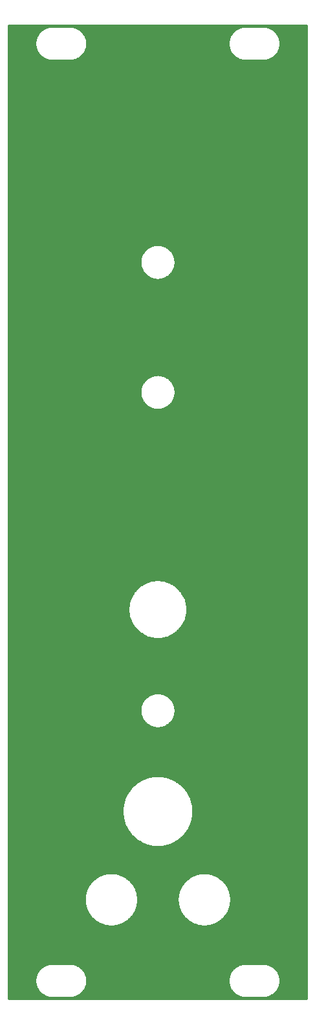
<source format=gbl>
G04 #@! TF.GenerationSoftware,KiCad,Pcbnew,(5.1.5-0-10_14)*
G04 #@! TF.CreationDate,2020-10-10T14:38:44-04:00*
G04 #@! TF.ProjectId,AYOM - Power Supply Front Panel,41594f4d-202d-4205-906f-776572205375,rev?*
G04 #@! TF.SameCoordinates,Original*
G04 #@! TF.FileFunction,Copper,L2,Bot*
G04 #@! TF.FilePolarity,Positive*
%FSLAX46Y46*%
G04 Gerber Fmt 4.6, Leading zero omitted, Abs format (unit mm)*
G04 Created by KiCad (PCBNEW (5.1.5-0-10_14)) date 2020-10-10 14:38:44*
%MOMM*%
%LPD*%
G04 APERTURE LIST*
%ADD10C,0.254000*%
G04 APERTURE END LIST*
D10*
G36*
X147760688Y-166465010D02*
G01*
X108735000Y-166465010D01*
X108735000Y-164099381D01*
X112214388Y-164099381D01*
X112214399Y-164099597D01*
X112214388Y-164099813D01*
X112215933Y-164131041D01*
X112218956Y-164193010D01*
X112219008Y-164193218D01*
X112221020Y-164233893D01*
X112220828Y-164235230D01*
X112224105Y-164296262D01*
X112225584Y-164326163D01*
X112225782Y-164327495D01*
X112225854Y-164328836D01*
X112230366Y-164358329D01*
X112239369Y-164418886D01*
X112239826Y-164420161D01*
X112254856Y-164518405D01*
X112259543Y-164549182D01*
X112259596Y-164549392D01*
X112259629Y-164549605D01*
X112267228Y-164579366D01*
X112291131Y-164673255D01*
X112291167Y-164673917D01*
X112306443Y-164733400D01*
X112314093Y-164763449D01*
X112314321Y-164764079D01*
X112314484Y-164764713D01*
X112324885Y-164793247D01*
X112346014Y-164851588D01*
X112346358Y-164852157D01*
X112357554Y-164882874D01*
X112357638Y-164883409D01*
X112378987Y-164941672D01*
X112389470Y-164970432D01*
X112389702Y-164970916D01*
X112389890Y-164971428D01*
X112403400Y-164999439D01*
X112430051Y-165054934D01*
X112430374Y-165055364D01*
X112470734Y-165139042D01*
X112483750Y-165166172D01*
X112484085Y-165166724D01*
X112484371Y-165167317D01*
X112500288Y-165193420D01*
X112579556Y-165324020D01*
X112594993Y-165349650D01*
X112595635Y-165350512D01*
X112596199Y-165351441D01*
X112614302Y-165375569D01*
X112668248Y-165447981D01*
X112668436Y-165448375D01*
X112705462Y-165497933D01*
X112723984Y-165522796D01*
X112724279Y-165523121D01*
X112724542Y-165523472D01*
X112745382Y-165546303D01*
X112787086Y-165592119D01*
X112787439Y-165592380D01*
X112847457Y-165658133D01*
X112866807Y-165679634D01*
X112868457Y-165681140D01*
X112869963Y-165682790D01*
X112891443Y-165702121D01*
X113003644Y-165804535D01*
X113025898Y-165824867D01*
X113026014Y-165824954D01*
X113026125Y-165825055D01*
X113050631Y-165843364D01*
X113124011Y-165898241D01*
X113124095Y-165898335D01*
X113173095Y-165934950D01*
X113198975Y-165954304D01*
X113199088Y-165954373D01*
X113199188Y-165954447D01*
X113225997Y-165970647D01*
X113279187Y-166002817D01*
X113279303Y-166002859D01*
X113356928Y-166049766D01*
X113382280Y-166065225D01*
X113383420Y-166065775D01*
X113384519Y-166066439D01*
X113411578Y-166079356D01*
X113494453Y-166119329D01*
X113495083Y-166119801D01*
X113550618Y-166146419D01*
X113578169Y-166159707D01*
X113578909Y-166159978D01*
X113579616Y-166160317D01*
X113608230Y-166170722D01*
X113666188Y-166191959D01*
X113666967Y-166192081D01*
X113756115Y-166224498D01*
X113784857Y-166234995D01*
X113785288Y-166235106D01*
X113785706Y-166235258D01*
X113815536Y-166242894D01*
X113909253Y-166267024D01*
X113910465Y-166267601D01*
X113969814Y-166282618D01*
X113998727Y-166290062D01*
X114000043Y-166290266D01*
X114001343Y-166290595D01*
X114031006Y-166295067D01*
X114091361Y-166304426D01*
X114092701Y-166304369D01*
X114130094Y-166310007D01*
X114130712Y-166310228D01*
X114191835Y-166319315D01*
X114222132Y-166323883D01*
X114222786Y-166323917D01*
X114223434Y-166324013D01*
X114254054Y-166325528D01*
X114315749Y-166328706D01*
X114316398Y-166328611D01*
X114403160Y-166332903D01*
X114418808Y-166334444D01*
X114434317Y-166334444D01*
X114449783Y-166335209D01*
X114465463Y-166334444D01*
X116734647Y-166334444D01*
X116750327Y-166335209D01*
X116765793Y-166334444D01*
X116781303Y-166334444D01*
X116796951Y-166332903D01*
X116883714Y-166328611D01*
X116884363Y-166328706D01*
X116946069Y-166325527D01*
X116976677Y-166324013D01*
X116977325Y-166323917D01*
X116977979Y-166323883D01*
X117008242Y-166319320D01*
X117069400Y-166310228D01*
X117070019Y-166310006D01*
X117107408Y-166304369D01*
X117108746Y-166304426D01*
X117169166Y-166295058D01*
X117198767Y-166290595D01*
X117200060Y-166290268D01*
X117201381Y-166290063D01*
X117230420Y-166282586D01*
X117289645Y-166267601D01*
X117290853Y-166267026D01*
X117385893Y-166242556D01*
X117414874Y-166235113D01*
X117415055Y-166235047D01*
X117415253Y-166234996D01*
X117444777Y-166224213D01*
X117532740Y-166192150D01*
X117532960Y-166192116D01*
X117591195Y-166170843D01*
X117620593Y-166160127D01*
X117620796Y-166160030D01*
X117621011Y-166159951D01*
X117649517Y-166146237D01*
X117705095Y-166119546D01*
X117705274Y-166119412D01*
X117788404Y-166079417D01*
X117815591Y-166066439D01*
X117816414Y-166065941D01*
X117817280Y-166065525D01*
X117843028Y-166049859D01*
X117921182Y-166002633D01*
X117921717Y-166002438D01*
X117974626Y-165970338D01*
X118000923Y-165954447D01*
X118001378Y-165954107D01*
X118001861Y-165953814D01*
X118026472Y-165935356D01*
X118076015Y-165898335D01*
X118076393Y-165897915D01*
X118148802Y-165843608D01*
X118172873Y-165825682D01*
X118173670Y-165824957D01*
X118174535Y-165824308D01*
X118196772Y-165803935D01*
X118308637Y-165702145D01*
X118330916Y-165682026D01*
X118331726Y-165681135D01*
X118332609Y-165680332D01*
X118352602Y-165658186D01*
X118454583Y-165546076D01*
X118475028Y-165523699D01*
X118475440Y-165523149D01*
X118475905Y-165522637D01*
X118494028Y-165498294D01*
X118585636Y-165375800D01*
X118603914Y-165351438D01*
X118604169Y-165351018D01*
X118604465Y-165350622D01*
X118620255Y-165324514D01*
X118699886Y-165193314D01*
X118715737Y-165167320D01*
X118716022Y-165166729D01*
X118716362Y-165166169D01*
X118729531Y-165138722D01*
X118769734Y-165055368D01*
X118770060Y-165054934D01*
X118796871Y-164999105D01*
X118810219Y-164971431D01*
X118810405Y-164970923D01*
X118810641Y-164970432D01*
X118821207Y-164941445D01*
X118842472Y-164883413D01*
X118842556Y-164882876D01*
X118853753Y-164852157D01*
X118854097Y-164851588D01*
X118875189Y-164793349D01*
X118885627Y-164764713D01*
X118885791Y-164764076D01*
X118886018Y-164763448D01*
X118893668Y-164733400D01*
X118908944Y-164673918D01*
X118908981Y-164673254D01*
X118932871Y-164579415D01*
X118940482Y-164549605D01*
X118940515Y-164549392D01*
X118940568Y-164549182D01*
X118945255Y-164518405D01*
X118960286Y-164420159D01*
X118960742Y-164418885D01*
X118969739Y-164358372D01*
X118974257Y-164328837D01*
X118974329Y-164327494D01*
X118974527Y-164326163D01*
X118976005Y-164296273D01*
X118979283Y-164235231D01*
X118979091Y-164233894D01*
X118981103Y-164193218D01*
X118981155Y-164193010D01*
X118984173Y-164131152D01*
X118985723Y-164099814D01*
X118985712Y-164099597D01*
X118985723Y-164099380D01*
X118985656Y-164098020D01*
X137510179Y-164098020D01*
X137510253Y-164099597D01*
X137510179Y-164101174D01*
X137511706Y-164130767D01*
X137514546Y-164191658D01*
X137514928Y-164193200D01*
X137520326Y-164297796D01*
X137521855Y-164327468D01*
X137521859Y-164327493D01*
X137521860Y-164327517D01*
X137525562Y-164352055D01*
X137541240Y-164456038D01*
X137541219Y-164456509D01*
X137550528Y-164517634D01*
X137555145Y-164548258D01*
X137555261Y-164548717D01*
X137555332Y-164549182D01*
X137562941Y-164579071D01*
X137578139Y-164639135D01*
X137578341Y-164639560D01*
X137587087Y-164673914D01*
X137587164Y-164675252D01*
X137602477Y-164734361D01*
X137609882Y-164763449D01*
X137610338Y-164764709D01*
X137610672Y-164765997D01*
X137620953Y-164794018D01*
X137641803Y-164851588D01*
X137642497Y-164852736D01*
X137675199Y-164941864D01*
X137685525Y-164970226D01*
X137685864Y-164970933D01*
X137686135Y-164971671D01*
X137699341Y-164999021D01*
X137775304Y-165157345D01*
X137779539Y-165166172D01*
X137875751Y-165324690D01*
X137891435Y-165350621D01*
X137891729Y-165351013D01*
X137891988Y-165351441D01*
X137910463Y-165376064D01*
X138001848Y-165498261D01*
X138019995Y-165522637D01*
X138020460Y-165523149D01*
X138020872Y-165523699D01*
X138041317Y-165546076D01*
X138143258Y-165658143D01*
X138163291Y-165680333D01*
X138164179Y-165681141D01*
X138164984Y-165682026D01*
X138187139Y-165702033D01*
X138299299Y-165804091D01*
X138321366Y-165824308D01*
X138322225Y-165824952D01*
X138323027Y-165825682D01*
X138347219Y-165843698D01*
X138419503Y-165897911D01*
X138419884Y-165898335D01*
X138469558Y-165935453D01*
X138494039Y-165953814D01*
X138494522Y-165954107D01*
X138494977Y-165954447D01*
X138521395Y-165970411D01*
X138574184Y-166002438D01*
X138574715Y-166002631D01*
X138652949Y-166049906D01*
X138678620Y-166065525D01*
X138679481Y-166065939D01*
X138680308Y-166066439D01*
X138707583Y-166079459D01*
X138790626Y-166119412D01*
X138790805Y-166119546D01*
X138846383Y-166146237D01*
X138874889Y-166159951D01*
X138875104Y-166160030D01*
X138875307Y-166160127D01*
X138904550Y-166170786D01*
X138962939Y-166192116D01*
X138963161Y-166192150D01*
X139051583Y-166224381D01*
X139080647Y-166234996D01*
X139080845Y-166235047D01*
X139081026Y-166235113D01*
X139110077Y-166242574D01*
X139205147Y-166267052D01*
X139206451Y-166267672D01*
X139265594Y-166282616D01*
X139294518Y-166290063D01*
X139295942Y-166290284D01*
X139297336Y-166290636D01*
X139326823Y-166295072D01*
X139387152Y-166304426D01*
X139388595Y-166304365D01*
X139426304Y-166310037D01*
X139426788Y-166310211D01*
X139487950Y-166319311D01*
X139518479Y-166323904D01*
X139518994Y-166323930D01*
X139519509Y-166324007D01*
X139550569Y-166325547D01*
X139612098Y-166328696D01*
X139612607Y-166328622D01*
X139698919Y-166332900D01*
X139714597Y-166334444D01*
X139730070Y-166334444D01*
X139745504Y-166335209D01*
X139761219Y-166334444D01*
X142030436Y-166334444D01*
X142046116Y-166335209D01*
X142061582Y-166334444D01*
X142077092Y-166334444D01*
X142092740Y-166332903D01*
X142179503Y-166328611D01*
X142180152Y-166328706D01*
X142241858Y-166325527D01*
X142272466Y-166324013D01*
X142273114Y-166323917D01*
X142273768Y-166323883D01*
X142304031Y-166319320D01*
X142365189Y-166310228D01*
X142365808Y-166310006D01*
X142403019Y-166304396D01*
X142404182Y-166304446D01*
X142464831Y-166295077D01*
X142494556Y-166290595D01*
X142495677Y-166290311D01*
X142496825Y-166290134D01*
X142526075Y-166282620D01*
X142585434Y-166267601D01*
X142586482Y-166267102D01*
X142686853Y-166241318D01*
X142711016Y-166235113D01*
X142711034Y-166235106D01*
X142711059Y-166235100D01*
X142740961Y-166224198D01*
X142829177Y-166192043D01*
X142829712Y-166191959D01*
X142887975Y-166170610D01*
X142916735Y-166160127D01*
X142917219Y-166159895D01*
X142917731Y-166159707D01*
X142945742Y-166146197D01*
X143001237Y-166119546D01*
X143001667Y-166119223D01*
X143084560Y-166079242D01*
X143111380Y-166066439D01*
X143112467Y-166065782D01*
X143113620Y-166065226D01*
X143139155Y-166049655D01*
X143216596Y-166002860D01*
X143216713Y-166002817D01*
X143269322Y-165970998D01*
X143296712Y-165954447D01*
X143296816Y-165954369D01*
X143296924Y-165954304D01*
X143322236Y-165935374D01*
X143371804Y-165898335D01*
X143371887Y-165898242D01*
X143444591Y-165843871D01*
X143469015Y-165825682D01*
X143469489Y-165825250D01*
X143470002Y-165824867D01*
X143492490Y-165804321D01*
X143604779Y-165702145D01*
X143627058Y-165682026D01*
X143627868Y-165681135D01*
X143628751Y-165680332D01*
X143648744Y-165658186D01*
X143750725Y-165546076D01*
X143771170Y-165523699D01*
X143771582Y-165523149D01*
X143772047Y-165522637D01*
X143790170Y-165498294D01*
X143844544Y-165425586D01*
X143844638Y-165425502D01*
X143881253Y-165376502D01*
X143900607Y-165350622D01*
X143900676Y-165350509D01*
X143900750Y-165350409D01*
X143916950Y-165323600D01*
X143949120Y-165270410D01*
X143949162Y-165270294D01*
X143996069Y-165192669D01*
X144011528Y-165167317D01*
X144012078Y-165166177D01*
X144012742Y-165165078D01*
X144025659Y-165138019D01*
X144065525Y-165055366D01*
X144065849Y-165054934D01*
X144092533Y-164999370D01*
X144106010Y-164971428D01*
X144106198Y-164970916D01*
X144106430Y-164970432D01*
X144116913Y-164941672D01*
X144138262Y-164883409D01*
X144138346Y-164882874D01*
X144149542Y-164852157D01*
X144149886Y-164851588D01*
X144170978Y-164793349D01*
X144181416Y-164764713D01*
X144181580Y-164764076D01*
X144181807Y-164763448D01*
X144189457Y-164733400D01*
X144204733Y-164673918D01*
X144204770Y-164673254D01*
X144228660Y-164579415D01*
X144236271Y-164549605D01*
X144236304Y-164549392D01*
X144236357Y-164549182D01*
X144241044Y-164518405D01*
X144256075Y-164420159D01*
X144256531Y-164418885D01*
X144265528Y-164358372D01*
X144270046Y-164328837D01*
X144270118Y-164327494D01*
X144270316Y-164326163D01*
X144271794Y-164296273D01*
X144275072Y-164235231D01*
X144274880Y-164233894D01*
X144276892Y-164193218D01*
X144276944Y-164193010D01*
X144279962Y-164131152D01*
X144281512Y-164099814D01*
X144281501Y-164099597D01*
X144281512Y-164099380D01*
X144279962Y-164068052D01*
X144276944Y-164006184D01*
X144276892Y-164005976D01*
X144274880Y-163965301D01*
X144275072Y-163963964D01*
X144271795Y-163902923D01*
X144270316Y-163873032D01*
X144270118Y-163871701D01*
X144270046Y-163870358D01*
X144265528Y-163840823D01*
X144256531Y-163780310D01*
X144256075Y-163779037D01*
X144241212Y-163681886D01*
X144236288Y-163649670D01*
X144236276Y-163649623D01*
X144236271Y-163649590D01*
X144229455Y-163622893D01*
X144204760Y-163526118D01*
X144204733Y-163525629D01*
X144189324Y-163465626D01*
X144181704Y-163435766D01*
X144181537Y-163435307D01*
X144181416Y-163434834D01*
X144170832Y-163405797D01*
X144149735Y-163347644D01*
X144149483Y-163347227D01*
X144138453Y-163316969D01*
X144138419Y-163316747D01*
X144117089Y-163258358D01*
X144106430Y-163229115D01*
X144106333Y-163228912D01*
X144106254Y-163228697D01*
X144092540Y-163200191D01*
X144065849Y-163144613D01*
X144065715Y-163144434D01*
X144025762Y-163061391D01*
X144012742Y-163034116D01*
X144012242Y-163033289D01*
X144011828Y-163032428D01*
X143996209Y-163006757D01*
X143949162Y-162928900D01*
X143949120Y-162928784D01*
X143916950Y-162875594D01*
X143900750Y-162848785D01*
X143900676Y-162848685D01*
X143900607Y-162848572D01*
X143881253Y-162822692D01*
X143844638Y-162773692D01*
X143844544Y-162773608D01*
X143790500Y-162701342D01*
X143772671Y-162677316D01*
X143771877Y-162676441D01*
X143771170Y-162675495D01*
X143750980Y-162653397D01*
X143648306Y-162540174D01*
X143627989Y-162517745D01*
X143627865Y-162517633D01*
X143627753Y-162517509D01*
X143605095Y-162496984D01*
X143492102Y-162394518D01*
X143470002Y-162374327D01*
X143469056Y-162373620D01*
X143468181Y-162372826D01*
X143444095Y-162354952D01*
X143371887Y-162300951D01*
X143371802Y-162300857D01*
X143321747Y-162263454D01*
X143296924Y-162244890D01*
X143296814Y-162244824D01*
X143296709Y-162244745D01*
X143269250Y-162228152D01*
X143216713Y-162196377D01*
X143216595Y-162196334D01*
X143139173Y-162149551D01*
X143113624Y-162133971D01*
X143112469Y-162133414D01*
X143111377Y-162132754D01*
X143084446Y-162119898D01*
X143001670Y-162079973D01*
X143001237Y-162079648D01*
X142945441Y-162052853D01*
X142917734Y-162039489D01*
X142917226Y-162039303D01*
X142916735Y-162039067D01*
X142887748Y-162028501D01*
X142829716Y-162007236D01*
X142829179Y-162007152D01*
X142798455Y-161995953D01*
X142797886Y-161995609D01*
X142739852Y-161974592D01*
X142711016Y-161964081D01*
X142710371Y-161963915D01*
X142709746Y-161963689D01*
X142680111Y-161956144D01*
X142620220Y-161940764D01*
X142619553Y-161940727D01*
X142525434Y-161916766D01*
X142495911Y-161909228D01*
X142495695Y-161909195D01*
X142495479Y-161909140D01*
X142465070Y-161904509D01*
X142366465Y-161889423D01*
X142365189Y-161888966D01*
X142304707Y-161879974D01*
X142275143Y-161875451D01*
X142273795Y-161875379D01*
X142272466Y-161875181D01*
X142242620Y-161873705D01*
X142181538Y-161870425D01*
X142180200Y-161870617D01*
X142092740Y-161866291D01*
X142077092Y-161864750D01*
X142061582Y-161864750D01*
X142046116Y-161863985D01*
X142030436Y-161864750D01*
X139761219Y-161864750D01*
X139745504Y-161863985D01*
X139730070Y-161864750D01*
X139714597Y-161864750D01*
X139698919Y-161866294D01*
X139611914Y-161870607D01*
X139610715Y-161870434D01*
X139549688Y-161873691D01*
X139519509Y-161875187D01*
X139518306Y-161875366D01*
X139517107Y-161875430D01*
X139487517Y-161879947D01*
X139426788Y-161888983D01*
X139425646Y-161889392D01*
X139388586Y-161895049D01*
X139388531Y-161895047D01*
X139329150Y-161904123D01*
X139295983Y-161909186D01*
X139295923Y-161909201D01*
X139295866Y-161909210D01*
X139265256Y-161917021D01*
X139205148Y-161932347D01*
X139205097Y-161932372D01*
X139172313Y-161940737D01*
X139171821Y-161940764D01*
X139111769Y-161956186D01*
X139081961Y-161963792D01*
X139081500Y-161963959D01*
X139081026Y-161964081D01*
X139052134Y-161974612D01*
X138993839Y-161995760D01*
X138993419Y-161996015D01*
X138963159Y-162007044D01*
X138962936Y-162007079D01*
X138904429Y-162028452D01*
X138875307Y-162039067D01*
X138875105Y-162039164D01*
X138874886Y-162039244D01*
X138846209Y-162053041D01*
X138790805Y-162079648D01*
X138790625Y-162079783D01*
X138707718Y-162119671D01*
X138680312Y-162132754D01*
X138679480Y-162133257D01*
X138678617Y-162133672D01*
X138653025Y-162149243D01*
X138574717Y-162196562D01*
X138574184Y-162196756D01*
X138521378Y-162228793D01*
X138494980Y-162244745D01*
X138494524Y-162245086D01*
X138494039Y-162245380D01*
X138469497Y-162263787D01*
X138419887Y-162300857D01*
X138419506Y-162301280D01*
X138347674Y-162355155D01*
X138323861Y-162372826D01*
X138322658Y-162373917D01*
X138321366Y-162374886D01*
X138299650Y-162394781D01*
X138186947Y-162496984D01*
X138164289Y-162517509D01*
X138164177Y-162517633D01*
X138164053Y-162517745D01*
X138143736Y-162540174D01*
X138041062Y-162653397D01*
X138020872Y-162675495D01*
X138020165Y-162676441D01*
X138019371Y-162677316D01*
X138001497Y-162701402D01*
X137910463Y-162823130D01*
X137891988Y-162847753D01*
X137891729Y-162848181D01*
X137891435Y-162848573D01*
X137875751Y-162874504D01*
X137828011Y-162953160D01*
X137827801Y-162953390D01*
X137796149Y-163005655D01*
X137779539Y-163033022D01*
X137779403Y-163033306D01*
X137779241Y-163033573D01*
X137765838Y-163061578D01*
X137738989Y-163117539D01*
X137738911Y-163117842D01*
X137699257Y-163200699D01*
X137686135Y-163227876D01*
X137685755Y-163228912D01*
X137685283Y-163229898D01*
X137675082Y-163258000D01*
X137642557Y-163346648D01*
X137641954Y-163347644D01*
X137621073Y-163405203D01*
X137610672Y-163433550D01*
X137610380Y-163434677D01*
X137609985Y-163435766D01*
X137602554Y-163464887D01*
X137587164Y-163524295D01*
X137587097Y-163525459D01*
X137578417Y-163559476D01*
X137578139Y-163560060D01*
X137562991Y-163619928D01*
X137555401Y-163649672D01*
X137555303Y-163650312D01*
X137555145Y-163650937D01*
X137550594Y-163681123D01*
X137541238Y-163742337D01*
X137541267Y-163742982D01*
X137526596Y-163840283D01*
X137521860Y-163871678D01*
X137521859Y-163871702D01*
X137521855Y-163871727D01*
X137520421Y-163899565D01*
X137514928Y-164005992D01*
X137514546Y-164007535D01*
X137511706Y-164068431D01*
X137510179Y-164098020D01*
X118985656Y-164098020D01*
X118984173Y-164068052D01*
X118981155Y-164006184D01*
X118981103Y-164005976D01*
X118979091Y-163965301D01*
X118979283Y-163963964D01*
X118976006Y-163902923D01*
X118974527Y-163873032D01*
X118974329Y-163871701D01*
X118974257Y-163870358D01*
X118969739Y-163840823D01*
X118960742Y-163780310D01*
X118960286Y-163779037D01*
X118945423Y-163681886D01*
X118940499Y-163649670D01*
X118940487Y-163649623D01*
X118940482Y-163649590D01*
X118933666Y-163622893D01*
X118908971Y-163526118D01*
X118908944Y-163525629D01*
X118893535Y-163465626D01*
X118885915Y-163435766D01*
X118885748Y-163435307D01*
X118885627Y-163434834D01*
X118875043Y-163405797D01*
X118853946Y-163347644D01*
X118853694Y-163347227D01*
X118842664Y-163316967D01*
X118842629Y-163316744D01*
X118821256Y-163258237D01*
X118810641Y-163229115D01*
X118810544Y-163228913D01*
X118810464Y-163228694D01*
X118796667Y-163200017D01*
X118770060Y-163144613D01*
X118769925Y-163144433D01*
X118729771Y-163060973D01*
X118716362Y-163033025D01*
X118716182Y-163032728D01*
X118716036Y-163032425D01*
X118700305Y-163006569D01*
X118620255Y-162874680D01*
X118604465Y-162848572D01*
X118604169Y-162848176D01*
X118603914Y-162847756D01*
X118585636Y-162823394D01*
X118494358Y-162701342D01*
X118476529Y-162677316D01*
X118475735Y-162676441D01*
X118475028Y-162675495D01*
X118454838Y-162653397D01*
X118352164Y-162540174D01*
X118331847Y-162517745D01*
X118331723Y-162517633D01*
X118331611Y-162517509D01*
X118308953Y-162496984D01*
X118196348Y-162394870D01*
X118174535Y-162374886D01*
X118173238Y-162373913D01*
X118172039Y-162372826D01*
X118148323Y-162355227D01*
X118076393Y-162301279D01*
X118076013Y-162300857D01*
X118026467Y-162263835D01*
X118001861Y-162245380D01*
X118001376Y-162245086D01*
X118000920Y-162244745D01*
X117974607Y-162228845D01*
X117921717Y-162196756D01*
X117921181Y-162196561D01*
X117842875Y-162149243D01*
X117817283Y-162133672D01*
X117816420Y-162133257D01*
X117815588Y-162132754D01*
X117788182Y-162119671D01*
X117705275Y-162079783D01*
X117705095Y-162079648D01*
X117649691Y-162053041D01*
X117621014Y-162039244D01*
X117620795Y-162039164D01*
X117620593Y-162039067D01*
X117591471Y-162028452D01*
X117532964Y-162007079D01*
X117532741Y-162007044D01*
X117502479Y-161996014D01*
X117502060Y-161995760D01*
X117443837Y-161974638D01*
X117414874Y-161964081D01*
X117414400Y-161963959D01*
X117413939Y-161963792D01*
X117384100Y-161956178D01*
X117324078Y-161940764D01*
X117323587Y-161940737D01*
X117229450Y-161916716D01*
X117200122Y-161909228D01*
X117200076Y-161909221D01*
X117200033Y-161909210D01*
X117172377Y-161904983D01*
X117070676Y-161889423D01*
X117069400Y-161888966D01*
X117008918Y-161879974D01*
X116979354Y-161875451D01*
X116978006Y-161875379D01*
X116976677Y-161875181D01*
X116946831Y-161873705D01*
X116885749Y-161870425D01*
X116884411Y-161870617D01*
X116796951Y-161866291D01*
X116781303Y-161864750D01*
X116765793Y-161864750D01*
X116750327Y-161863985D01*
X116734647Y-161864750D01*
X114465463Y-161864750D01*
X114449783Y-161863985D01*
X114434317Y-161864750D01*
X114418808Y-161864750D01*
X114403160Y-161866291D01*
X114315700Y-161870617D01*
X114314362Y-161870425D01*
X114253273Y-161873705D01*
X114223434Y-161875181D01*
X114222105Y-161875379D01*
X114220756Y-161875451D01*
X114191146Y-161879981D01*
X114130712Y-161888966D01*
X114129437Y-161889423D01*
X114029973Y-161904640D01*
X114000075Y-161909210D01*
X114000029Y-161909222D01*
X113999988Y-161909228D01*
X113973442Y-161916006D01*
X113876762Y-161940676D01*
X113876518Y-161940689D01*
X113816621Y-161956022D01*
X113786171Y-161963792D01*
X113785937Y-161963877D01*
X113785706Y-161963936D01*
X113756698Y-161974484D01*
X113698049Y-161995761D01*
X113697842Y-161995886D01*
X113666965Y-162007114D01*
X113666184Y-162007236D01*
X113608384Y-162028416D01*
X113579616Y-162038877D01*
X113578901Y-162039220D01*
X113578166Y-162039489D01*
X113550801Y-162052688D01*
X113495083Y-162079393D01*
X113494451Y-162079867D01*
X113411537Y-162119858D01*
X113384523Y-162132754D01*
X113383427Y-162133417D01*
X113382277Y-162133971D01*
X113356802Y-162149505D01*
X113279305Y-162196334D01*
X113279187Y-162196377D01*
X113225913Y-162228597D01*
X113199191Y-162244745D01*
X113199090Y-162244820D01*
X113198975Y-162244890D01*
X113172708Y-162264534D01*
X113124098Y-162300857D01*
X113124014Y-162300950D01*
X113051319Y-162355315D01*
X113026958Y-162373452D01*
X113026450Y-162373915D01*
X113025898Y-162374327D01*
X113003438Y-162394847D01*
X112891487Y-162496685D01*
X112869266Y-162516745D01*
X112868456Y-162517635D01*
X112867569Y-162518442D01*
X112847532Y-162540630D01*
X112746548Y-162651609D01*
X112723984Y-162676398D01*
X112723950Y-162676444D01*
X112723917Y-162676480D01*
X112709747Y-162695508D01*
X112614302Y-162823625D01*
X112596199Y-162847753D01*
X112595635Y-162848682D01*
X112594993Y-162849544D01*
X112579556Y-162875174D01*
X112500031Y-163006198D01*
X112484072Y-163032428D01*
X112483925Y-163032734D01*
X112483750Y-163033022D01*
X112470582Y-163060467D01*
X112430185Y-163144434D01*
X112430051Y-163144613D01*
X112403360Y-163200191D01*
X112389646Y-163228697D01*
X112389567Y-163228912D01*
X112389470Y-163229115D01*
X112378754Y-163258513D01*
X112357481Y-163316748D01*
X112357447Y-163316968D01*
X112346417Y-163347227D01*
X112346165Y-163347644D01*
X112325068Y-163405797D01*
X112314484Y-163434834D01*
X112314363Y-163435307D01*
X112314196Y-163435766D01*
X112306574Y-163465636D01*
X112291167Y-163525630D01*
X112291140Y-163526118D01*
X112266774Y-163621605D01*
X112259629Y-163649590D01*
X112259623Y-163649628D01*
X112259612Y-163649672D01*
X112255224Y-163678380D01*
X112239826Y-163779034D01*
X112239369Y-163780309D01*
X112230363Y-163840888D01*
X112225854Y-163870359D01*
X112225782Y-163871699D01*
X112225584Y-163873031D01*
X112224104Y-163902945D01*
X112220828Y-163963965D01*
X112221020Y-163965301D01*
X112219008Y-164005976D01*
X112218956Y-164006184D01*
X112215933Y-164068153D01*
X112214388Y-164099381D01*
X108735000Y-164099381D01*
X108735000Y-153499790D01*
X118681214Y-153499790D01*
X118685036Y-153538595D01*
X118687660Y-153647744D01*
X118687313Y-153664860D01*
X118688409Y-153678908D01*
X118688748Y-153692989D01*
X118690834Y-153709975D01*
X118699782Y-153824620D01*
X118700197Y-153839763D01*
X118702206Y-153855681D01*
X118703456Y-153871693D01*
X118706112Y-153886622D01*
X118720218Y-153998370D01*
X118721486Y-154014521D01*
X118724120Y-154029287D01*
X118726000Y-154044179D01*
X118729596Y-154059982D01*
X118749280Y-154170319D01*
X118751265Y-154185804D01*
X118754751Y-154200987D01*
X118757490Y-154216341D01*
X118761730Y-154231385D01*
X118786733Y-154340284D01*
X118789705Y-154356639D01*
X118793711Y-154370679D01*
X118796975Y-154384895D01*
X118802260Y-154400639D01*
X118832328Y-154506017D01*
X118835754Y-154520813D01*
X118840878Y-154535982D01*
X118845274Y-154551390D01*
X118850856Y-154565524D01*
X118885698Y-154668678D01*
X118890110Y-154684132D01*
X118895676Y-154698219D01*
X118900520Y-154712561D01*
X118907127Y-154727203D01*
X118946680Y-154827310D01*
X118951376Y-154841273D01*
X118958132Y-154856296D01*
X118964187Y-154871621D01*
X118970919Y-154884729D01*
X119015008Y-154982767D01*
X119021151Y-154998286D01*
X119027805Y-155011221D01*
X119033760Y-155024464D01*
X119042051Y-155038917D01*
X119090990Y-155134061D01*
X119096986Y-155147385D01*
X119105242Y-155161770D01*
X119112833Y-155176527D01*
X119120762Y-155188809D01*
X119173217Y-155280200D01*
X119180327Y-155294125D01*
X119188726Y-155307222D01*
X119196479Y-155320729D01*
X119205561Y-155333471D01*
X119263092Y-155423177D01*
X119270754Y-155436541D01*
X119279907Y-155449396D01*
X119288440Y-155462701D01*
X119298001Y-155474808D01*
X119358971Y-155560436D01*
X119367179Y-155573284D01*
X119377055Y-155585835D01*
X119386313Y-155598837D01*
X119396326Y-155610325D01*
X119460861Y-155692338D01*
X119469261Y-155704245D01*
X119480135Y-155716831D01*
X119490424Y-155729907D01*
X119500517Y-155740423D01*
X119569074Y-155819777D01*
X119578688Y-155832076D01*
X119589454Y-155843366D01*
X119599651Y-155855169D01*
X119610965Y-155865924D01*
X119683700Y-155942201D01*
X119693948Y-155954057D01*
X119705209Y-155964757D01*
X119715931Y-155976001D01*
X119727809Y-155986231D01*
X119803598Y-156058244D01*
X119813577Y-156068777D01*
X119826198Y-156079718D01*
X119838303Y-156091220D01*
X119849747Y-156100132D01*
X119928363Y-156168285D01*
X119939264Y-156178747D01*
X119951914Y-156188701D01*
X119964078Y-156199246D01*
X119976409Y-156207976D01*
X120059216Y-156273135D01*
X120071074Y-156283440D01*
X120083706Y-156292406D01*
X120095887Y-156301991D01*
X120109131Y-156310452D01*
X120195288Y-156371605D01*
X120207219Y-156381012D01*
X120220717Y-156389654D01*
X120233776Y-156398923D01*
X120246959Y-156406455D01*
X120335308Y-156463020D01*
X120347251Y-156471572D01*
X120361558Y-156479826D01*
X120375470Y-156488733D01*
X120388558Y-156495403D01*
X120480384Y-156548379D01*
X120493892Y-156557056D01*
X120507399Y-156563965D01*
X120520526Y-156571538D01*
X120535138Y-156578153D01*
X120630207Y-156626780D01*
X120643390Y-156634383D01*
X120657965Y-156640978D01*
X120672199Y-156648259D01*
X120686355Y-156653825D01*
X120783789Y-156697915D01*
X120797551Y-156704983D01*
X120812184Y-156710764D01*
X120826521Y-156717252D01*
X120841178Y-156722220D01*
X120941715Y-156761941D01*
X120956128Y-156768459D01*
X120970729Y-156773404D01*
X120985040Y-156779058D01*
X121000229Y-156783394D01*
X121104206Y-156818608D01*
X121119702Y-156824660D01*
X121133706Y-156828599D01*
X121147508Y-156833273D01*
X121163737Y-156837045D01*
X121269107Y-156866681D01*
X121282798Y-156871322D01*
X121299091Y-156875114D01*
X121315222Y-156879651D01*
X121329474Y-156882185D01*
X121436747Y-156907153D01*
X121452561Y-156911617D01*
X121467100Y-156914217D01*
X121481493Y-156917567D01*
X121497793Y-156919706D01*
X121608789Y-156939556D01*
X121624823Y-156943200D01*
X121639490Y-156945047D01*
X121654023Y-156947646D01*
X121670395Y-156948939D01*
X121783409Y-156963170D01*
X121799005Y-156965906D01*
X121814342Y-156967066D01*
X121829592Y-156968986D01*
X121845414Y-156969415D01*
X121959196Y-156978018D01*
X121974655Y-156979954D01*
X121990268Y-156980367D01*
X122005850Y-156981545D01*
X122021436Y-156981191D01*
X122138218Y-156984279D01*
X122154984Y-156985484D01*
X122169378Y-156985103D01*
X122183771Y-156985484D01*
X122200537Y-156984279D01*
X122317319Y-156981191D01*
X122332904Y-156981545D01*
X122348484Y-156980367D01*
X122364100Y-156979954D01*
X122379565Y-156978017D01*
X122493424Y-156969408D01*
X122509356Y-156968971D01*
X122524523Y-156967056D01*
X122539750Y-156965905D01*
X122555431Y-156963155D01*
X122667950Y-156948950D01*
X122684103Y-156947682D01*
X122698882Y-156945046D01*
X122713771Y-156943166D01*
X122729564Y-156939572D01*
X122840829Y-156919724D01*
X122857261Y-156917567D01*
X122871516Y-156914249D01*
X122885924Y-156911679D01*
X122901875Y-156907184D01*
X123009505Y-156882134D01*
X123023953Y-156879554D01*
X123039856Y-156875070D01*
X123055958Y-156871322D01*
X123069864Y-156866608D01*
X123174885Y-156836994D01*
X123190897Y-156833272D01*
X123204893Y-156828532D01*
X123219110Y-156824523D01*
X123234411Y-156818535D01*
X123338155Y-156783400D01*
X123353361Y-156779059D01*
X123367695Y-156773396D01*
X123382275Y-156768458D01*
X123396668Y-156761949D01*
X123497239Y-156722214D01*
X123511884Y-156717251D01*
X123526206Y-156710770D01*
X123540851Y-156704984D01*
X123554627Y-156697909D01*
X123651704Y-156653980D01*
X123665529Y-156648563D01*
X123680109Y-156641127D01*
X123695014Y-156634382D01*
X123707872Y-156626967D01*
X123803274Y-156578309D01*
X123818228Y-156571539D01*
X123831044Y-156564145D01*
X123844222Y-156557424D01*
X123858041Y-156548570D01*
X123950194Y-156495405D01*
X123963288Y-156488732D01*
X123977201Y-156479824D01*
X123991503Y-156471573D01*
X124003448Y-156463020D01*
X124092187Y-156406204D01*
X124105776Y-156398413D01*
X124118447Y-156389391D01*
X124131537Y-156381010D01*
X124143831Y-156371317D01*
X124229661Y-156310204D01*
X124242516Y-156301991D01*
X124255079Y-156292105D01*
X124268072Y-156282854D01*
X124279550Y-156272850D01*
X124361576Y-156208305D01*
X124373483Y-156199905D01*
X124386065Y-156189035D01*
X124399139Y-156178747D01*
X124409658Y-156168652D01*
X124489012Y-156100093D01*
X124501310Y-156090480D01*
X124512603Y-156079712D01*
X124524405Y-156069515D01*
X124535154Y-156058208D01*
X124610599Y-155986265D01*
X124621608Y-155976820D01*
X124633145Y-155964767D01*
X124645236Y-155953237D01*
X124654711Y-155942235D01*
X124727362Y-155866332D01*
X124739108Y-155855166D01*
X124748916Y-155843813D01*
X124759289Y-155832976D01*
X124769293Y-155820227D01*
X124838667Y-155739927D01*
X124849177Y-155728932D01*
X124859038Y-155716349D01*
X124869496Y-155704243D01*
X124878270Y-155691806D01*
X124942089Y-155610364D01*
X124951262Y-155599884D01*
X124961309Y-155585835D01*
X124971970Y-155572231D01*
X124979450Y-155560471D01*
X125040741Y-155474771D01*
X125051110Y-155461583D01*
X125058884Y-155449403D01*
X125067280Y-155437664D01*
X125075647Y-155423142D01*
X125132863Y-155333501D01*
X125141158Y-155321918D01*
X125149631Y-155307232D01*
X125158757Y-155292934D01*
X125165212Y-155280225D01*
X125217965Y-155188788D01*
X125226645Y-155175274D01*
X125233556Y-155161762D01*
X125241125Y-155148643D01*
X125247737Y-155134037D01*
X125296705Y-155038302D01*
X125304641Y-155024467D01*
X125310899Y-155010552D01*
X125317847Y-154996968D01*
X125323683Y-154982127D01*
X125367488Y-154884721D01*
X125374218Y-154871617D01*
X125380268Y-154856304D01*
X125387026Y-154841277D01*
X125391726Y-154827302D01*
X125431271Y-154727212D01*
X125437882Y-154712562D01*
X125442731Y-154698206D01*
X125448293Y-154684128D01*
X125452702Y-154668686D01*
X125487549Y-154565514D01*
X125493126Y-154551394D01*
X125497520Y-154535996D01*
X125502648Y-154520813D01*
X125506076Y-154506009D01*
X125536141Y-154400645D01*
X125541428Y-154384895D01*
X125544692Y-154370679D01*
X125548697Y-154356643D01*
X125551670Y-154340287D01*
X125576674Y-154231382D01*
X125580914Y-154216337D01*
X125583652Y-154200988D01*
X125587138Y-154185805D01*
X125589124Y-154170314D01*
X125608669Y-154060748D01*
X125612130Y-154045709D01*
X125614146Y-154030044D01*
X125616916Y-154014518D01*
X125618123Y-153999150D01*
X125632610Y-153886599D01*
X125635493Y-153870162D01*
X125636586Y-153855712D01*
X125638439Y-153841313D01*
X125638938Y-153824604D01*
X125647662Y-153709217D01*
X125649656Y-153692985D01*
X125650013Y-153678130D01*
X125651133Y-153663318D01*
X125650762Y-153646973D01*
X125653551Y-153530933D01*
X125654683Y-153515679D01*
X125654301Y-153499790D01*
X130855504Y-153499790D01*
X130859401Y-153539358D01*
X130862267Y-153647732D01*
X130861913Y-153663318D01*
X130863091Y-153678899D01*
X130863504Y-153694513D01*
X130865441Y-153709977D01*
X130874051Y-153823843D01*
X130874487Y-153839763D01*
X130876401Y-153854925D01*
X130877553Y-153870162D01*
X130880304Y-153885846D01*
X130894508Y-153998370D01*
X130895776Y-154014521D01*
X130898410Y-154029287D01*
X130900290Y-154044179D01*
X130903886Y-154059982D01*
X130923570Y-154170319D01*
X130925555Y-154185804D01*
X130929041Y-154200987D01*
X130931780Y-154216341D01*
X130936020Y-154231385D01*
X130961023Y-154340284D01*
X130963995Y-154356639D01*
X130968001Y-154370679D01*
X130971265Y-154384895D01*
X130976550Y-154400639D01*
X131006618Y-154506017D01*
X131010044Y-154520813D01*
X131015168Y-154535982D01*
X131019564Y-154551390D01*
X131025146Y-154565524D01*
X131059988Y-154668678D01*
X131064400Y-154684132D01*
X131069966Y-154698219D01*
X131074810Y-154712561D01*
X131081417Y-154727203D01*
X131121239Y-154827990D01*
X131126206Y-154842647D01*
X131132696Y-154856988D01*
X131138477Y-154871621D01*
X131145543Y-154885380D01*
X131189631Y-154982810D01*
X131195198Y-154996967D01*
X131202480Y-155011204D01*
X131209075Y-155025778D01*
X131216677Y-155038960D01*
X131264982Y-155133399D01*
X131271276Y-155147385D01*
X131279173Y-155161144D01*
X131286400Y-155175273D01*
X131294691Y-155188181D01*
X131347507Y-155280200D01*
X131354617Y-155294125D01*
X131363016Y-155307222D01*
X131370769Y-155320729D01*
X131379851Y-155333471D01*
X131437023Y-155422617D01*
X131444326Y-155435417D01*
X131453835Y-155448831D01*
X131462730Y-155462701D01*
X131471879Y-155474287D01*
X131532914Y-155560389D01*
X131541860Y-155574329D01*
X131550957Y-155585842D01*
X131559426Y-155597789D01*
X131570262Y-155610274D01*
X131635526Y-155692870D01*
X131643551Y-155704245D01*
X131654836Y-155717307D01*
X131665556Y-155730874D01*
X131675231Y-155740914D01*
X131743364Y-155819777D01*
X131752978Y-155832076D01*
X131763744Y-155843366D01*
X131773941Y-155855169D01*
X131785255Y-155865924D01*
X131857599Y-155941791D01*
X131867457Y-155953237D01*
X131879109Y-155964349D01*
X131890221Y-155976001D01*
X131901669Y-155985861D01*
X131977146Y-156057834D01*
X131987514Y-156068777D01*
X131999708Y-156079348D01*
X132011382Y-156090480D01*
X132023255Y-156099760D01*
X132102684Y-156168618D01*
X132113965Y-156179410D01*
X132126230Y-156189029D01*
X132138015Y-156199246D01*
X132150762Y-156208270D01*
X132233887Y-156273466D01*
X132245364Y-156283440D01*
X132258408Y-156292699D01*
X132271002Y-156302576D01*
X132283833Y-156310745D01*
X132369578Y-156371605D01*
X132381509Y-156381012D01*
X132395007Y-156389654D01*
X132408066Y-156398923D01*
X132421249Y-156406455D01*
X132509598Y-156463020D01*
X132521541Y-156471572D01*
X132535848Y-156479826D01*
X132549760Y-156488733D01*
X132562848Y-156495403D01*
X132654674Y-156548379D01*
X132668182Y-156557056D01*
X132681689Y-156563965D01*
X132694816Y-156571538D01*
X132709428Y-156578153D01*
X132804497Y-156626780D01*
X132817680Y-156634383D01*
X132832255Y-156640978D01*
X132846489Y-156648259D01*
X132860645Y-156653825D01*
X132958079Y-156697915D01*
X132971841Y-156704983D01*
X132986474Y-156710764D01*
X133000811Y-156717252D01*
X133015468Y-156722220D01*
X133116005Y-156761941D01*
X133130418Y-156768459D01*
X133145019Y-156773404D01*
X133159330Y-156779058D01*
X133174519Y-156783394D01*
X133278496Y-156818608D01*
X133293992Y-156824660D01*
X133307996Y-156828599D01*
X133321798Y-156833273D01*
X133338027Y-156837045D01*
X133443214Y-156866629D01*
X133456742Y-156871224D01*
X133473221Y-156875069D01*
X133489512Y-156879651D01*
X133503580Y-156882153D01*
X133610779Y-156907166D01*
X133627037Y-156911740D01*
X133641135Y-156914249D01*
X133655078Y-156917502D01*
X133671822Y-156919709D01*
X133783604Y-156939600D01*
X133799274Y-156943166D01*
X133814311Y-156945064D01*
X133829213Y-156947716D01*
X133845215Y-156948966D01*
X133957601Y-156963153D01*
X133973295Y-156965906D01*
X133988536Y-156967058D01*
X134003687Y-156968971D01*
X134019605Y-156969407D01*
X134133463Y-156978016D01*
X134148904Y-156979951D01*
X134164539Y-156980365D01*
X134180140Y-156981545D01*
X134195704Y-156981192D01*
X134312137Y-156984278D01*
X134328921Y-156985484D01*
X134343293Y-156985104D01*
X134357668Y-156985485D01*
X134374453Y-156984280D01*
X134491256Y-156981191D01*
X134506841Y-156981545D01*
X134522421Y-156980367D01*
X134538037Y-156979954D01*
X134553502Y-156978017D01*
X134667262Y-156969415D01*
X134683099Y-156968986D01*
X134698367Y-156967063D01*
X134713687Y-156965905D01*
X134729268Y-156963172D01*
X134842146Y-156948958D01*
X134858393Y-156947682D01*
X134873073Y-156945063D01*
X134887869Y-156943200D01*
X134903760Y-156939589D01*
X135015119Y-156919724D01*
X135031551Y-156917567D01*
X135045806Y-156914249D01*
X135060214Y-156911679D01*
X135076165Y-156907184D01*
X135183997Y-156882086D01*
X135198667Y-156879457D01*
X135214369Y-156875018D01*
X135230248Y-156871322D01*
X135244350Y-156866541D01*
X135348794Y-156837013D01*
X135364339Y-156833413D01*
X135378783Y-156828534D01*
X135393459Y-156824385D01*
X135408320Y-156818557D01*
X135511926Y-156783562D01*
X135527091Y-156779248D01*
X135541457Y-156773588D01*
X135556087Y-156768646D01*
X135570459Y-156762160D01*
X135671900Y-156722191D01*
X135687149Y-156717005D01*
X135700903Y-156710764D01*
X135714955Y-156705227D01*
X135729286Y-156697884D01*
X135826308Y-156653858D01*
X135839819Y-156648563D01*
X135854694Y-156640976D01*
X135869898Y-156634077D01*
X135882461Y-156626814D01*
X135977564Y-156578309D01*
X135992518Y-156571539D01*
X136005334Y-156564145D01*
X136018512Y-156557424D01*
X136032331Y-156548570D01*
X136124484Y-156495405D01*
X136137578Y-156488732D01*
X136151491Y-156479824D01*
X136165793Y-156471573D01*
X136177738Y-156463020D01*
X136266477Y-156406204D01*
X136280066Y-156398413D01*
X136292737Y-156389391D01*
X136305827Y-156381010D01*
X136318121Y-156371317D01*
X136403538Y-156310498D01*
X136415981Y-156302576D01*
X136428958Y-156292398D01*
X136442362Y-156282854D01*
X136453460Y-156273181D01*
X136536225Y-156208267D01*
X136548970Y-156199244D01*
X136560749Y-156189033D01*
X136573018Y-156179410D01*
X136584305Y-156168612D01*
X136663725Y-156099762D01*
X136675600Y-156090480D01*
X136687279Y-156079343D01*
X136699471Y-156068774D01*
X136709835Y-156057835D01*
X136784889Y-155986265D01*
X136795898Y-155976820D01*
X136807435Y-155964767D01*
X136819526Y-155953237D01*
X136829001Y-155942235D01*
X136901652Y-155866332D01*
X136913398Y-155855166D01*
X136923206Y-155843813D01*
X136933579Y-155832976D01*
X136943583Y-155820227D01*
X137012526Y-155740426D01*
X137022622Y-155729907D01*
X137032918Y-155716823D01*
X137043786Y-155704243D01*
X137052180Y-155692344D01*
X137117137Y-155609795D01*
X137127560Y-155597786D01*
X137136402Y-155585313D01*
X137145867Y-155573284D01*
X137154437Y-155559869D01*
X137215503Y-155473722D01*
X137225047Y-155461583D01*
X137233541Y-155448276D01*
X137242658Y-155435414D01*
X137250300Y-155422019D01*
X137306418Y-155334100D01*
X137314330Y-155323103D01*
X137323193Y-155307820D01*
X137332694Y-155292934D01*
X137338827Y-155280859D01*
X137392246Y-155188739D01*
X137401654Y-155174019D01*
X137407878Y-155161782D01*
X137414770Y-155149897D01*
X137422015Y-155133988D01*
X137470666Y-155038336D01*
X137477908Y-155025778D01*
X137484802Y-155010543D01*
X137492378Y-154995648D01*
X137497649Y-154982153D01*
X137541440Y-154885379D01*
X137548508Y-154871617D01*
X137554289Y-154856984D01*
X137560777Y-154842647D01*
X137565745Y-154827990D01*
X137605561Y-154727212D01*
X137612172Y-154712562D01*
X137617021Y-154698206D01*
X137622583Y-154684128D01*
X137626992Y-154668686D01*
X137661839Y-154565514D01*
X137667416Y-154551394D01*
X137671810Y-154535996D01*
X137676938Y-154520813D01*
X137680366Y-154506009D01*
X137710431Y-154400645D01*
X137715718Y-154384895D01*
X137718982Y-154370679D01*
X137722987Y-154356643D01*
X137725960Y-154340287D01*
X137750964Y-154231382D01*
X137755204Y-154216337D01*
X137757942Y-154200988D01*
X137761428Y-154185805D01*
X137763414Y-154170314D01*
X137783095Y-154059986D01*
X137786691Y-154044184D01*
X137788572Y-154029284D01*
X137791206Y-154014518D01*
X137792474Y-153998378D01*
X137806680Y-153885840D01*
X137809430Y-153870162D01*
X137810581Y-153854937D01*
X137812496Y-153839769D01*
X137812933Y-153823837D01*
X137821543Y-153709970D01*
X137823479Y-153694509D01*
X137823892Y-153678902D01*
X137825070Y-153663318D01*
X137824716Y-153647725D01*
X137827804Y-153530931D01*
X137829009Y-153514147D01*
X137828628Y-153499768D01*
X137829008Y-153485392D01*
X137827802Y-153468612D01*
X137824718Y-153352240D01*
X137825073Y-153336731D01*
X137823892Y-153321070D01*
X137823476Y-153305383D01*
X137821548Y-153290001D01*
X137812934Y-153175789D01*
X137812496Y-153159811D01*
X137810590Y-153144711D01*
X137809445Y-153129533D01*
X137806686Y-153113788D01*
X137792474Y-153001202D01*
X137791206Y-152985062D01*
X137788572Y-152970296D01*
X137786691Y-152955396D01*
X137783095Y-152939594D01*
X137763384Y-152829100D01*
X137761366Y-152813426D01*
X137757910Y-152798410D01*
X137755204Y-152783243D01*
X137750918Y-152768035D01*
X137725975Y-152659671D01*
X137723086Y-152643716D01*
X137718985Y-152629306D01*
X137715622Y-152614696D01*
X137710451Y-152599318D01*
X137680346Y-152493540D01*
X137676798Y-152478273D01*
X137671809Y-152463543D01*
X137667557Y-152448601D01*
X137661816Y-152434035D01*
X137627015Y-152331275D01*
X137622773Y-152316365D01*
X137617022Y-152301770D01*
X137611984Y-152286893D01*
X137605589Y-152272753D01*
X137565716Y-152171557D01*
X137560531Y-152156310D01*
X137554288Y-152142553D01*
X137548752Y-152128502D01*
X137541409Y-152114170D01*
X137497679Y-152017804D01*
X137492679Y-152004958D01*
X137484802Y-151989426D01*
X137477602Y-151973560D01*
X137470700Y-151961620D01*
X137421983Y-151865562D01*
X137414394Y-151848955D01*
X137407875Y-151837746D01*
X137402020Y-151826201D01*
X137392211Y-151810815D01*
X137338639Y-151718704D01*
X137332694Y-151706999D01*
X137322977Y-151691776D01*
X137313885Y-151676143D01*
X137306196Y-151665485D01*
X137250300Y-151577914D01*
X137242658Y-151564519D01*
X137233541Y-151551657D01*
X137225047Y-151538350D01*
X137215503Y-151526211D01*
X137154721Y-151440464D01*
X137146451Y-151427474D01*
X137136703Y-151415045D01*
X137127560Y-151402147D01*
X137117459Y-151390509D01*
X137052143Y-151307231D01*
X137043125Y-151294493D01*
X137032914Y-151282715D01*
X137023285Y-151270437D01*
X137012488Y-151259151D01*
X136943255Y-151179287D01*
X136933581Y-151166959D01*
X136922835Y-151155732D01*
X136912657Y-151143991D01*
X136901283Y-151133215D01*
X136828993Y-151057688D01*
X136819523Y-151046693D01*
X136807444Y-151035175D01*
X136795900Y-151023114D01*
X136784883Y-151013662D01*
X136709834Y-150942097D01*
X136699471Y-150931159D01*
X136687281Y-150920591D01*
X136675597Y-150909450D01*
X136663718Y-150900165D01*
X136584793Y-150831744D01*
X136573989Y-150821366D01*
X136561231Y-150811318D01*
X136548970Y-150800689D01*
X136536751Y-150792038D01*
X136453947Y-150726824D01*
X136442362Y-150716726D01*
X136429474Y-150707550D01*
X136417029Y-150697748D01*
X136404067Y-150689459D01*
X136318121Y-150628263D01*
X136305827Y-150618570D01*
X136292737Y-150610189D01*
X136280066Y-150601167D01*
X136266477Y-150593376D01*
X136177738Y-150536560D01*
X136165793Y-150528007D01*
X136151491Y-150519756D01*
X136137578Y-150510848D01*
X136124484Y-150504175D01*
X136032331Y-150451010D01*
X136018512Y-150442156D01*
X136005334Y-150435435D01*
X135992518Y-150428041D01*
X135977564Y-150421271D01*
X135881810Y-150372434D01*
X135868583Y-150364828D01*
X135854028Y-150358264D01*
X135839819Y-150351017D01*
X135825626Y-150345456D01*
X135728638Y-150301716D01*
X135714959Y-150294707D01*
X135700208Y-150288895D01*
X135685773Y-150282385D01*
X135671225Y-150277475D01*
X135570456Y-150237770D01*
X135556083Y-150231284D01*
X135541457Y-150226344D01*
X135527095Y-150220685D01*
X135511927Y-150216370D01*
X135409038Y-150181618D01*
X135394919Y-150176042D01*
X135379521Y-150171648D01*
X135364335Y-150166519D01*
X135349533Y-150163091D01*
X135244345Y-150133076D01*
X135228762Y-150127836D01*
X135214371Y-150124523D01*
X135200169Y-150120471D01*
X135183996Y-150117532D01*
X135075422Y-150092540D01*
X135060214Y-150088254D01*
X135045046Y-150085548D01*
X135030031Y-150082092D01*
X135014360Y-150080074D01*
X134904521Y-150060480D01*
X134889391Y-150057003D01*
X134873835Y-150055006D01*
X134858393Y-150052251D01*
X134842914Y-150051036D01*
X134730036Y-150036543D01*
X134713687Y-150033675D01*
X134699128Y-150032574D01*
X134684640Y-150030714D01*
X134668042Y-150030224D01*
X134552731Y-150021505D01*
X134536513Y-150019513D01*
X134521668Y-150019156D01*
X134506841Y-150018035D01*
X134490487Y-150018406D01*
X134374462Y-150015617D01*
X134359200Y-150014484D01*
X134343294Y-150014867D01*
X134327394Y-150014485D01*
X134312140Y-150015618D01*
X134196465Y-150018406D01*
X134180140Y-150018035D01*
X134165306Y-150019157D01*
X134150432Y-150019515D01*
X134134225Y-150021507D01*
X134018837Y-150030231D01*
X134002143Y-150030729D01*
X133987760Y-150032580D01*
X133973295Y-150033674D01*
X133956843Y-150036560D01*
X133844441Y-150051028D01*
X133829213Y-150052217D01*
X133813552Y-150055004D01*
X133797748Y-150057038D01*
X133782839Y-150060469D01*
X133672592Y-150080087D01*
X133656601Y-150082155D01*
X133641888Y-150085550D01*
X133627037Y-150088193D01*
X133611529Y-150092556D01*
X133503602Y-150117463D01*
X133488017Y-150120273D01*
X133473207Y-150124477D01*
X133458231Y-150127933D01*
X133443241Y-150132983D01*
X133337280Y-150163062D01*
X133321801Y-150166659D01*
X133307269Y-150171580D01*
X133292538Y-150175762D01*
X133277773Y-150181570D01*
X133174531Y-150216534D01*
X133159326Y-150220875D01*
X133145004Y-150226534D01*
X133130422Y-150231472D01*
X133116018Y-150237986D01*
X133016162Y-150277439D01*
X133002185Y-150282140D01*
X132987144Y-150288904D01*
X132971837Y-150294952D01*
X132958743Y-150301677D01*
X132861324Y-150345488D01*
X132846489Y-150351321D01*
X132832917Y-150358263D01*
X132818995Y-150364524D01*
X132805151Y-150372465D01*
X132709428Y-150421427D01*
X132694816Y-150428042D01*
X132681689Y-150435615D01*
X132668182Y-150442524D01*
X132654674Y-150451201D01*
X132562848Y-150504177D01*
X132549760Y-150510847D01*
X132535848Y-150519754D01*
X132521541Y-150528008D01*
X132509598Y-150536560D01*
X132421249Y-150593125D01*
X132408066Y-150600657D01*
X132395007Y-150609926D01*
X132381509Y-150618568D01*
X132369578Y-150627975D01*
X132283305Y-150689210D01*
X132269954Y-150697748D01*
X132257891Y-150707248D01*
X132245364Y-150716140D01*
X132233396Y-150726541D01*
X132150244Y-150792030D01*
X132138015Y-150800687D01*
X132125739Y-150811329D01*
X132112995Y-150821366D01*
X132102204Y-150831732D01*
X132023252Y-150900175D01*
X132011385Y-150909451D01*
X131999716Y-150920578D01*
X131987514Y-150931156D01*
X131977142Y-150942103D01*
X131901668Y-151014072D01*
X131890218Y-151023934D01*
X131879108Y-151035585D01*
X131867459Y-151046693D01*
X131857599Y-151058141D01*
X131785621Y-151133624D01*
X131774682Y-151143988D01*
X131764114Y-151156179D01*
X131752975Y-151167860D01*
X131743690Y-151179738D01*
X131675264Y-151258670D01*
X131664891Y-151269469D01*
X131654846Y-151282223D01*
X131644212Y-151294490D01*
X131635560Y-151306711D01*
X131569936Y-151390035D01*
X131559426Y-151402144D01*
X131550661Y-151414510D01*
X131541273Y-151426429D01*
X131532625Y-151439952D01*
X131471879Y-151525646D01*
X131462730Y-151537232D01*
X131453835Y-151551102D01*
X131444326Y-151564516D01*
X131437023Y-151577316D01*
X131380069Y-151666121D01*
X131371209Y-151678519D01*
X131363237Y-151692367D01*
X131354617Y-151705808D01*
X131347692Y-151719370D01*
X131294727Y-151811377D01*
X131286032Y-151824947D01*
X131279175Y-151838391D01*
X131271646Y-151851470D01*
X131265013Y-151866158D01*
X131216645Y-151960993D01*
X131209380Y-151973560D01*
X131202478Y-151988770D01*
X131194894Y-152003640D01*
X131189601Y-152017148D01*
X131145574Y-152114172D01*
X131138233Y-152128498D01*
X131132694Y-152142555D01*
X131126452Y-152156311D01*
X131121269Y-152171551D01*
X131081386Y-152272769D01*
X131074999Y-152286893D01*
X131069969Y-152301746D01*
X131064210Y-152316361D01*
X131059962Y-152331294D01*
X131025165Y-152434038D01*
X131019424Y-152448605D01*
X131015174Y-152463540D01*
X131010184Y-152478273D01*
X131006634Y-152493547D01*
X130976534Y-152599315D01*
X130971361Y-152614696D01*
X130967997Y-152629311D01*
X130963896Y-152643721D01*
X130961008Y-152659674D01*
X130936066Y-152768032D01*
X130931780Y-152783239D01*
X130929073Y-152798411D01*
X130925617Y-152813427D01*
X130923599Y-152829095D01*
X130903886Y-152939598D01*
X130900290Y-152955401D01*
X130898410Y-152970293D01*
X130895776Y-152985059D01*
X130894508Y-153001210D01*
X130880298Y-153113783D01*
X130877538Y-153129533D01*
X130876392Y-153144723D01*
X130874487Y-153159817D01*
X130874049Y-153175786D01*
X130865435Y-153289995D01*
X130863507Y-153305380D01*
X130863091Y-153321075D01*
X130861910Y-153336732D01*
X130862265Y-153352234D01*
X130859403Y-153460203D01*
X130855504Y-153499790D01*
X125654301Y-153499790D01*
X125654300Y-153499770D01*
X125654682Y-153483864D01*
X125653549Y-153468610D01*
X125650763Y-153353000D01*
X125651136Y-153336731D01*
X125650013Y-153321837D01*
X125649653Y-153306911D01*
X125647669Y-153290762D01*
X125638939Y-153175025D01*
X125638439Y-153158267D01*
X125636594Y-153143936D01*
X125635508Y-153129533D01*
X125632616Y-153113030D01*
X125618123Y-153000430D01*
X125616916Y-152985062D01*
X125614146Y-152969536D01*
X125612130Y-152953871D01*
X125608669Y-152938832D01*
X125589094Y-152829100D01*
X125587076Y-152813426D01*
X125583620Y-152798410D01*
X125580914Y-152783243D01*
X125576628Y-152768035D01*
X125551685Y-152659671D01*
X125548796Y-152643716D01*
X125544695Y-152629306D01*
X125541332Y-152614696D01*
X125536161Y-152599318D01*
X125506056Y-152493540D01*
X125502508Y-152478273D01*
X125497519Y-152463543D01*
X125493267Y-152448601D01*
X125487526Y-152434035D01*
X125452725Y-152331275D01*
X125448483Y-152316365D01*
X125442732Y-152301770D01*
X125437694Y-152286893D01*
X125431299Y-152272753D01*
X125391693Y-152172233D01*
X125386782Y-152157683D01*
X125380273Y-152143249D01*
X125374462Y-152128502D01*
X125367451Y-152114820D01*
X125323715Y-152017840D01*
X125318151Y-152003640D01*
X125310899Y-151989421D01*
X125304338Y-151974873D01*
X125296738Y-151961656D01*
X125247713Y-151865535D01*
X125240752Y-151850210D01*
X125233540Y-151837746D01*
X125227013Y-151824948D01*
X125217942Y-151810790D01*
X125165022Y-151719334D01*
X125158757Y-151706999D01*
X125149418Y-151692368D01*
X125140716Y-151677329D01*
X125132640Y-151666082D01*
X125075647Y-151576791D01*
X125067280Y-151562269D01*
X125058884Y-151550530D01*
X125051110Y-151538350D01*
X125040741Y-151525162D01*
X124979747Y-151439878D01*
X124972553Y-151428527D01*
X124961597Y-151414500D01*
X124951262Y-151400049D01*
X124942426Y-151389954D01*
X124878225Y-151307757D01*
X124868835Y-151294493D01*
X124859043Y-151283197D01*
X124849838Y-151271412D01*
X124838623Y-151259642D01*
X124768965Y-151179287D01*
X124759291Y-151166959D01*
X124748545Y-151155732D01*
X124738367Y-151143991D01*
X124726993Y-151133215D01*
X124654703Y-151057688D01*
X124645233Y-151046693D01*
X124633154Y-151035175D01*
X124621610Y-151023114D01*
X124610593Y-151013662D01*
X124535152Y-150941724D01*
X124524405Y-150930418D01*
X124512604Y-150920223D01*
X124501307Y-150909450D01*
X124489005Y-150899834D01*
X124410147Y-150831704D01*
X124400109Y-150822031D01*
X124386548Y-150811316D01*
X124373483Y-150800028D01*
X124362103Y-150792000D01*
X124280033Y-150727151D01*
X124268072Y-150716726D01*
X124255603Y-150707848D01*
X124243564Y-150698335D01*
X124230184Y-150689749D01*
X124143831Y-150628263D01*
X124131537Y-150618570D01*
X124118447Y-150610189D01*
X124105776Y-150601167D01*
X124092187Y-150593376D01*
X124003448Y-150536560D01*
X123991503Y-150528007D01*
X123977201Y-150519756D01*
X123963288Y-150510848D01*
X123950194Y-150504175D01*
X123858041Y-150451010D01*
X123844222Y-150442156D01*
X123831044Y-150435435D01*
X123818228Y-150428041D01*
X123803274Y-150421271D01*
X123707218Y-150372280D01*
X123693699Y-150364525D01*
X123679446Y-150358115D01*
X123665529Y-150351017D01*
X123651024Y-150345333D01*
X123553954Y-150301679D01*
X123540854Y-150294951D01*
X123525544Y-150288902D01*
X123510510Y-150282141D01*
X123496536Y-150277441D01*
X123396684Y-150237990D01*
X123382271Y-150231472D01*
X123367677Y-150226530D01*
X123353365Y-150220875D01*
X123338171Y-150216537D01*
X123235140Y-150181645D01*
X123220567Y-150175901D01*
X123205614Y-150171646D01*
X123190893Y-150166660D01*
X123175638Y-150163115D01*
X123069851Y-150133008D01*
X123054472Y-150127836D01*
X123039863Y-150124473D01*
X123025452Y-150120372D01*
X123009496Y-150117483D01*
X122901132Y-150092540D01*
X122885924Y-150088254D01*
X122870756Y-150085548D01*
X122855741Y-150082092D01*
X122840070Y-150080074D01*
X122730329Y-150060497D01*
X122715297Y-150057038D01*
X122699641Y-150055023D01*
X122684103Y-150052251D01*
X122668726Y-150051044D01*
X122556187Y-150036558D01*
X122539750Y-150033675D01*
X122525301Y-150032582D01*
X122510901Y-150030729D01*
X122494191Y-150030230D01*
X122378794Y-150021505D01*
X122362576Y-150019513D01*
X122347731Y-150019156D01*
X122332904Y-150018035D01*
X122316550Y-150018406D01*
X122200539Y-150015617D01*
X122185299Y-150014485D01*
X122169378Y-150014868D01*
X122153457Y-150014485D01*
X122138217Y-150015617D01*
X122022205Y-150018406D01*
X122005850Y-150018035D01*
X121991022Y-150019156D01*
X121976179Y-150019513D01*
X121959966Y-150021504D01*
X121844634Y-150030224D01*
X121828051Y-150030714D01*
X121813580Y-150032572D01*
X121799005Y-150033674D01*
X121782640Y-150036545D01*
X121669628Y-150051055D01*
X121654023Y-150052287D01*
X121638730Y-150055022D01*
X121623301Y-150057003D01*
X121608028Y-150060513D01*
X121498552Y-150080091D01*
X121483013Y-150082092D01*
X121467860Y-150085580D01*
X121452561Y-150088316D01*
X121437491Y-150092570D01*
X121329481Y-150117432D01*
X121313727Y-150120273D01*
X121299093Y-150124427D01*
X121284283Y-150127836D01*
X121269120Y-150132935D01*
X121162990Y-150163062D01*
X121147511Y-150166659D01*
X121132979Y-150171580D01*
X121118248Y-150175762D01*
X121103483Y-150181570D01*
X121000241Y-150216534D01*
X120985036Y-150220875D01*
X120970714Y-150226534D01*
X120956132Y-150231472D01*
X120941728Y-150237986D01*
X120841872Y-150277439D01*
X120827895Y-150282140D01*
X120812854Y-150288904D01*
X120797547Y-150294952D01*
X120784453Y-150301677D01*
X120687034Y-150345488D01*
X120672199Y-150351321D01*
X120658627Y-150358263D01*
X120644705Y-150364524D01*
X120630861Y-150372465D01*
X120535138Y-150421427D01*
X120520526Y-150428042D01*
X120507399Y-150435615D01*
X120493892Y-150442524D01*
X120480384Y-150451201D01*
X120388558Y-150504177D01*
X120375470Y-150510847D01*
X120361558Y-150519754D01*
X120347251Y-150528008D01*
X120335308Y-150536560D01*
X120246959Y-150593125D01*
X120233776Y-150600657D01*
X120220717Y-150609926D01*
X120207219Y-150618568D01*
X120195288Y-150627975D01*
X120108599Y-150689506D01*
X120094840Y-150698335D01*
X120083191Y-150707540D01*
X120071074Y-150716140D01*
X120058724Y-150726872D01*
X119975885Y-150792328D01*
X119964078Y-150800687D01*
X119951430Y-150811651D01*
X119938294Y-150822031D01*
X119927876Y-150832071D01*
X119849743Y-150899804D01*
X119838306Y-150908711D01*
X119826207Y-150920207D01*
X119813577Y-150931156D01*
X119803595Y-150941693D01*
X119727808Y-151013702D01*
X119715928Y-151023934D01*
X119705208Y-151035176D01*
X119693950Y-151045873D01*
X119683700Y-151057731D01*
X119611331Y-151133624D01*
X119600392Y-151143988D01*
X119589824Y-151156179D01*
X119578685Y-151167860D01*
X119569400Y-151179738D01*
X119500556Y-151259152D01*
X119489760Y-151270437D01*
X119480134Y-151282710D01*
X119469922Y-151294490D01*
X119460903Y-151307229D01*
X119395985Y-151390000D01*
X119386313Y-151401096D01*
X119376772Y-151414496D01*
X119366593Y-151427474D01*
X119358670Y-151439919D01*
X119298001Y-151525125D01*
X119288440Y-151537232D01*
X119279907Y-151550537D01*
X119270754Y-151563392D01*
X119263092Y-151576756D01*
X119205779Y-151666121D01*
X119196919Y-151678519D01*
X119188947Y-151692367D01*
X119180327Y-151705808D01*
X119173402Y-151719370D01*
X119120792Y-151810759D01*
X119112462Y-151823696D01*
X119105250Y-151837757D01*
X119097356Y-151851470D01*
X119091017Y-151865507D01*
X119042021Y-151961036D01*
X119034063Y-151974876D01*
X119027803Y-151988757D01*
X119020845Y-152002323D01*
X119014981Y-152017188D01*
X118970948Y-152114828D01*
X118963943Y-152128498D01*
X118958134Y-152143241D01*
X118951619Y-152157687D01*
X118946707Y-152172241D01*
X118907096Y-152272769D01*
X118900709Y-152286893D01*
X118895679Y-152301746D01*
X118889920Y-152316361D01*
X118885672Y-152331294D01*
X118850875Y-152434038D01*
X118845134Y-152448605D01*
X118840884Y-152463540D01*
X118835894Y-152478273D01*
X118832344Y-152493547D01*
X118802244Y-152599315D01*
X118797071Y-152614696D01*
X118793707Y-152629311D01*
X118789606Y-152643721D01*
X118786718Y-152659674D01*
X118761776Y-152768032D01*
X118757490Y-152783239D01*
X118754783Y-152798411D01*
X118751327Y-152813427D01*
X118749309Y-152829095D01*
X118729596Y-152939598D01*
X118726000Y-152955401D01*
X118724120Y-152970293D01*
X118721486Y-152985059D01*
X118720218Y-153001210D01*
X118706103Y-153113025D01*
X118703441Y-153128007D01*
X118702199Y-153143955D01*
X118700197Y-153159817D01*
X118699780Y-153175022D01*
X118690829Y-153289991D01*
X118688750Y-153306906D01*
X118688409Y-153321070D01*
X118687309Y-153335193D01*
X118687658Y-153352228D01*
X118685037Y-153460970D01*
X118681214Y-153499790D01*
X108735000Y-153499790D01*
X108735000Y-141945297D01*
X123621867Y-141945297D01*
X123622250Y-141961229D01*
X123621868Y-141977147D01*
X123623000Y-141992378D01*
X123627206Y-142167258D01*
X123626844Y-142183873D01*
X123627955Y-142198395D01*
X123628306Y-142212979D01*
X123630335Y-142229497D01*
X123643625Y-142403177D01*
X123644121Y-142419664D01*
X123646002Y-142434250D01*
X123647125Y-142448923D01*
X123649991Y-142465175D01*
X123671869Y-142634807D01*
X123673103Y-142650358D01*
X123675857Y-142665727D01*
X123677854Y-142681208D01*
X123681355Y-142696405D01*
X123711209Y-142862988D01*
X123713279Y-142878873D01*
X123716706Y-142893662D01*
X123719386Y-142908614D01*
X123723746Y-142924036D01*
X123761624Y-143087479D01*
X123764415Y-143102914D01*
X123768661Y-143117845D01*
X123772166Y-143132968D01*
X123777188Y-143147828D01*
X123822821Y-143308288D01*
X123826510Y-143324054D01*
X123831347Y-143338268D01*
X123835455Y-143352713D01*
X123841390Y-143367779D01*
X123894519Y-143523903D01*
X123898650Y-143538417D01*
X123904561Y-143553413D01*
X123909754Y-143568673D01*
X123915991Y-143582411D01*
X123976196Y-143735146D01*
X123981404Y-143750444D01*
X123987622Y-143764134D01*
X123993141Y-143778136D01*
X124000517Y-143792527D01*
X124068134Y-143941402D01*
X124073727Y-143955568D01*
X124081028Y-143969791D01*
X124087635Y-143984339D01*
X124095259Y-143997517D01*
X124169030Y-144141238D01*
X124175091Y-144154718D01*
X124183260Y-144168961D01*
X124190762Y-144183577D01*
X124198773Y-144196011D01*
X124279470Y-144336713D01*
X124286877Y-144351165D01*
X124294989Y-144363771D01*
X124302436Y-144376756D01*
X124311845Y-144389966D01*
X124399421Y-144526063D01*
X124406886Y-144539077D01*
X124416291Y-144552279D01*
X124425058Y-144565904D01*
X124434372Y-144577661D01*
X124527366Y-144708205D01*
X124535385Y-144720780D01*
X124545457Y-144733601D01*
X124554911Y-144746873D01*
X124564708Y-144758108D01*
X124663727Y-144884159D01*
X124672564Y-144896646D01*
X124682979Y-144908666D01*
X124692809Y-144921179D01*
X124703397Y-144932229D01*
X124808771Y-145053837D01*
X124818444Y-145066170D01*
X124829186Y-145077397D01*
X124839359Y-145089138D01*
X124850733Y-145099919D01*
X124961078Y-145215253D01*
X124970515Y-145226219D01*
X124982644Y-145237794D01*
X124994214Y-145249887D01*
X125005175Y-145259295D01*
X125119965Y-145368841D01*
X125129876Y-145379352D01*
X125142516Y-145390362D01*
X125154641Y-145401933D01*
X125166019Y-145410834D01*
X125287033Y-145516241D01*
X125298670Y-145527392D01*
X125310532Y-145536710D01*
X125321909Y-145546620D01*
X125335048Y-145555969D01*
X125461728Y-145655482D01*
X125472973Y-145665288D01*
X125486263Y-145674755D01*
X125499069Y-145684815D01*
X125511626Y-145692823D01*
X125642584Y-145786113D01*
X125654743Y-145795714D01*
X125667970Y-145804196D01*
X125680769Y-145813314D01*
X125694209Y-145821024D01*
X125829186Y-145907584D01*
X125840918Y-145916012D01*
X125855423Y-145924410D01*
X125869534Y-145933459D01*
X125882400Y-145940028D01*
X126022622Y-146021210D01*
X126036350Y-146030040D01*
X126049593Y-146036824D01*
X126062476Y-146044283D01*
X126077340Y-146051039D01*
X126221845Y-146125069D01*
X126234805Y-146132567D01*
X126249576Y-146139276D01*
X126264027Y-146146679D01*
X126277967Y-146152170D01*
X126426631Y-146219691D01*
X126441006Y-146227059D01*
X126454991Y-146232572D01*
X126468700Y-146238798D01*
X126484013Y-146244012D01*
X126636733Y-146304211D01*
X126650469Y-146310447D01*
X126665724Y-146315638D01*
X126680724Y-146321551D01*
X126695244Y-146325684D01*
X126851212Y-146378760D01*
X126866135Y-146384647D01*
X126880731Y-146388806D01*
X126895087Y-146393691D01*
X126910697Y-146397344D01*
X127070823Y-146442966D01*
X127085822Y-146448035D01*
X127100787Y-146451503D01*
X127115573Y-146455716D01*
X127131163Y-146458543D01*
X127294131Y-146496312D01*
X127308905Y-146500521D01*
X127324478Y-146503345D01*
X127339917Y-146506923D01*
X127355168Y-146508910D01*
X127521954Y-146539154D01*
X127538318Y-146542894D01*
X127552596Y-146544710D01*
X127566784Y-146547283D01*
X127583543Y-146548647D01*
X127753798Y-146570305D01*
X127769514Y-146573076D01*
X127784747Y-146574242D01*
X127799875Y-146576166D01*
X127815800Y-146576618D01*
X127988389Y-146589824D01*
X128004343Y-146591812D01*
X128019478Y-146592203D01*
X128034563Y-146593357D01*
X128050627Y-146593007D01*
X128225706Y-146597526D01*
X128242052Y-146598712D01*
X128256854Y-146598331D01*
X128271669Y-146598713D01*
X128288025Y-146597527D01*
X128463495Y-146593005D01*
X128479622Y-146593355D01*
X128494658Y-146592202D01*
X128509731Y-146591814D01*
X128525736Y-146589820D01*
X128697912Y-146576622D01*
X128713735Y-146576177D01*
X128728987Y-146574240D01*
X128744319Y-146573065D01*
X128759910Y-146570314D01*
X128930601Y-146548639D01*
X128947516Y-146547257D01*
X128961526Y-146544712D01*
X128975646Y-146542919D01*
X128992188Y-146539142D01*
X129158703Y-146508893D01*
X129173832Y-146506922D01*
X129189343Y-146503327D01*
X129205039Y-146500476D01*
X129219737Y-146496283D01*
X129382586Y-146458543D01*
X129398175Y-146455716D01*
X129412958Y-146451504D01*
X129427927Y-146448035D01*
X129442930Y-146442965D01*
X129602868Y-146397396D01*
X129618307Y-146393793D01*
X129632847Y-146388854D01*
X129647614Y-146384647D01*
X129662360Y-146378830D01*
X129818877Y-146325668D01*
X129833777Y-146321416D01*
X129848416Y-146315635D01*
X129863291Y-146310582D01*
X129877382Y-146304194D01*
X130029952Y-146243938D01*
X130045051Y-146238797D01*
X130058936Y-146232491D01*
X130073127Y-146226886D01*
X130087322Y-146219598D01*
X130235547Y-146152277D01*
X130249240Y-146146896D01*
X130263925Y-146139388D01*
X130278946Y-146132566D01*
X130291685Y-146125196D01*
X130436513Y-146051153D01*
X130451626Y-146044283D01*
X130464288Y-146036952D01*
X130477294Y-146030303D01*
X130491246Y-146021345D01*
X130631702Y-145940028D01*
X130644568Y-145933459D01*
X130658679Y-145924410D01*
X130673184Y-145916012D01*
X130684916Y-145907584D01*
X130819893Y-145821024D01*
X130833333Y-145813314D01*
X130846132Y-145804196D01*
X130859359Y-145795714D01*
X130871518Y-145786113D01*
X131002761Y-145692620D01*
X131015620Y-145684399D01*
X131028141Y-145674540D01*
X131041129Y-145665288D01*
X131052638Y-145655252D01*
X131178702Y-145555991D01*
X131191241Y-145547092D01*
X131203185Y-145536713D01*
X131215623Y-145526920D01*
X131226720Y-145516263D01*
X131347772Y-145411077D01*
X131359461Y-145401933D01*
X131371322Y-145390614D01*
X131383675Y-145379880D01*
X131393852Y-145369113D01*
X131508927Y-145259295D01*
X131519888Y-145249887D01*
X131531458Y-145237794D01*
X131543587Y-145226219D01*
X131553024Y-145215253D01*
X131663369Y-145099919D01*
X131674743Y-145089138D01*
X131684916Y-145077397D01*
X131695658Y-145066170D01*
X131705331Y-145053837D01*
X131810705Y-144932229D01*
X131821294Y-144921178D01*
X131831124Y-144908664D01*
X131841538Y-144896646D01*
X131850374Y-144884159D01*
X131949388Y-144758115D01*
X131959191Y-144746873D01*
X131968652Y-144733592D01*
X131978717Y-144720779D01*
X131986731Y-144708212D01*
X132080003Y-144577278D01*
X132089613Y-144565108D01*
X132098107Y-144551864D01*
X132107216Y-144539076D01*
X132114918Y-144525649D01*
X132201908Y-144390004D01*
X132210771Y-144377602D01*
X132218743Y-144363752D01*
X132227360Y-144350316D01*
X132234285Y-144336752D01*
X132315061Y-144196425D01*
X132323340Y-144183577D01*
X132330610Y-144169414D01*
X132338554Y-144155613D01*
X132344846Y-144141679D01*
X132419078Y-143997058D01*
X132426947Y-143983406D01*
X132433319Y-143969314D01*
X132440375Y-143955568D01*
X132446156Y-143940927D01*
X132513041Y-143793014D01*
X132519727Y-143780077D01*
X132525872Y-143764639D01*
X132532732Y-143749469D01*
X132537411Y-143735651D01*
X132598226Y-143582872D01*
X132605098Y-143567667D01*
X132609747Y-143553928D01*
X132615118Y-143540436D01*
X132619745Y-143524385D01*
X132672910Y-143367280D01*
X132678649Y-143352712D01*
X132682906Y-143337742D01*
X132687890Y-143323015D01*
X132691428Y-143307775D01*
X132736765Y-143148354D01*
X132741636Y-143134024D01*
X132745292Y-143118373D01*
X132749688Y-143102914D01*
X132752381Y-143088020D01*
X132790687Y-142924022D01*
X132795316Y-142907537D01*
X132797776Y-142893670D01*
X132800980Y-142879954D01*
X132803222Y-142862977D01*
X132832967Y-142695322D01*
X132836442Y-142680119D01*
X132838412Y-142664635D01*
X132841139Y-142649263D01*
X132842345Y-142633711D01*
X132863853Y-142464639D01*
X132866624Y-142448923D01*
X132867790Y-142433690D01*
X132869714Y-142418562D01*
X132870166Y-142402637D01*
X132883373Y-142230036D01*
X132885362Y-142214069D01*
X132885752Y-142198945D01*
X132886905Y-142183874D01*
X132886555Y-142167798D01*
X132890865Y-142000567D01*
X132891669Y-141992400D01*
X132891669Y-141989931D01*
X132894741Y-141958740D01*
X132891703Y-141927893D01*
X132891669Y-141905970D01*
X132891669Y-141874984D01*
X132891620Y-141874484D01*
X132891619Y-141873994D01*
X132891316Y-141870966D01*
X132891316Y-141857698D01*
X132891267Y-141857198D01*
X132891266Y-141856708D01*
X132890963Y-141853680D01*
X132890963Y-141846762D01*
X132890611Y-141843188D01*
X132890611Y-141836531D01*
X132890561Y-141836021D01*
X132890560Y-141835523D01*
X132890258Y-141832506D01*
X132890258Y-141829476D01*
X132890209Y-141828976D01*
X132890208Y-141828486D01*
X132890116Y-141827565D01*
X132890119Y-141827142D01*
X132889905Y-141824790D01*
X132889905Y-141822420D01*
X132889552Y-141818836D01*
X132889552Y-141815365D01*
X132887910Y-141798693D01*
X132878852Y-141626874D01*
X132878735Y-141610193D01*
X132877211Y-141595751D01*
X132876446Y-141581246D01*
X132873939Y-141564751D01*
X132856339Y-141398004D01*
X132855522Y-141382982D01*
X132853070Y-141367028D01*
X132851373Y-141350952D01*
X132848331Y-141336198D01*
X132823164Y-141172459D01*
X132821550Y-141156920D01*
X132818427Y-141141641D01*
X132816059Y-141126237D01*
X132812186Y-141111112D01*
X132779211Y-140949802D01*
X132776784Y-140934108D01*
X132772968Y-140919261D01*
X132769898Y-140904244D01*
X132765209Y-140889076D01*
X132724633Y-140731215D01*
X132721561Y-140716190D01*
X132716875Y-140701031D01*
X132712923Y-140685658D01*
X132707666Y-140671247D01*
X132659848Y-140516577D01*
X132656017Y-140501590D01*
X132650634Y-140486773D01*
X132645985Y-140471735D01*
X132639998Y-140457497D01*
X132585061Y-140306273D01*
X132580450Y-140291339D01*
X132574418Y-140276976D01*
X132569098Y-140262333D01*
X132562347Y-140248235D01*
X132500373Y-140100678D01*
X132495090Y-140086121D01*
X132488298Y-140071928D01*
X132482210Y-140057432D01*
X132474849Y-140043823D01*
X132406165Y-139900289D01*
X132400510Y-139886705D01*
X132392725Y-139872204D01*
X132385612Y-139857339D01*
X132377973Y-139844724D01*
X132303420Y-139705851D01*
X132296972Y-139692223D01*
X132288675Y-139678385D01*
X132281045Y-139664172D01*
X132272649Y-139651656D01*
X132191247Y-139515887D01*
X132183919Y-139502178D01*
X132175228Y-139489170D01*
X132167173Y-139475736D01*
X132157901Y-139463238D01*
X132070946Y-139333096D01*
X132063741Y-139320947D01*
X132053625Y-139307173D01*
X132044134Y-139292968D01*
X132035177Y-139282053D01*
X131942632Y-139156042D01*
X131934338Y-139143456D01*
X131924181Y-139130918D01*
X131914630Y-139117913D01*
X131904558Y-139106695D01*
X131805637Y-138984584D01*
X131796430Y-138972003D01*
X131786014Y-138960362D01*
X131776183Y-138948226D01*
X131765231Y-138937134D01*
X131660959Y-138820594D01*
X131652012Y-138809455D01*
X131640174Y-138797365D01*
X131628891Y-138784754D01*
X131618366Y-138775091D01*
X131509725Y-138664131D01*
X131500287Y-138653406D01*
X131487916Y-138641857D01*
X131476077Y-138629766D01*
X131465131Y-138620588D01*
X131350660Y-138513728D01*
X131339506Y-138502269D01*
X131327873Y-138492457D01*
X131316749Y-138482072D01*
X131304047Y-138472359D01*
X131184303Y-138371352D01*
X131173893Y-138361577D01*
X131160474Y-138351253D01*
X131147535Y-138340338D01*
X131135771Y-138332246D01*
X131012212Y-138237178D01*
X131000954Y-138227553D01*
X130987515Y-138218176D01*
X130974519Y-138208177D01*
X130961942Y-138200333D01*
X130833624Y-138110802D01*
X130821953Y-138101727D01*
X130808036Y-138092949D01*
X130794570Y-138083553D01*
X130781697Y-138076335D01*
X130648419Y-137992268D01*
X130635818Y-137983414D01*
X130622043Y-137975631D01*
X130608674Y-137967198D01*
X130594918Y-137960304D01*
X130457014Y-137882384D01*
X130444082Y-137874199D01*
X130429898Y-137867063D01*
X130416051Y-137859239D01*
X130402030Y-137853043D01*
X130260569Y-137781873D01*
X130247796Y-137774592D01*
X130232708Y-137767856D01*
X130217962Y-137760437D01*
X130204257Y-137755153D01*
X130058370Y-137690021D01*
X130043877Y-137682712D01*
X130029880Y-137677301D01*
X130016206Y-137671196D01*
X130000835Y-137666073D01*
X129851212Y-137608230D01*
X129837692Y-137602184D01*
X129822124Y-137596985D01*
X129806832Y-137591073D01*
X129792574Y-137587116D01*
X129640021Y-137536167D01*
X129625340Y-137530457D01*
X129610440Y-137526288D01*
X129595782Y-137521393D01*
X129580442Y-137517896D01*
X129423887Y-137474096D01*
X129409283Y-137469215D01*
X129393868Y-137465697D01*
X129378644Y-137461438D01*
X129363482Y-137458763D01*
X129203897Y-137422346D01*
X129188844Y-137418125D01*
X129173500Y-137415409D01*
X129158316Y-137411944D01*
X129142814Y-137409977D01*
X128979882Y-137381137D01*
X128964393Y-137377618D01*
X128949181Y-137375703D01*
X128934092Y-137373032D01*
X128918262Y-137371810D01*
X128752158Y-137350899D01*
X128736164Y-137348114D01*
X128721208Y-137347002D01*
X128706353Y-137345132D01*
X128690149Y-137344693D01*
X128521624Y-137332165D01*
X128506489Y-137330273D01*
X128490545Y-137329855D01*
X128474632Y-137328672D01*
X128459378Y-137329038D01*
X128288158Y-137324548D01*
X128271669Y-137323353D01*
X128257005Y-137323732D01*
X128242338Y-137323347D01*
X128225845Y-137324536D01*
X128050625Y-137329059D01*
X128034559Y-137328709D01*
X128019474Y-137329863D01*
X128004343Y-137330254D01*
X127988387Y-137332242D01*
X127815809Y-137345449D01*
X127799875Y-137345901D01*
X127784734Y-137347827D01*
X127769511Y-137348992D01*
X127753807Y-137351761D01*
X127583537Y-137373421D01*
X127566787Y-137374784D01*
X127552604Y-137377356D01*
X127538318Y-137379173D01*
X127521950Y-137382914D01*
X127355167Y-137413156D01*
X127339917Y-137415143D01*
X127324484Y-137418720D01*
X127308908Y-137421544D01*
X127294128Y-137425755D01*
X127131163Y-137463523D01*
X127115573Y-137466350D01*
X127100787Y-137470563D01*
X127085822Y-137474031D01*
X127070823Y-137479100D01*
X126910697Y-137524722D01*
X126895087Y-137528375D01*
X126880731Y-137533260D01*
X126866135Y-137537419D01*
X126851212Y-137543306D01*
X126695244Y-137596382D01*
X126680724Y-137600515D01*
X126665724Y-137606428D01*
X126650469Y-137611619D01*
X126636733Y-137617855D01*
X126484013Y-137678054D01*
X126468700Y-137683268D01*
X126454991Y-137689494D01*
X126441006Y-137695007D01*
X126426631Y-137702375D01*
X126277500Y-137770108D01*
X126263088Y-137775812D01*
X126249105Y-137783004D01*
X126234805Y-137789499D01*
X126221398Y-137797255D01*
X126077325Y-137871360D01*
X126063369Y-137877677D01*
X126049584Y-137885629D01*
X126035457Y-137892895D01*
X126022607Y-137901190D01*
X125882836Y-137981816D01*
X125869534Y-137988607D01*
X125855859Y-137997377D01*
X125841761Y-138005509D01*
X125829598Y-138014218D01*
X125694209Y-138101042D01*
X125680769Y-138108752D01*
X125667970Y-138117870D01*
X125654743Y-138126352D01*
X125642584Y-138135953D01*
X125511626Y-138229243D01*
X125499069Y-138237251D01*
X125486263Y-138247311D01*
X125472973Y-138256778D01*
X125461728Y-138266584D01*
X125335388Y-138365830D01*
X125322602Y-138374901D01*
X125310884Y-138385080D01*
X125298670Y-138394674D01*
X125287345Y-138405526D01*
X125166372Y-138510603D01*
X125154641Y-138519780D01*
X125142828Y-138531053D01*
X125130512Y-138541751D01*
X125120289Y-138552563D01*
X125004596Y-138662970D01*
X124993045Y-138672936D01*
X124982057Y-138684479D01*
X124970515Y-138695494D01*
X124960555Y-138707068D01*
X124850146Y-138823056D01*
X124839359Y-138833281D01*
X124828659Y-138845629D01*
X124817389Y-138857469D01*
X124808242Y-138869192D01*
X124703397Y-138990190D01*
X124692809Y-139001240D01*
X124682979Y-139013753D01*
X124672564Y-139025773D01*
X124663727Y-139038260D01*
X124564914Y-139164049D01*
X124555330Y-139175016D01*
X124545668Y-139188548D01*
X124535385Y-139201639D01*
X124527546Y-139213931D01*
X124434400Y-139344394D01*
X124424693Y-139356673D01*
X124416292Y-139369757D01*
X124407251Y-139382420D01*
X124399445Y-139395995D01*
X124311976Y-139532220D01*
X124303060Y-139544691D01*
X124295144Y-139558435D01*
X124286564Y-139571798D01*
X124279578Y-139585462D01*
X124198956Y-139725444D01*
X124190499Y-139738593D01*
X124183391Y-139752470D01*
X124175617Y-139765967D01*
X124169187Y-139780197D01*
X124095124Y-139924782D01*
X124087635Y-139937727D01*
X124080922Y-139952508D01*
X124073510Y-139966977D01*
X124068023Y-139980909D01*
X124000603Y-140129351D01*
X123993315Y-140143546D01*
X123987710Y-140157737D01*
X123981404Y-140171622D01*
X123976263Y-140186721D01*
X123915941Y-140339458D01*
X123909484Y-140353723D01*
X123904498Y-140368432D01*
X123898785Y-140382896D01*
X123894483Y-140397971D01*
X123841308Y-140554825D01*
X123835554Y-140569412D01*
X123831293Y-140584369D01*
X123826308Y-140599072D01*
X123822759Y-140614320D01*
X123777233Y-140774105D01*
X123772166Y-140789099D01*
X123768699Y-140804059D01*
X123764485Y-140818849D01*
X123761657Y-140834445D01*
X123723766Y-140997939D01*
X123719430Y-141013260D01*
X123716729Y-141028303D01*
X123713278Y-141043195D01*
X123711220Y-141058988D01*
X123681354Y-141225344D01*
X123677804Y-141240785D01*
X123675844Y-141256039D01*
X123673129Y-141271159D01*
X123671872Y-141286938D01*
X123649971Y-141457346D01*
X123647136Y-141473413D01*
X123645997Y-141488267D01*
X123644099Y-141503038D01*
X123643616Y-141519340D01*
X123630339Y-141692542D01*
X123628304Y-141709113D01*
X123627955Y-141723637D01*
X123626846Y-141738108D01*
X123627207Y-141754783D01*
X123622999Y-141930057D01*
X123621867Y-141945297D01*
X108735000Y-141945297D01*
X108735000Y-128786473D01*
X125970428Y-128786473D01*
X125970460Y-128787140D01*
X125970428Y-128787809D01*
X125971954Y-128818178D01*
X125977121Y-128925576D01*
X125976867Y-128927345D01*
X125980122Y-128987948D01*
X125981540Y-129017412D01*
X125981800Y-129019174D01*
X125981895Y-129020950D01*
X125986340Y-129049997D01*
X125995202Y-129110152D01*
X125995801Y-129111833D01*
X126002337Y-129154541D01*
X126002299Y-129155440D01*
X126011760Y-129216123D01*
X126016378Y-129246306D01*
X126016602Y-129247182D01*
X126016739Y-129248063D01*
X126024310Y-129277367D01*
X126039571Y-129337132D01*
X126039960Y-129337944D01*
X126066091Y-129439091D01*
X126073235Y-129466764D01*
X126073252Y-129466810D01*
X126073265Y-129466861D01*
X126082343Y-129491652D01*
X126140288Y-129649985D01*
X126150031Y-129676619D01*
X126150048Y-129676654D01*
X126150061Y-129676690D01*
X126161484Y-129700398D01*
X126232910Y-129848688D01*
X126245977Y-129875961D01*
X126246313Y-129876515D01*
X126246599Y-129877109D01*
X126262559Y-129903314D01*
X126344521Y-130038516D01*
X126360363Y-130064733D01*
X126360634Y-130065096D01*
X126360867Y-130065480D01*
X126379077Y-130089778D01*
X126473719Y-130216436D01*
X126491885Y-130240837D01*
X126492264Y-130241254D01*
X126492602Y-130241706D01*
X126513171Y-130264238D01*
X126619446Y-130381070D01*
X126640199Y-130403905D01*
X126640307Y-130404003D01*
X126640402Y-130404107D01*
X126662903Y-130424427D01*
X126779280Y-130529620D01*
X126800668Y-130549215D01*
X126802372Y-130550493D01*
X126803954Y-130551923D01*
X126827300Y-130569189D01*
X126952755Y-130663281D01*
X126977157Y-130681613D01*
X126977371Y-130681743D01*
X126977575Y-130681896D01*
X127003800Y-130697807D01*
X127138798Y-130779857D01*
X127164674Y-130795687D01*
X127165505Y-130796089D01*
X127166286Y-130796564D01*
X127193371Y-130809580D01*
X127281495Y-130852241D01*
X127282160Y-130852741D01*
X127337497Y-130879352D01*
X127365110Y-130892720D01*
X127365897Y-130893010D01*
X127366640Y-130893367D01*
X127395138Y-130903772D01*
X127453082Y-130925099D01*
X127453904Y-130925229D01*
X127489073Y-130938070D01*
X127489247Y-130938175D01*
X127547959Y-130959570D01*
X127576934Y-130970149D01*
X127577128Y-130970199D01*
X127577323Y-130970270D01*
X127608268Y-130978214D01*
X127667716Y-130993514D01*
X127667915Y-130993525D01*
X127706052Y-131003315D01*
X127707023Y-131003777D01*
X127766424Y-131018812D01*
X127795792Y-131026351D01*
X127796858Y-131026515D01*
X127797899Y-131026779D01*
X127827724Y-131031278D01*
X127888437Y-131040647D01*
X127889516Y-131040600D01*
X127993989Y-131056361D01*
X128022906Y-131060741D01*
X128023082Y-131060750D01*
X128023273Y-131060779D01*
X128055077Y-131062420D01*
X128162574Y-131068031D01*
X128164511Y-131068510D01*
X128224986Y-131071289D01*
X128254184Y-131072813D01*
X128256166Y-131072722D01*
X128258152Y-131072813D01*
X128287402Y-131071283D01*
X128347826Y-131068500D01*
X128349763Y-131068021D01*
X128457495Y-131062386D01*
X128488442Y-131060799D01*
X128488765Y-131060750D01*
X128489079Y-131060734D01*
X128518879Y-131056217D01*
X128622652Y-131040596D01*
X128623832Y-131040647D01*
X128684424Y-131031297D01*
X128714172Y-131026819D01*
X128715313Y-131026531D01*
X128716477Y-131026351D01*
X128745690Y-131018852D01*
X128805055Y-131003846D01*
X128806119Y-131003340D01*
X128844354Y-130993525D01*
X128844550Y-130993514D01*
X128904078Y-130978194D01*
X128934946Y-130970270D01*
X128935137Y-130970201D01*
X128935333Y-130970150D01*
X128964758Y-130959407D01*
X129023022Y-130938175D01*
X129023194Y-130938071D01*
X129058654Y-130925124D01*
X129059780Y-130924945D01*
X129117329Y-130903701D01*
X129145628Y-130893368D01*
X129146651Y-130892876D01*
X129147721Y-130892481D01*
X129174951Y-130879266D01*
X129230108Y-130852741D01*
X129231017Y-130852058D01*
X129318794Y-130809460D01*
X129345630Y-130796564D01*
X129346672Y-130795931D01*
X129347778Y-130795394D01*
X129373354Y-130779714D01*
X129507765Y-130698020D01*
X129533639Y-130682369D01*
X129534176Y-130681967D01*
X129534759Y-130681613D01*
X129559267Y-130663201D01*
X129684948Y-130569202D01*
X129709051Y-130551320D01*
X129709967Y-130550489D01*
X129710949Y-130549755D01*
X129732969Y-130529635D01*
X129848771Y-130424646D01*
X129871514Y-130404107D01*
X129871933Y-130403646D01*
X129872390Y-130403232D01*
X129892793Y-130380714D01*
X129998745Y-130264238D01*
X130019314Y-130241706D01*
X130019652Y-130241254D01*
X130020031Y-130240837D01*
X130038197Y-130216436D01*
X130132351Y-130090431D01*
X130150376Y-130066474D01*
X130150921Y-130065579D01*
X130151553Y-130064733D01*
X130167144Y-130038932D01*
X130217277Y-129956585D01*
X130217667Y-129956159D01*
X130249643Y-129903421D01*
X130265719Y-129877016D01*
X130265971Y-129876492D01*
X130266269Y-129876001D01*
X130279488Y-129848416D01*
X130306383Y-129792554D01*
X130306528Y-129791993D01*
X130348621Y-129704157D01*
X130361855Y-129676690D01*
X130362086Y-129676060D01*
X130362374Y-129675458D01*
X130372749Y-129646922D01*
X130406679Y-129554210D01*
X130406997Y-129553685D01*
X130428010Y-129495922D01*
X130438681Y-129466764D01*
X130438837Y-129466161D01*
X130439044Y-129465591D01*
X130446567Y-129436217D01*
X130462114Y-129376000D01*
X130462149Y-129375383D01*
X130487330Y-129277066D01*
X130494916Y-129247618D01*
X130494982Y-129247190D01*
X130495092Y-129246762D01*
X130499801Y-129216135D01*
X130515784Y-129113135D01*
X130516391Y-129111445D01*
X130525357Y-129051446D01*
X130529882Y-129022283D01*
X130529982Y-129020494D01*
X130530245Y-129018733D01*
X130531720Y-128989362D01*
X130535107Y-128928688D01*
X130534856Y-128926912D01*
X130537173Y-128880757D01*
X130537333Y-128880117D01*
X130539576Y-128833533D01*
X130544148Y-128787109D01*
X130539579Y-128740721D01*
X130537343Y-128694168D01*
X130537183Y-128693527D01*
X130534846Y-128646881D01*
X130535116Y-128644968D01*
X130531720Y-128584493D01*
X130530252Y-128555198D01*
X130529968Y-128553296D01*
X130529860Y-128551374D01*
X130525352Y-128522387D01*
X130516407Y-128462485D01*
X130515754Y-128460666D01*
X130499757Y-128357798D01*
X130495092Y-128327456D01*
X130494957Y-128326928D01*
X130494874Y-128326396D01*
X130487299Y-128297031D01*
X130462208Y-128199066D01*
X130462187Y-128198691D01*
X130446680Y-128138441D01*
X130439044Y-128108627D01*
X130438917Y-128108277D01*
X130438822Y-128107909D01*
X130428107Y-128078561D01*
X130406997Y-128020533D01*
X130406802Y-128020212D01*
X130372598Y-127926531D01*
X130362139Y-127897850D01*
X130362084Y-127897736D01*
X130362040Y-127897615D01*
X130348775Y-127870030D01*
X130306451Y-127781928D01*
X130306383Y-127781664D01*
X130279602Y-127726038D01*
X130265981Y-127697684D01*
X130265837Y-127697447D01*
X130265719Y-127697202D01*
X130249695Y-127670882D01*
X130217303Y-127617573D01*
X130217117Y-127617370D01*
X130167373Y-127535663D01*
X130152025Y-127510187D01*
X130151141Y-127509001D01*
X130150376Y-127507744D01*
X130132568Y-127484075D01*
X130038353Y-127357639D01*
X130020031Y-127333028D01*
X130019935Y-127332923D01*
X130019852Y-127332811D01*
X129998909Y-127309808D01*
X129892793Y-127193151D01*
X129872390Y-127170633D01*
X129871933Y-127170219D01*
X129871514Y-127169758D01*
X129848771Y-127149219D01*
X129732969Y-127044230D01*
X129710949Y-127024110D01*
X129709967Y-127023376D01*
X129709051Y-127022545D01*
X129684948Y-127004663D01*
X129559267Y-126910664D01*
X129534759Y-126892252D01*
X129534176Y-126891898D01*
X129533639Y-126891496D01*
X129507765Y-126875845D01*
X129372679Y-126793741D01*
X129346669Y-126777866D01*
X129346137Y-126777609D01*
X129345630Y-126777301D01*
X129318152Y-126764097D01*
X129230509Y-126721779D01*
X129230108Y-126721477D01*
X129174514Y-126694742D01*
X129146558Y-126681243D01*
X129146082Y-126681068D01*
X129145628Y-126680850D01*
X129116600Y-126670252D01*
X129058553Y-126648954D01*
X129058056Y-126648876D01*
X129023194Y-126636147D01*
X129023022Y-126636043D01*
X128964758Y-126614811D01*
X128935333Y-126604068D01*
X128935137Y-126604017D01*
X128934946Y-126603948D01*
X128904078Y-126596024D01*
X128844550Y-126580704D01*
X128844354Y-126580693D01*
X128806775Y-126571046D01*
X128806318Y-126570828D01*
X128746380Y-126555543D01*
X128716477Y-126547867D01*
X128715976Y-126547790D01*
X128715483Y-126547664D01*
X128684913Y-126542996D01*
X128623832Y-126533571D01*
X128623326Y-126533593D01*
X128582084Y-126527296D01*
X128581758Y-126527178D01*
X128520816Y-126517941D01*
X128489772Y-126513201D01*
X128489419Y-126513182D01*
X128489075Y-126513130D01*
X128458236Y-126511517D01*
X128396165Y-126508203D01*
X128395819Y-126508253D01*
X128349765Y-126505844D01*
X128347830Y-126505366D01*
X128287380Y-126502582D01*
X128258148Y-126501053D01*
X128256166Y-126501144D01*
X128254188Y-126501053D01*
X128225008Y-126502576D01*
X128164507Y-126505356D01*
X128162572Y-126505834D01*
X128116028Y-126508263D01*
X128115546Y-126508194D01*
X128053614Y-126511521D01*
X128022910Y-126513123D01*
X128022431Y-126513196D01*
X128021939Y-126513222D01*
X127991083Y-126517943D01*
X127930225Y-126527161D01*
X127929770Y-126527325D01*
X127888840Y-126533588D01*
X127888437Y-126533571D01*
X127827250Y-126543013D01*
X127796585Y-126547705D01*
X127796193Y-126547805D01*
X127795792Y-126547867D01*
X127765716Y-126555587D01*
X127705758Y-126570898D01*
X127705394Y-126571072D01*
X127667915Y-126580693D01*
X127667716Y-126580704D01*
X127608268Y-126596004D01*
X127577323Y-126603948D01*
X127577128Y-126604019D01*
X127576934Y-126604069D01*
X127547959Y-126614648D01*
X127489247Y-126636043D01*
X127489073Y-126636148D01*
X127454503Y-126648771D01*
X127454308Y-126648801D01*
X127395802Y-126670204D01*
X127366640Y-126680851D01*
X127366463Y-126680936D01*
X127366272Y-126681006D01*
X127337556Y-126694837D01*
X127282160Y-126721477D01*
X127282003Y-126721595D01*
X127193352Y-126764295D01*
X127166286Y-126777301D01*
X127166046Y-126777447D01*
X127165782Y-126777574D01*
X127139260Y-126793727D01*
X127003800Y-126876058D01*
X126977575Y-126891969D01*
X126977371Y-126892122D01*
X126977157Y-126892252D01*
X126952755Y-126910584D01*
X126827300Y-127004676D01*
X126803954Y-127021942D01*
X126802372Y-127023372D01*
X126800668Y-127024650D01*
X126779280Y-127044245D01*
X126662927Y-127149416D01*
X126640402Y-127169758D01*
X126640307Y-127169862D01*
X126640199Y-127169960D01*
X126619446Y-127192795D01*
X126513007Y-127309808D01*
X126492064Y-127332811D01*
X126491981Y-127332923D01*
X126491885Y-127333028D01*
X126473563Y-127357639D01*
X126378949Y-127484612D01*
X126360867Y-127508738D01*
X126360414Y-127509485D01*
X126359891Y-127510187D01*
X126344257Y-127536138D01*
X126262656Y-127670744D01*
X126246890Y-127696575D01*
X126246473Y-127697439D01*
X126245977Y-127698257D01*
X126232948Y-127725451D01*
X126190807Y-127812729D01*
X126190502Y-127813134D01*
X126163599Y-127869078D01*
X126150268Y-127896688D01*
X126150095Y-127897160D01*
X126149876Y-127897615D01*
X126139272Y-127926657D01*
X126117979Y-127984692D01*
X126117901Y-127985189D01*
X126083946Y-128078187D01*
X126073265Y-128107357D01*
X126073191Y-128107643D01*
X126073094Y-128107909D01*
X126065606Y-128137002D01*
X126039985Y-128236176D01*
X126039642Y-128236892D01*
X126024356Y-128296672D01*
X126016739Y-128326155D01*
X126016617Y-128326935D01*
X126016419Y-128327711D01*
X126011770Y-128358030D01*
X126002299Y-128418778D01*
X126002332Y-128419573D01*
X125995832Y-128461963D01*
X125995186Y-128463774D01*
X125986366Y-128523693D01*
X125981916Y-128552710D01*
X125981813Y-128554623D01*
X125981534Y-128556516D01*
X125980127Y-128585812D01*
X125976858Y-128646314D01*
X125977131Y-128648217D01*
X125971945Y-128756209D01*
X125970428Y-128786473D01*
X108735000Y-128786473D01*
X108735000Y-115563291D01*
X124410339Y-115563291D01*
X124410387Y-115564310D01*
X124410339Y-115565330D01*
X124411872Y-115595538D01*
X124414791Y-115656925D01*
X124415039Y-115657920D01*
X124425396Y-115861976D01*
X124425214Y-115863250D01*
X124428563Y-115924372D01*
X124430082Y-115954307D01*
X124430272Y-115955574D01*
X124430342Y-115956851D01*
X124434901Y-115986438D01*
X124443987Y-116047012D01*
X124444423Y-116048223D01*
X124474754Y-116245050D01*
X124474714Y-116246033D01*
X124484260Y-116306737D01*
X124488879Y-116336712D01*
X124489123Y-116337664D01*
X124489276Y-116338636D01*
X124496920Y-116368061D01*
X124512169Y-116427514D01*
X124512594Y-116428400D01*
X124584689Y-116705932D01*
X124584691Y-116705938D01*
X124703511Y-117029110D01*
X124714270Y-117058467D01*
X124714414Y-117058766D01*
X124714522Y-117059059D01*
X124727476Y-117085843D01*
X124836196Y-117311210D01*
X124836241Y-117311384D01*
X124863080Y-117366938D01*
X124876842Y-117395466D01*
X124876938Y-117395624D01*
X124877019Y-117395791D01*
X124892818Y-117421662D01*
X124925651Y-117475497D01*
X124925775Y-117475632D01*
X125054176Y-117685896D01*
X125069588Y-117711377D01*
X125070399Y-117712461D01*
X125071104Y-117713616D01*
X125089022Y-117737363D01*
X125273256Y-117983710D01*
X125291434Y-118008108D01*
X125291817Y-118008529D01*
X125292159Y-118008986D01*
X125312779Y-118031555D01*
X125519241Y-118258347D01*
X125539246Y-118280517D01*
X125540283Y-118281461D01*
X125541216Y-118282486D01*
X125563197Y-118302321D01*
X125789795Y-118508605D01*
X125811966Y-118528927D01*
X125812830Y-118529575D01*
X125813625Y-118530299D01*
X125837654Y-118548202D01*
X126083648Y-118732784D01*
X126108074Y-118751192D01*
X126108639Y-118751537D01*
X126109162Y-118751929D01*
X126135073Y-118767657D01*
X126399181Y-118928724D01*
X126425991Y-118945093D01*
X126426139Y-118945164D01*
X126426271Y-118945245D01*
X126453276Y-118958272D01*
X126734363Y-119094043D01*
X126761703Y-119107302D01*
X126762171Y-119107474D01*
X126762623Y-119107693D01*
X126791388Y-119118252D01*
X127027417Y-119205314D01*
X127027923Y-119205623D01*
X127085925Y-119226896D01*
X127114801Y-119237547D01*
X127115375Y-119237697D01*
X127115932Y-119237901D01*
X127145680Y-119245603D01*
X127205506Y-119261212D01*
X127206099Y-119261247D01*
X127392804Y-119309589D01*
X127393413Y-119309881D01*
X127452912Y-119325152D01*
X127482887Y-119332913D01*
X127483564Y-119333019D01*
X127484211Y-119333185D01*
X127514268Y-119337822D01*
X127575502Y-119347401D01*
X127576178Y-119347373D01*
X127772062Y-119377593D01*
X127772999Y-119377931D01*
X127833718Y-119387105D01*
X127863718Y-119391733D01*
X127864713Y-119391788D01*
X127865688Y-119391935D01*
X127895835Y-119393498D01*
X127957318Y-119396876D01*
X127958302Y-119396736D01*
X128162784Y-119407335D01*
X128164462Y-119407751D01*
X128210498Y-119409888D01*
X128225189Y-119411335D01*
X128239941Y-119411335D01*
X128254660Y-119412098D01*
X128256381Y-119412018D01*
X128258101Y-119412098D01*
X128272820Y-119411335D01*
X128287573Y-119411335D01*
X128302264Y-119409888D01*
X128348301Y-119407751D01*
X128349980Y-119407335D01*
X128554460Y-119396736D01*
X128555444Y-119396876D01*
X128616917Y-119393498D01*
X128647074Y-119391935D01*
X128648050Y-119391788D01*
X128649043Y-119391733D01*
X128678996Y-119387112D01*
X128739763Y-119377931D01*
X128740701Y-119377593D01*
X128936490Y-119347387D01*
X128937081Y-119347412D01*
X128998571Y-119337810D01*
X129028550Y-119333185D01*
X129029111Y-119333041D01*
X129029700Y-119332949D01*
X129059790Y-119325167D01*
X129119349Y-119309881D01*
X129119878Y-119309627D01*
X129306928Y-119261252D01*
X129307608Y-119261212D01*
X129367150Y-119245677D01*
X129397014Y-119237954D01*
X129397659Y-119237718D01*
X129398313Y-119237547D01*
X129426893Y-119227005D01*
X129485032Y-119205700D01*
X129485615Y-119205345D01*
X129721776Y-119118233D01*
X129750492Y-119107693D01*
X129750944Y-119107474D01*
X129751412Y-119107302D01*
X129778795Y-119094022D01*
X130002743Y-118985850D01*
X130002766Y-118985844D01*
X130060850Y-118957783D01*
X130087124Y-118945092D01*
X130087142Y-118945081D01*
X130087173Y-118945066D01*
X130123726Y-118922744D01*
X130167131Y-118896243D01*
X130167146Y-118896229D01*
X130377824Y-118767575D01*
X130403600Y-118751929D01*
X130404275Y-118751423D01*
X130404998Y-118750981D01*
X130429138Y-118732766D01*
X130675108Y-118548202D01*
X130699137Y-118530299D01*
X130699932Y-118529575D01*
X130700796Y-118528927D01*
X130722984Y-118508589D01*
X130949603Y-118302286D01*
X130971926Y-118282108D01*
X130972686Y-118281271D01*
X130973515Y-118280517D01*
X130993538Y-118258327D01*
X131199669Y-118031515D01*
X131219881Y-118009432D01*
X131220555Y-118008532D01*
X131221317Y-118007694D01*
X131239265Y-117983561D01*
X131423443Y-117737758D01*
X131441658Y-117713617D01*
X131442216Y-117712703D01*
X131442850Y-117711857D01*
X131458334Y-117686309D01*
X131586985Y-117475634D01*
X131587111Y-117475497D01*
X131619704Y-117422054D01*
X131635742Y-117395791D01*
X131635821Y-117395627D01*
X131635920Y-117395465D01*
X131649717Y-117366866D01*
X131676521Y-117311385D01*
X131676567Y-117311207D01*
X131784771Y-117086910D01*
X131797978Y-117059677D01*
X131798206Y-117059059D01*
X131798492Y-117058467D01*
X131808993Y-117029816D01*
X131896021Y-116793879D01*
X131896376Y-116793297D01*
X131917629Y-116735299D01*
X131928223Y-116706579D01*
X131928395Y-116705922D01*
X131928630Y-116705279D01*
X131936326Y-116675521D01*
X131951888Y-116615874D01*
X131951928Y-116615193D01*
X132000404Y-116427755D01*
X132000830Y-116426864D01*
X132016036Y-116367309D01*
X132023625Y-116337966D01*
X132023777Y-116336993D01*
X132024021Y-116336037D01*
X132028603Y-116306087D01*
X132038088Y-116245347D01*
X132038047Y-116244359D01*
X132068052Y-116048234D01*
X132068253Y-116047678D01*
X132077468Y-115986693D01*
X132082138Y-115956166D01*
X132082170Y-115955572D01*
X132082258Y-115954989D01*
X132083847Y-115924342D01*
X132087164Y-115862559D01*
X132087080Y-115861973D01*
X132097658Y-115657907D01*
X132098070Y-115656245D01*
X132100890Y-115595575D01*
X132102422Y-115566016D01*
X132102343Y-115564309D01*
X132102422Y-115562605D01*
X132100896Y-115533129D01*
X132098076Y-115472375D01*
X132097663Y-115470709D01*
X132087075Y-115266225D01*
X132087169Y-115265569D01*
X132083854Y-115204024D01*
X132082262Y-115173281D01*
X132082163Y-115172622D01*
X132082127Y-115171963D01*
X132077498Y-115141737D01*
X132068262Y-115080591D01*
X132068037Y-115079967D01*
X132038063Y-114884264D01*
X132038098Y-114883418D01*
X132028611Y-114822550D01*
X132024000Y-114792447D01*
X132023791Y-114791629D01*
X132023661Y-114790795D01*
X132016044Y-114761310D01*
X132000794Y-114701623D01*
X132000429Y-114700860D01*
X131951933Y-114513129D01*
X131951888Y-114512360D01*
X131936374Y-114452897D01*
X131928683Y-114423124D01*
X131928416Y-114422395D01*
X131928223Y-114421655D01*
X131917734Y-114393218D01*
X131896454Y-114335097D01*
X131896051Y-114334436D01*
X131808848Y-114098025D01*
X131798370Y-114069479D01*
X131798150Y-114069024D01*
X131797978Y-114068557D01*
X131784748Y-114041277D01*
X131648986Y-113760206D01*
X131635922Y-113733125D01*
X131635842Y-113732993D01*
X131635771Y-113732847D01*
X131619594Y-113706351D01*
X131458457Y-113442128D01*
X131442850Y-113416377D01*
X131442327Y-113415679D01*
X131441869Y-113414928D01*
X131423587Y-113390668D01*
X131239265Y-113144673D01*
X131221317Y-113120540D01*
X131220555Y-113119702D01*
X131219881Y-113118802D01*
X131199669Y-113096719D01*
X130993538Y-112869907D01*
X130973515Y-112847717D01*
X130972686Y-112846963D01*
X130971926Y-112846126D01*
X130949603Y-112825948D01*
X130722695Y-112619381D01*
X130700348Y-112598936D01*
X130699720Y-112598465D01*
X130699137Y-112597935D01*
X130674834Y-112579828D01*
X130428856Y-112395608D01*
X130405000Y-112377607D01*
X130404033Y-112377016D01*
X130403119Y-112376332D01*
X130377427Y-112360769D01*
X130113366Y-112199515D01*
X130087691Y-112183803D01*
X130087429Y-112183676D01*
X130087175Y-112183521D01*
X130059295Y-112170051D01*
X129779225Y-112034420D01*
X129751412Y-112020932D01*
X129751244Y-112020870D01*
X129751087Y-112020794D01*
X129722487Y-112010263D01*
X129485615Y-111922889D01*
X129485032Y-111922534D01*
X129426893Y-111901229D01*
X129398313Y-111890687D01*
X129397659Y-111890516D01*
X129397014Y-111890280D01*
X129367150Y-111882557D01*
X129307608Y-111867022D01*
X129306928Y-111866982D01*
X129119878Y-111818607D01*
X129119349Y-111818353D01*
X129059790Y-111803067D01*
X129029700Y-111795285D01*
X129029111Y-111795193D01*
X129028550Y-111795049D01*
X128998571Y-111790424D01*
X128937081Y-111780822D01*
X128936490Y-111780847D01*
X128740701Y-111750641D01*
X128739763Y-111750303D01*
X128678996Y-111741122D01*
X128649043Y-111736501D01*
X128648050Y-111736446D01*
X128647074Y-111736299D01*
X128616917Y-111734736D01*
X128555444Y-111731358D01*
X128554460Y-111731498D01*
X128349980Y-111720899D01*
X128348301Y-111720483D01*
X128287603Y-111717665D01*
X128258101Y-111716136D01*
X128256381Y-111716216D01*
X128254660Y-111716136D01*
X128225153Y-111717666D01*
X128164462Y-111720483D01*
X128162784Y-111720899D01*
X127958302Y-111731498D01*
X127957318Y-111731358D01*
X127895835Y-111734736D01*
X127865688Y-111736299D01*
X127864713Y-111736446D01*
X127863718Y-111736501D01*
X127833718Y-111741129D01*
X127772999Y-111750303D01*
X127772062Y-111750641D01*
X127576178Y-111780861D01*
X127575502Y-111780833D01*
X127514268Y-111790412D01*
X127484211Y-111795049D01*
X127483564Y-111795215D01*
X127482887Y-111795321D01*
X127452912Y-111803082D01*
X127393413Y-111818353D01*
X127392804Y-111818645D01*
X127206099Y-111866987D01*
X127205506Y-111867022D01*
X127145680Y-111882631D01*
X127115932Y-111890333D01*
X127115375Y-111890537D01*
X127114801Y-111890687D01*
X127085925Y-111901338D01*
X127027923Y-111922611D01*
X127027417Y-111922920D01*
X126790580Y-112010280D01*
X126762028Y-112020794D01*
X126761871Y-112020870D01*
X126761703Y-112020932D01*
X126733948Y-112034392D01*
X126453643Y-112170137D01*
X126426269Y-112183342D01*
X126425860Y-112183591D01*
X126425423Y-112183803D01*
X126399130Y-112199893D01*
X126135430Y-112360712D01*
X126109643Y-112376333D01*
X126108884Y-112376901D01*
X126108073Y-112377396D01*
X126083957Y-112395570D01*
X125838009Y-112579767D01*
X125813625Y-112597935D01*
X125813041Y-112598467D01*
X125812413Y-112598937D01*
X125790168Y-112619289D01*
X125563197Y-112825913D01*
X125541216Y-112845748D01*
X125540283Y-112846773D01*
X125539246Y-112847717D01*
X125519241Y-112869887D01*
X125312779Y-113096679D01*
X125292159Y-113119248D01*
X125291817Y-113119705D01*
X125291434Y-113120126D01*
X125273256Y-113144524D01*
X125088964Y-113390948D01*
X125070893Y-113414928D01*
X125070285Y-113415925D01*
X125069588Y-113416857D01*
X125054100Y-113442464D01*
X124893700Y-113705479D01*
X124876991Y-113732846D01*
X124876918Y-113732997D01*
X124876840Y-113733125D01*
X124864211Y-113759305D01*
X124727395Y-114042560D01*
X124714522Y-114069175D01*
X124714467Y-114069325D01*
X124714392Y-114069480D01*
X124703446Y-114099299D01*
X124617006Y-114334403D01*
X124616960Y-114334479D01*
X124595510Y-114392871D01*
X124584691Y-114422296D01*
X124584669Y-114422382D01*
X124584636Y-114422471D01*
X124576344Y-114454428D01*
X124561122Y-114513026D01*
X124561117Y-114513113D01*
X124512569Y-114700214D01*
X124512205Y-114700973D01*
X124496934Y-114760473D01*
X124489240Y-114790125D01*
X124489109Y-114790962D01*
X124488901Y-114791771D01*
X124484294Y-114821635D01*
X124474703Y-114882733D01*
X124474737Y-114883579D01*
X124444438Y-115079981D01*
X124443979Y-115081257D01*
X124434923Y-115141657D01*
X124430353Y-115171278D01*
X124430279Y-115172630D01*
X124430079Y-115173962D01*
X124428568Y-115203770D01*
X124425210Y-115264877D01*
X124425401Y-115266220D01*
X124415034Y-115470700D01*
X124414786Y-115471695D01*
X124411869Y-115533121D01*
X124410339Y-115563291D01*
X108735000Y-115563291D01*
X108735000Y-87181415D01*
X125970428Y-87181415D01*
X125970460Y-87182082D01*
X125970428Y-87182751D01*
X125971954Y-87213120D01*
X125977121Y-87320518D01*
X125976867Y-87322287D01*
X125980122Y-87382890D01*
X125981540Y-87412354D01*
X125981800Y-87414116D01*
X125981895Y-87415892D01*
X125986340Y-87444939D01*
X125995202Y-87505094D01*
X125995801Y-87506775D01*
X126002337Y-87549483D01*
X126002299Y-87550382D01*
X126011760Y-87611065D01*
X126016378Y-87641248D01*
X126016602Y-87642124D01*
X126016739Y-87643005D01*
X126024310Y-87672309D01*
X126039571Y-87732074D01*
X126039960Y-87732886D01*
X126066091Y-87834033D01*
X126073235Y-87861706D01*
X126073252Y-87861752D01*
X126073265Y-87861803D01*
X126082343Y-87886594D01*
X126140288Y-88044927D01*
X126150031Y-88071561D01*
X126150048Y-88071596D01*
X126150061Y-88071632D01*
X126161484Y-88095340D01*
X126232910Y-88243630D01*
X126245977Y-88270903D01*
X126246313Y-88271457D01*
X126246599Y-88272051D01*
X126262559Y-88298256D01*
X126344521Y-88433458D01*
X126360363Y-88459675D01*
X126360634Y-88460038D01*
X126360867Y-88460422D01*
X126379077Y-88484720D01*
X126473719Y-88611378D01*
X126491885Y-88635779D01*
X126492264Y-88636196D01*
X126492602Y-88636648D01*
X126513171Y-88659180D01*
X126618964Y-88775481D01*
X126639456Y-88798105D01*
X126639955Y-88798557D01*
X126640402Y-88799049D01*
X126662903Y-88819369D01*
X126779233Y-88924869D01*
X126801540Y-88945233D01*
X126802378Y-88945859D01*
X126803142Y-88946552D01*
X126827142Y-88964364D01*
X126952889Y-89058323D01*
X126977157Y-89076555D01*
X126977860Y-89076982D01*
X126978514Y-89077471D01*
X127004403Y-89093115D01*
X127138798Y-89174799D01*
X127164674Y-89190629D01*
X127165505Y-89191031D01*
X127166286Y-89191506D01*
X127193371Y-89204522D01*
X127281495Y-89247183D01*
X127282160Y-89247683D01*
X127337497Y-89274294D01*
X127365110Y-89287662D01*
X127365897Y-89287952D01*
X127366640Y-89288309D01*
X127395138Y-89298714D01*
X127453082Y-89320041D01*
X127453904Y-89320171D01*
X127489073Y-89333012D01*
X127489247Y-89333117D01*
X127547959Y-89354512D01*
X127576934Y-89365091D01*
X127577128Y-89365141D01*
X127577323Y-89365212D01*
X127608268Y-89373156D01*
X127667716Y-89388456D01*
X127667915Y-89388467D01*
X127705394Y-89398088D01*
X127705758Y-89398262D01*
X127765716Y-89413573D01*
X127795792Y-89421293D01*
X127796193Y-89421355D01*
X127796585Y-89421455D01*
X127827250Y-89426147D01*
X127888437Y-89435589D01*
X127888840Y-89435572D01*
X127930426Y-89441935D01*
X127931510Y-89442324D01*
X127992044Y-89451363D01*
X128021939Y-89455938D01*
X128023092Y-89456000D01*
X128024224Y-89456169D01*
X128054240Y-89457673D01*
X128115546Y-89460966D01*
X128116687Y-89460802D01*
X128162551Y-89463100D01*
X128163192Y-89463260D01*
X128224945Y-89466227D01*
X128255509Y-89467758D01*
X128256166Y-89467726D01*
X128256825Y-89467758D01*
X128287459Y-89466220D01*
X128349142Y-89463250D01*
X128349782Y-89463090D01*
X128395157Y-89460812D01*
X128396165Y-89460957D01*
X128457735Y-89457670D01*
X128487758Y-89456162D01*
X128488752Y-89456013D01*
X128489772Y-89455959D01*
X128519857Y-89451365D01*
X128580470Y-89442308D01*
X128581426Y-89441965D01*
X128623326Y-89435567D01*
X128623832Y-89435589D01*
X128684913Y-89426164D01*
X128715483Y-89421496D01*
X128715976Y-89421370D01*
X128716477Y-89421293D01*
X128746380Y-89413617D01*
X128806318Y-89398332D01*
X128806775Y-89398114D01*
X128844354Y-89388467D01*
X128844550Y-89388456D01*
X128904078Y-89373136D01*
X128934946Y-89365212D01*
X128935137Y-89365143D01*
X128935333Y-89365092D01*
X128964758Y-89354349D01*
X129023022Y-89333117D01*
X129023194Y-89333013D01*
X129058654Y-89320066D01*
X129059780Y-89319887D01*
X129117329Y-89298643D01*
X129145628Y-89288310D01*
X129146651Y-89287818D01*
X129147721Y-89287423D01*
X129174951Y-89274208D01*
X129230108Y-89247683D01*
X129231017Y-89247000D01*
X129318794Y-89204402D01*
X129345630Y-89191506D01*
X129346672Y-89190873D01*
X129347778Y-89190336D01*
X129373354Y-89174656D01*
X129507154Y-89093333D01*
X129532700Y-89077943D01*
X129533694Y-89077202D01*
X129534759Y-89076555D01*
X129558727Y-89058549D01*
X129684713Y-88964670D01*
X129709862Y-88945948D01*
X129709969Y-88945851D01*
X129710076Y-88945771D01*
X129731804Y-88925989D01*
X129849237Y-88819166D01*
X129871514Y-88799049D01*
X129872285Y-88798202D01*
X129873132Y-88797431D01*
X129893249Y-88775154D01*
X129998745Y-88659180D01*
X130019314Y-88636648D01*
X130019652Y-88636196D01*
X130020031Y-88635779D01*
X130038197Y-88611378D01*
X130132351Y-88485373D01*
X130150376Y-88461416D01*
X130150921Y-88460521D01*
X130151553Y-88459675D01*
X130167144Y-88433874D01*
X130217277Y-88351527D01*
X130217667Y-88351101D01*
X130249643Y-88298363D01*
X130265719Y-88271958D01*
X130265971Y-88271434D01*
X130266269Y-88270943D01*
X130279488Y-88243358D01*
X130306383Y-88187496D01*
X130306528Y-88186935D01*
X130348621Y-88099099D01*
X130361855Y-88071632D01*
X130362086Y-88071002D01*
X130362374Y-88070400D01*
X130372749Y-88041864D01*
X130406679Y-87949152D01*
X130406997Y-87948627D01*
X130428010Y-87890864D01*
X130438681Y-87861706D01*
X130438837Y-87861103D01*
X130439044Y-87860533D01*
X130446567Y-87831159D01*
X130462114Y-87770942D01*
X130462149Y-87770325D01*
X130487330Y-87672008D01*
X130494916Y-87642560D01*
X130494982Y-87642132D01*
X130495092Y-87641704D01*
X130499801Y-87611077D01*
X130515784Y-87508077D01*
X130516391Y-87506387D01*
X130525357Y-87446388D01*
X130529882Y-87417225D01*
X130529982Y-87415436D01*
X130530245Y-87413675D01*
X130531720Y-87384304D01*
X130535107Y-87323630D01*
X130534856Y-87321854D01*
X130537173Y-87275699D01*
X130537333Y-87275059D01*
X130539576Y-87228475D01*
X130544148Y-87182051D01*
X130539579Y-87135663D01*
X130537343Y-87089110D01*
X130537183Y-87088469D01*
X130534851Y-87041927D01*
X130535107Y-87040119D01*
X130531725Y-86979534D01*
X130530252Y-86950140D01*
X130529984Y-86948342D01*
X130529882Y-86946523D01*
X130525364Y-86917405D01*
X130516407Y-86857427D01*
X130515790Y-86855707D01*
X130499625Y-86751534D01*
X130495024Y-86721713D01*
X130494956Y-86721449D01*
X130494916Y-86721190D01*
X130487402Y-86692021D01*
X130462198Y-86593835D01*
X130462187Y-86593633D01*
X130446823Y-86533938D01*
X130438944Y-86503244D01*
X130438873Y-86503049D01*
X130438822Y-86502851D01*
X130427820Y-86472717D01*
X130406850Y-86415168D01*
X130406743Y-86414992D01*
X130372598Y-86321473D01*
X130362139Y-86292792D01*
X130362084Y-86292678D01*
X130362040Y-86292557D01*
X130348775Y-86264972D01*
X130306451Y-86176870D01*
X130306383Y-86176606D01*
X130279602Y-86120980D01*
X130265981Y-86092626D01*
X130265837Y-86092389D01*
X130265719Y-86092144D01*
X130249695Y-86065824D01*
X130217303Y-86012515D01*
X130217117Y-86012312D01*
X130167144Y-85930228D01*
X130151553Y-85904427D01*
X130150921Y-85903581D01*
X130150376Y-85902686D01*
X130132351Y-85878729D01*
X130038483Y-85753108D01*
X130020635Y-85729058D01*
X130019940Y-85728291D01*
X130019314Y-85727454D01*
X129998978Y-85705178D01*
X129892262Y-85587507D01*
X129872390Y-85565575D01*
X129872289Y-85565484D01*
X129872188Y-85565372D01*
X129848767Y-85544158D01*
X129732382Y-85438640D01*
X129710076Y-85418331D01*
X129709548Y-85417937D01*
X129709051Y-85417487D01*
X129684474Y-85399254D01*
X129559139Y-85305860D01*
X129535756Y-85288224D01*
X129534181Y-85287263D01*
X129532700Y-85286159D01*
X129507594Y-85271034D01*
X129426690Y-85221650D01*
X129426684Y-85221645D01*
X129383994Y-85195589D01*
X129346689Y-85172818D01*
X129346672Y-85172810D01*
X129346669Y-85172808D01*
X129334959Y-85167154D01*
X129262274Y-85132056D01*
X129262265Y-85132054D01*
X129230509Y-85116721D01*
X129230108Y-85116419D01*
X129174514Y-85089684D01*
X129146558Y-85076185D01*
X129146082Y-85076010D01*
X129145628Y-85075792D01*
X129116600Y-85065194D01*
X129058553Y-85043896D01*
X129058056Y-85043818D01*
X128964495Y-85009658D01*
X128936217Y-84999286D01*
X128935777Y-84999172D01*
X128935333Y-84999010D01*
X128905434Y-84991315D01*
X128806728Y-84965757D01*
X128805055Y-84964961D01*
X128746230Y-84950092D01*
X128717781Y-84942725D01*
X128715961Y-84942440D01*
X128714172Y-84941988D01*
X128685059Y-84937606D01*
X128625166Y-84928235D01*
X128623316Y-84928311D01*
X128580793Y-84921910D01*
X128580470Y-84921794D01*
X128519449Y-84912676D01*
X128488442Y-84908008D01*
X128488093Y-84907990D01*
X128487758Y-84907940D01*
X128456966Y-84906394D01*
X128394824Y-84903207D01*
X128394486Y-84903256D01*
X128349782Y-84901012D01*
X128349142Y-84900852D01*
X128287459Y-84897882D01*
X128256825Y-84896344D01*
X128256166Y-84896376D01*
X128255509Y-84896344D01*
X128224945Y-84897875D01*
X128163192Y-84900842D01*
X128162551Y-84901002D01*
X128117363Y-84903266D01*
X128116889Y-84903197D01*
X128054893Y-84906396D01*
X128024224Y-84907933D01*
X128023754Y-84908003D01*
X128023273Y-84908028D01*
X127992549Y-84912663D01*
X127931510Y-84921778D01*
X127931061Y-84921939D01*
X127888851Y-84928307D01*
X127887102Y-84928235D01*
X127827088Y-84937624D01*
X127797899Y-84942028D01*
X127796209Y-84942456D01*
X127794488Y-84942725D01*
X127765890Y-84950130D01*
X127707023Y-84965030D01*
X127705445Y-84965781D01*
X127606238Y-84991469D01*
X127576934Y-84999011D01*
X127576504Y-84999168D01*
X127576052Y-84999285D01*
X127547173Y-85009877D01*
X127454503Y-85043713D01*
X127454308Y-85043743D01*
X127395802Y-85065146D01*
X127366640Y-85075793D01*
X127366463Y-85075878D01*
X127366272Y-85075948D01*
X127337556Y-85089779D01*
X127282160Y-85116419D01*
X127282003Y-85116537D01*
X127249947Y-85131977D01*
X127249642Y-85132056D01*
X127193738Y-85159051D01*
X127165782Y-85172516D01*
X127165512Y-85172680D01*
X127165227Y-85172818D01*
X127138530Y-85189114D01*
X127085721Y-85221277D01*
X127085490Y-85221489D01*
X127003984Y-85271240D01*
X126978514Y-85286631D01*
X126977373Y-85287484D01*
X126976160Y-85288224D01*
X126952482Y-85306083D01*
X126827666Y-85399347D01*
X126803954Y-85416884D01*
X126802797Y-85417929D01*
X126801540Y-85418869D01*
X126779656Y-85438847D01*
X126709489Y-85502271D01*
X126709205Y-85502441D01*
X126663588Y-85543761D01*
X126640199Y-85564902D01*
X126639971Y-85565153D01*
X126639728Y-85565373D01*
X126619058Y-85588165D01*
X126577153Y-85634275D01*
X126576982Y-85634559D01*
X126512828Y-85705298D01*
X126492602Y-85727454D01*
X126491981Y-85728285D01*
X126491280Y-85729058D01*
X126473321Y-85753258D01*
X126379077Y-85879382D01*
X126360867Y-85903680D01*
X126360634Y-85904064D01*
X126360363Y-85904427D01*
X126344521Y-85930644D01*
X126262656Y-86065686D01*
X126246890Y-86091517D01*
X126246473Y-86092381D01*
X126245977Y-86093199D01*
X126232948Y-86120393D01*
X126190807Y-86207671D01*
X126190502Y-86208076D01*
X126163599Y-86264020D01*
X126150268Y-86291630D01*
X126150095Y-86292102D01*
X126149876Y-86292557D01*
X126139272Y-86321599D01*
X126117979Y-86379634D01*
X126117901Y-86380131D01*
X126084011Y-86472952D01*
X126073367Y-86501972D01*
X126073250Y-86502423D01*
X126073094Y-86502851D01*
X126065568Y-86532093D01*
X126040034Y-86630707D01*
X126039571Y-86631675D01*
X126024363Y-86691232D01*
X126016808Y-86720410D01*
X126016643Y-86721463D01*
X126016378Y-86722502D01*
X126011793Y-86752466D01*
X126002319Y-86813024D01*
X126002363Y-86814093D01*
X125995797Y-86857002D01*
X125995186Y-86858716D01*
X125986350Y-86918744D01*
X125981895Y-86947856D01*
X125981798Y-86949666D01*
X125981534Y-86951458D01*
X125980122Y-86980857D01*
X125976867Y-87041461D01*
X125977126Y-87043263D01*
X125971945Y-87151151D01*
X125970428Y-87181415D01*
X108735000Y-87181415D01*
X108735000Y-70181408D01*
X125970428Y-70181408D01*
X125970460Y-70182075D01*
X125970428Y-70182744D01*
X125971954Y-70213113D01*
X125977121Y-70320511D01*
X125976867Y-70322280D01*
X125980122Y-70382883D01*
X125981540Y-70412347D01*
X125981800Y-70414109D01*
X125981895Y-70415885D01*
X125986340Y-70444932D01*
X125995202Y-70505087D01*
X125995801Y-70506768D01*
X126002337Y-70549476D01*
X126002299Y-70550375D01*
X126011760Y-70611058D01*
X126016378Y-70641241D01*
X126016602Y-70642117D01*
X126016739Y-70642998D01*
X126024310Y-70672302D01*
X126039571Y-70732067D01*
X126039960Y-70732879D01*
X126066091Y-70834026D01*
X126073235Y-70861699D01*
X126073252Y-70861745D01*
X126073265Y-70861796D01*
X126082343Y-70886587D01*
X126140288Y-71044920D01*
X126150031Y-71071554D01*
X126150048Y-71071589D01*
X126150061Y-71071625D01*
X126161484Y-71095333D01*
X126232910Y-71243623D01*
X126245977Y-71270896D01*
X126246313Y-71271450D01*
X126246599Y-71272044D01*
X126262559Y-71298249D01*
X126344521Y-71433451D01*
X126360363Y-71459668D01*
X126360634Y-71460031D01*
X126360867Y-71460415D01*
X126379077Y-71484713D01*
X126473719Y-71611371D01*
X126491885Y-71635772D01*
X126492264Y-71636189D01*
X126492602Y-71636641D01*
X126513171Y-71659173D01*
X126618964Y-71775474D01*
X126639456Y-71798098D01*
X126639955Y-71798550D01*
X126640402Y-71799042D01*
X126662903Y-71819362D01*
X126779233Y-71924862D01*
X126801540Y-71945226D01*
X126802378Y-71945852D01*
X126803142Y-71946545D01*
X126827142Y-71964357D01*
X126952889Y-72058316D01*
X126977157Y-72076548D01*
X126977860Y-72076975D01*
X126978514Y-72077464D01*
X127004403Y-72093108D01*
X127138798Y-72174792D01*
X127164674Y-72190622D01*
X127165505Y-72191024D01*
X127166286Y-72191499D01*
X127193371Y-72204515D01*
X127281495Y-72247176D01*
X127282160Y-72247676D01*
X127337497Y-72274287D01*
X127365110Y-72287655D01*
X127365897Y-72287945D01*
X127366640Y-72288302D01*
X127395138Y-72298707D01*
X127453082Y-72320034D01*
X127453904Y-72320164D01*
X127489073Y-72333005D01*
X127489247Y-72333110D01*
X127547959Y-72354505D01*
X127576934Y-72365084D01*
X127577128Y-72365134D01*
X127577323Y-72365205D01*
X127608268Y-72373149D01*
X127667716Y-72388449D01*
X127667915Y-72388460D01*
X127705394Y-72398081D01*
X127705758Y-72398255D01*
X127765716Y-72413566D01*
X127795792Y-72421286D01*
X127796193Y-72421348D01*
X127796585Y-72421448D01*
X127827250Y-72426140D01*
X127888437Y-72435582D01*
X127888840Y-72435565D01*
X127930426Y-72441928D01*
X127931510Y-72442317D01*
X127992044Y-72451356D01*
X128021939Y-72455931D01*
X128023092Y-72455993D01*
X128024224Y-72456162D01*
X128054240Y-72457666D01*
X128115546Y-72460959D01*
X128116687Y-72460795D01*
X128162551Y-72463093D01*
X128163192Y-72463253D01*
X128224945Y-72466220D01*
X128255509Y-72467751D01*
X128256166Y-72467719D01*
X128256825Y-72467751D01*
X128287459Y-72466213D01*
X128349142Y-72463243D01*
X128349782Y-72463083D01*
X128395157Y-72460805D01*
X128396165Y-72460950D01*
X128457735Y-72457663D01*
X128487758Y-72456155D01*
X128488752Y-72456006D01*
X128489772Y-72455952D01*
X128519857Y-72451358D01*
X128580470Y-72442301D01*
X128581426Y-72441958D01*
X128623326Y-72435560D01*
X128623832Y-72435582D01*
X128684913Y-72426157D01*
X128715483Y-72421489D01*
X128715976Y-72421363D01*
X128716477Y-72421286D01*
X128746380Y-72413610D01*
X128806318Y-72398325D01*
X128806775Y-72398107D01*
X128844354Y-72388460D01*
X128844550Y-72388449D01*
X128904078Y-72373129D01*
X128934946Y-72365205D01*
X128935137Y-72365136D01*
X128935333Y-72365085D01*
X128964758Y-72354342D01*
X129023022Y-72333110D01*
X129023194Y-72333006D01*
X129058654Y-72320059D01*
X129059780Y-72319880D01*
X129117329Y-72298636D01*
X129145628Y-72288303D01*
X129146651Y-72287811D01*
X129147721Y-72287416D01*
X129174951Y-72274201D01*
X129230108Y-72247676D01*
X129231017Y-72246993D01*
X129318794Y-72204395D01*
X129345630Y-72191499D01*
X129346672Y-72190866D01*
X129347778Y-72190329D01*
X129373354Y-72174649D01*
X129507154Y-72093326D01*
X129532700Y-72077936D01*
X129533694Y-72077195D01*
X129534759Y-72076548D01*
X129558727Y-72058542D01*
X129684713Y-71964663D01*
X129709862Y-71945941D01*
X129709969Y-71945844D01*
X129710076Y-71945764D01*
X129731804Y-71925982D01*
X129849237Y-71819159D01*
X129871514Y-71799042D01*
X129872285Y-71798195D01*
X129873132Y-71797424D01*
X129893249Y-71775147D01*
X129998745Y-71659173D01*
X130019314Y-71636641D01*
X130019652Y-71636189D01*
X130020031Y-71635772D01*
X130038197Y-71611371D01*
X130132351Y-71485366D01*
X130150376Y-71461409D01*
X130150921Y-71460514D01*
X130151553Y-71459668D01*
X130167144Y-71433867D01*
X130217277Y-71351520D01*
X130217667Y-71351094D01*
X130249643Y-71298356D01*
X130265719Y-71271951D01*
X130265971Y-71271427D01*
X130266269Y-71270936D01*
X130279488Y-71243351D01*
X130306383Y-71187489D01*
X130306528Y-71186928D01*
X130348621Y-71099092D01*
X130361855Y-71071625D01*
X130362086Y-71070995D01*
X130362374Y-71070393D01*
X130372749Y-71041857D01*
X130406679Y-70949145D01*
X130406997Y-70948620D01*
X130428010Y-70890857D01*
X130438681Y-70861699D01*
X130438837Y-70861096D01*
X130439044Y-70860526D01*
X130446567Y-70831152D01*
X130462114Y-70770935D01*
X130462149Y-70770318D01*
X130487330Y-70672001D01*
X130494916Y-70642553D01*
X130494982Y-70642125D01*
X130495092Y-70641697D01*
X130499801Y-70611070D01*
X130515784Y-70508070D01*
X130516391Y-70506380D01*
X130525357Y-70446381D01*
X130529882Y-70417218D01*
X130529982Y-70415429D01*
X130530245Y-70413668D01*
X130531720Y-70384297D01*
X130535107Y-70323623D01*
X130534856Y-70321847D01*
X130537173Y-70275692D01*
X130537333Y-70275052D01*
X130539576Y-70228468D01*
X130544148Y-70182044D01*
X130539579Y-70135656D01*
X130537343Y-70089103D01*
X130537183Y-70088462D01*
X130534851Y-70041920D01*
X130535107Y-70040112D01*
X130531725Y-69979527D01*
X130530252Y-69950133D01*
X130529984Y-69948335D01*
X130529882Y-69946516D01*
X130525364Y-69917398D01*
X130516407Y-69857420D01*
X130515790Y-69855700D01*
X130499625Y-69751527D01*
X130495024Y-69721706D01*
X130494956Y-69721442D01*
X130494916Y-69721183D01*
X130487402Y-69692014D01*
X130462198Y-69593828D01*
X130462187Y-69593626D01*
X130446823Y-69533931D01*
X130438944Y-69503237D01*
X130438873Y-69503042D01*
X130438822Y-69502844D01*
X130427820Y-69472710D01*
X130406850Y-69415161D01*
X130406743Y-69414985D01*
X130372598Y-69321466D01*
X130362139Y-69292785D01*
X130362084Y-69292671D01*
X130362040Y-69292550D01*
X130348775Y-69264965D01*
X130306451Y-69176863D01*
X130306383Y-69176599D01*
X130279602Y-69120973D01*
X130265981Y-69092619D01*
X130265837Y-69092382D01*
X130265719Y-69092137D01*
X130249695Y-69065817D01*
X130217303Y-69012508D01*
X130217117Y-69012305D01*
X130167144Y-68930221D01*
X130151553Y-68904420D01*
X130150921Y-68903574D01*
X130150376Y-68902679D01*
X130132351Y-68878722D01*
X130038483Y-68753101D01*
X130020635Y-68729051D01*
X130019940Y-68728284D01*
X130019314Y-68727447D01*
X129998978Y-68705171D01*
X129892262Y-68587500D01*
X129872390Y-68565568D01*
X129872289Y-68565477D01*
X129872188Y-68565365D01*
X129848767Y-68544151D01*
X129732382Y-68438633D01*
X129710076Y-68418324D01*
X129709548Y-68417930D01*
X129709051Y-68417480D01*
X129684474Y-68399247D01*
X129559139Y-68305853D01*
X129535756Y-68288217D01*
X129534181Y-68287256D01*
X129532700Y-68286152D01*
X129507594Y-68271027D01*
X129426690Y-68221643D01*
X129426684Y-68221638D01*
X129383994Y-68195582D01*
X129346689Y-68172811D01*
X129346672Y-68172803D01*
X129346669Y-68172801D01*
X129334959Y-68167147D01*
X129262274Y-68132049D01*
X129262265Y-68132047D01*
X129230509Y-68116714D01*
X129230108Y-68116412D01*
X129174514Y-68089677D01*
X129146558Y-68076178D01*
X129146082Y-68076003D01*
X129145628Y-68075785D01*
X129116600Y-68065187D01*
X129058553Y-68043889D01*
X129058056Y-68043811D01*
X128964495Y-68009651D01*
X128936217Y-67999279D01*
X128935777Y-67999165D01*
X128935333Y-67999003D01*
X128905434Y-67991308D01*
X128806728Y-67965750D01*
X128805055Y-67964954D01*
X128746230Y-67950085D01*
X128717781Y-67942718D01*
X128715961Y-67942433D01*
X128714172Y-67941981D01*
X128685059Y-67937599D01*
X128625166Y-67928228D01*
X128623316Y-67928304D01*
X128580793Y-67921903D01*
X128580470Y-67921787D01*
X128519449Y-67912669D01*
X128488442Y-67908001D01*
X128488093Y-67907983D01*
X128487758Y-67907933D01*
X128456966Y-67906387D01*
X128394824Y-67903200D01*
X128394486Y-67903249D01*
X128349782Y-67901005D01*
X128349142Y-67900845D01*
X128287459Y-67897875D01*
X128256825Y-67896337D01*
X128256166Y-67896369D01*
X128255509Y-67896337D01*
X128224945Y-67897868D01*
X128163192Y-67900835D01*
X128162551Y-67900995D01*
X128117363Y-67903259D01*
X128116889Y-67903190D01*
X128054893Y-67906389D01*
X128024224Y-67907926D01*
X128023754Y-67907996D01*
X128023273Y-67908021D01*
X127992549Y-67912656D01*
X127931510Y-67921771D01*
X127931061Y-67921932D01*
X127888851Y-67928300D01*
X127887102Y-67928228D01*
X127827088Y-67937617D01*
X127797899Y-67942021D01*
X127796209Y-67942449D01*
X127794488Y-67942718D01*
X127765890Y-67950123D01*
X127707023Y-67965023D01*
X127705445Y-67965774D01*
X127606238Y-67991462D01*
X127576934Y-67999004D01*
X127576504Y-67999161D01*
X127576052Y-67999278D01*
X127547173Y-68009870D01*
X127454503Y-68043706D01*
X127454308Y-68043736D01*
X127395802Y-68065139D01*
X127366640Y-68075786D01*
X127366463Y-68075871D01*
X127366272Y-68075941D01*
X127337556Y-68089772D01*
X127282160Y-68116412D01*
X127282003Y-68116530D01*
X127249947Y-68131970D01*
X127249642Y-68132049D01*
X127193738Y-68159044D01*
X127165782Y-68172509D01*
X127165512Y-68172673D01*
X127165227Y-68172811D01*
X127138530Y-68189107D01*
X127085721Y-68221270D01*
X127085490Y-68221482D01*
X127003984Y-68271233D01*
X126978514Y-68286624D01*
X126977373Y-68287477D01*
X126976160Y-68288217D01*
X126952482Y-68306076D01*
X126827666Y-68399340D01*
X126803954Y-68416877D01*
X126802797Y-68417922D01*
X126801540Y-68418862D01*
X126779656Y-68438840D01*
X126709489Y-68502264D01*
X126709205Y-68502434D01*
X126663588Y-68543754D01*
X126640199Y-68564895D01*
X126639971Y-68565146D01*
X126639728Y-68565366D01*
X126619058Y-68588158D01*
X126577153Y-68634268D01*
X126576982Y-68634552D01*
X126512828Y-68705291D01*
X126492602Y-68727447D01*
X126491981Y-68728278D01*
X126491280Y-68729051D01*
X126473321Y-68753251D01*
X126379077Y-68879375D01*
X126360867Y-68903673D01*
X126360634Y-68904057D01*
X126360363Y-68904420D01*
X126344521Y-68930637D01*
X126262656Y-69065679D01*
X126246890Y-69091510D01*
X126246473Y-69092374D01*
X126245977Y-69093192D01*
X126232948Y-69120386D01*
X126190807Y-69207664D01*
X126190502Y-69208069D01*
X126163599Y-69264013D01*
X126150268Y-69291623D01*
X126150095Y-69292095D01*
X126149876Y-69292550D01*
X126139272Y-69321592D01*
X126117979Y-69379627D01*
X126117901Y-69380124D01*
X126084011Y-69472945D01*
X126073367Y-69501965D01*
X126073250Y-69502416D01*
X126073094Y-69502844D01*
X126065568Y-69532086D01*
X126040034Y-69630700D01*
X126039571Y-69631668D01*
X126024363Y-69691225D01*
X126016808Y-69720403D01*
X126016643Y-69721456D01*
X126016378Y-69722495D01*
X126011793Y-69752459D01*
X126002319Y-69813017D01*
X126002363Y-69814086D01*
X125995797Y-69856995D01*
X125995186Y-69858709D01*
X125986350Y-69918737D01*
X125981895Y-69947849D01*
X125981798Y-69949659D01*
X125981534Y-69951451D01*
X125980122Y-69980850D01*
X125976867Y-70041454D01*
X125977126Y-70043256D01*
X125971945Y-70151144D01*
X125970428Y-70181408D01*
X108735000Y-70181408D01*
X108735000Y-41599385D01*
X112214388Y-41599385D01*
X112214399Y-41599601D01*
X112214388Y-41599817D01*
X112215933Y-41631045D01*
X112218956Y-41693014D01*
X112219008Y-41693222D01*
X112221020Y-41733897D01*
X112220828Y-41735233D01*
X112224104Y-41796253D01*
X112225584Y-41826167D01*
X112225782Y-41827499D01*
X112225854Y-41828839D01*
X112230363Y-41858310D01*
X112239369Y-41918889D01*
X112239826Y-41920164D01*
X112254749Y-42017707D01*
X112259543Y-42049185D01*
X112259596Y-42049395D01*
X112259629Y-42049608D01*
X112267228Y-42079369D01*
X112291131Y-42173258D01*
X112291167Y-42173920D01*
X112306443Y-42233403D01*
X112314093Y-42263452D01*
X112314319Y-42264075D01*
X112314484Y-42264716D01*
X112324885Y-42293250D01*
X112346014Y-42351591D01*
X112346358Y-42352160D01*
X112357554Y-42382877D01*
X112357638Y-42383412D01*
X112378987Y-42441675D01*
X112389470Y-42470435D01*
X112389702Y-42470919D01*
X112389890Y-42471431D01*
X112403400Y-42499442D01*
X112430051Y-42554937D01*
X112430374Y-42555367D01*
X112470734Y-42639045D01*
X112483750Y-42666175D01*
X112484085Y-42666727D01*
X112484371Y-42667320D01*
X112500288Y-42693423D01*
X112579493Y-42823920D01*
X112594991Y-42849651D01*
X112595637Y-42850518D01*
X112596199Y-42851444D01*
X112614236Y-42875483D01*
X112706212Y-42998944D01*
X112723917Y-43022718D01*
X112723952Y-43022757D01*
X112723983Y-43022798D01*
X112744071Y-43044867D01*
X112847558Y-43158596D01*
X112867571Y-43180758D01*
X112868457Y-43181564D01*
X112869266Y-43182453D01*
X112891449Y-43202479D01*
X113003521Y-43304425D01*
X113025898Y-43324870D01*
X113026448Y-43325282D01*
X113026960Y-43325747D01*
X113051303Y-43343870D01*
X113124011Y-43398244D01*
X113124095Y-43398338D01*
X113173095Y-43434953D01*
X113198975Y-43454307D01*
X113199088Y-43454376D01*
X113199188Y-43454450D01*
X113225997Y-43470650D01*
X113279187Y-43502820D01*
X113279303Y-43502862D01*
X113356834Y-43549713D01*
X113382277Y-43565227D01*
X113383423Y-43565780D01*
X113384519Y-43566442D01*
X113411488Y-43579316D01*
X113494451Y-43619331D01*
X113495083Y-43619805D01*
X113550801Y-43646510D01*
X113578166Y-43659709D01*
X113578901Y-43659978D01*
X113579616Y-43660321D01*
X113608384Y-43670782D01*
X113666184Y-43691962D01*
X113666965Y-43692084D01*
X113756044Y-43724476D01*
X113784860Y-43735000D01*
X113785290Y-43735111D01*
X113785706Y-43735262D01*
X113815504Y-43742890D01*
X113909254Y-43767028D01*
X113910462Y-43767603D01*
X113969766Y-43782608D01*
X113998731Y-43790066D01*
X114000047Y-43790270D01*
X114001339Y-43790597D01*
X114030981Y-43795066D01*
X114091366Y-43804429D01*
X114092700Y-43804372D01*
X114130093Y-43810010D01*
X114130712Y-43810232D01*
X114191679Y-43819296D01*
X114222128Y-43823887D01*
X114222788Y-43823921D01*
X114223434Y-43824017D01*
X114253953Y-43825527D01*
X114315745Y-43828710D01*
X114316395Y-43828615D01*
X114403160Y-43832907D01*
X114418808Y-43834448D01*
X114434317Y-43834448D01*
X114449783Y-43835213D01*
X114465463Y-43834448D01*
X116734647Y-43834448D01*
X116750327Y-43835213D01*
X116765793Y-43834448D01*
X116781303Y-43834448D01*
X116796951Y-43832907D01*
X116883717Y-43828615D01*
X116884367Y-43828710D01*
X116946169Y-43825526D01*
X116976677Y-43824017D01*
X116977323Y-43823921D01*
X116977983Y-43823887D01*
X117008398Y-43819301D01*
X117069400Y-43810232D01*
X117070020Y-43810010D01*
X117107410Y-43804372D01*
X117108743Y-43804429D01*
X117169064Y-43795076D01*
X117198771Y-43790597D01*
X117200067Y-43790269D01*
X117201377Y-43790066D01*
X117230255Y-43782631D01*
X117289649Y-43767603D01*
X117290858Y-43767028D01*
X117385768Y-43742592D01*
X117414874Y-43735117D01*
X117415053Y-43735052D01*
X117415250Y-43735001D01*
X117444644Y-43724266D01*
X117532741Y-43692154D01*
X117532964Y-43692119D01*
X117591471Y-43670746D01*
X117620593Y-43660131D01*
X117620795Y-43660034D01*
X117621014Y-43659954D01*
X117649691Y-43646157D01*
X117705095Y-43619550D01*
X117705275Y-43619415D01*
X117788334Y-43579454D01*
X117815591Y-43566442D01*
X117816419Y-43565942D01*
X117817283Y-43565526D01*
X117842956Y-43549906D01*
X117921182Y-43502636D01*
X117921717Y-43502441D01*
X117974626Y-43470341D01*
X118000923Y-43454450D01*
X118001378Y-43454110D01*
X118001861Y-43453817D01*
X118026472Y-43435359D01*
X118076015Y-43398338D01*
X118076393Y-43397918D01*
X118148327Y-43343967D01*
X118172037Y-43326373D01*
X118173239Y-43325283D01*
X118174535Y-43324311D01*
X118196326Y-43304347D01*
X118308660Y-43202479D01*
X118331611Y-43181689D01*
X118331727Y-43181561D01*
X118331844Y-43181455D01*
X118351619Y-43159626D01*
X118454815Y-43045827D01*
X118475030Y-43023701D01*
X118475738Y-43022754D01*
X118476529Y-43021882D01*
X118494341Y-42997879D01*
X118585366Y-42876163D01*
X118603914Y-42851441D01*
X118604175Y-42851012D01*
X118604466Y-42850622D01*
X118620079Y-42824808D01*
X118699886Y-42693317D01*
X118715737Y-42667323D01*
X118716022Y-42666732D01*
X118716362Y-42666172D01*
X118729531Y-42638725D01*
X118769734Y-42555371D01*
X118770060Y-42554937D01*
X118796871Y-42499108D01*
X118810219Y-42471434D01*
X118810405Y-42470926D01*
X118810641Y-42470435D01*
X118821207Y-42441448D01*
X118842472Y-42383416D01*
X118842556Y-42382879D01*
X118853753Y-42352160D01*
X118854097Y-42351591D01*
X118875189Y-42293352D01*
X118885627Y-42264716D01*
X118885792Y-42264075D01*
X118886018Y-42263451D01*
X118893668Y-42233403D01*
X118908944Y-42173921D01*
X118908981Y-42173257D01*
X118932871Y-42079418D01*
X118940482Y-42049608D01*
X118940515Y-42049395D01*
X118940568Y-42049185D01*
X118945362Y-42017707D01*
X118960286Y-41920161D01*
X118960742Y-41918888D01*
X118969739Y-41858375D01*
X118974257Y-41828840D01*
X118974329Y-41827497D01*
X118974527Y-41826166D01*
X118976006Y-41796275D01*
X118979283Y-41735234D01*
X118979091Y-41733897D01*
X118981103Y-41693222D01*
X118981155Y-41693014D01*
X118984173Y-41631146D01*
X118985723Y-41599818D01*
X118985712Y-41599601D01*
X118985723Y-41599384D01*
X118985656Y-41598024D01*
X137510179Y-41598024D01*
X137510253Y-41599601D01*
X137510179Y-41601178D01*
X137511706Y-41630767D01*
X137514546Y-41691663D01*
X137514928Y-41693206D01*
X137520326Y-41797799D01*
X137521855Y-41827471D01*
X137521859Y-41827496D01*
X137521860Y-41827520D01*
X137525562Y-41852057D01*
X137541240Y-41956041D01*
X137541219Y-41956512D01*
X137550528Y-42017637D01*
X137555145Y-42048261D01*
X137555261Y-42048720D01*
X137555332Y-42049185D01*
X137562941Y-42079074D01*
X137578139Y-42139138D01*
X137578341Y-42139563D01*
X137587087Y-42173917D01*
X137587164Y-42175255D01*
X137602477Y-42234364D01*
X137609882Y-42263452D01*
X137610338Y-42264712D01*
X137610672Y-42266000D01*
X137620953Y-42294021D01*
X137641803Y-42351591D01*
X137642497Y-42352739D01*
X137675199Y-42441867D01*
X137685525Y-42470229D01*
X137685864Y-42470936D01*
X137686135Y-42471674D01*
X137699341Y-42499024D01*
X137771455Y-42649326D01*
X137779539Y-42666175D01*
X137875866Y-42824882D01*
X137891434Y-42850622D01*
X137891726Y-42851013D01*
X137891988Y-42851444D01*
X137910535Y-42876164D01*
X138001528Y-42997838D01*
X138019371Y-43021882D01*
X138020162Y-43022754D01*
X138020870Y-43023701D01*
X138041085Y-43045827D01*
X138143638Y-43158917D01*
X138164055Y-43181455D01*
X138164178Y-43181566D01*
X138164289Y-43181689D01*
X138186805Y-43202085D01*
X138299596Y-43304366D01*
X138321366Y-43324311D01*
X138322663Y-43325283D01*
X138323863Y-43326372D01*
X138347567Y-43343962D01*
X138419503Y-43397914D01*
X138419884Y-43398338D01*
X138469558Y-43435456D01*
X138494039Y-43453817D01*
X138494522Y-43454110D01*
X138494977Y-43454450D01*
X138521395Y-43470414D01*
X138574184Y-43502441D01*
X138574715Y-43502634D01*
X138653068Y-43549982D01*
X138678617Y-43565526D01*
X138679476Y-43565939D01*
X138680308Y-43566442D01*
X138707653Y-43579496D01*
X138790625Y-43619415D01*
X138790805Y-43619550D01*
X138846209Y-43646157D01*
X138874886Y-43659954D01*
X138875105Y-43660034D01*
X138875307Y-43660131D01*
X138904429Y-43670746D01*
X138962936Y-43692119D01*
X138963159Y-43692154D01*
X139051425Y-43724327D01*
X139080650Y-43735001D01*
X139080847Y-43735052D01*
X139081026Y-43735117D01*
X139110203Y-43742610D01*
X139205147Y-43767055D01*
X139206447Y-43767673D01*
X139265675Y-43782639D01*
X139294522Y-43790066D01*
X139295936Y-43790285D01*
X139297332Y-43790638D01*
X139326941Y-43795093D01*
X139387157Y-43804429D01*
X139388593Y-43804368D01*
X139426303Y-43810041D01*
X139426788Y-43810215D01*
X139487754Y-43819286D01*
X139518475Y-43823908D01*
X139518996Y-43823935D01*
X139519509Y-43824011D01*
X139550443Y-43825544D01*
X139612094Y-43828700D01*
X139612604Y-43828625D01*
X139698919Y-43832904D01*
X139714597Y-43834448D01*
X139730070Y-43834448D01*
X139745504Y-43835213D01*
X139761219Y-43834448D01*
X142030436Y-43834448D01*
X142046116Y-43835213D01*
X142061582Y-43834448D01*
X142077092Y-43834448D01*
X142092740Y-43832907D01*
X142179506Y-43828615D01*
X142180156Y-43828710D01*
X142241958Y-43825526D01*
X142272466Y-43824017D01*
X142273112Y-43823921D01*
X142273772Y-43823887D01*
X142304187Y-43819301D01*
X142365189Y-43810232D01*
X142365809Y-43810010D01*
X142403021Y-43804399D01*
X142404178Y-43804449D01*
X142464698Y-43795099D01*
X142494560Y-43790597D01*
X142495684Y-43790313D01*
X142496821Y-43790137D01*
X142525885Y-43782671D01*
X142585438Y-43767603D01*
X142586487Y-43767104D01*
X142686489Y-43741416D01*
X142711016Y-43735117D01*
X142711032Y-43735111D01*
X142711056Y-43735105D01*
X142739912Y-43724584D01*
X142829179Y-43692046D01*
X142829716Y-43691962D01*
X142887748Y-43670697D01*
X142916735Y-43660131D01*
X142917226Y-43659895D01*
X142917734Y-43659709D01*
X142945441Y-43646345D01*
X143001237Y-43619550D01*
X143001670Y-43619225D01*
X143084561Y-43579245D01*
X143111380Y-43566442D01*
X143112468Y-43565785D01*
X143113624Y-43565227D01*
X143139235Y-43549610D01*
X143216596Y-43502863D01*
X143216713Y-43502820D01*
X143269322Y-43471001D01*
X143296712Y-43454450D01*
X143296816Y-43454372D01*
X143296924Y-43454307D01*
X143322192Y-43435410D01*
X143371804Y-43398338D01*
X143371887Y-43398245D01*
X143444102Y-43344239D01*
X143468179Y-43326373D01*
X143469058Y-43325576D01*
X143470002Y-43324870D01*
X143492073Y-43304705D01*
X143604802Y-43202479D01*
X143627753Y-43181689D01*
X143627869Y-43181561D01*
X143627986Y-43181455D01*
X143647761Y-43159626D01*
X143750957Y-43045827D01*
X143771172Y-43023701D01*
X143771880Y-43022754D01*
X143772671Y-43021882D01*
X143790483Y-42997879D01*
X143844544Y-42925590D01*
X143844638Y-42925505D01*
X143883316Y-42873744D01*
X143900608Y-42850622D01*
X143900671Y-42850517D01*
X143900750Y-42850412D01*
X143917638Y-42822465D01*
X143949121Y-42770411D01*
X143949163Y-42770296D01*
X143996069Y-42692672D01*
X144011528Y-42667320D01*
X144012078Y-42666180D01*
X144012742Y-42665081D01*
X144025659Y-42638022D01*
X144065525Y-42555369D01*
X144065849Y-42554937D01*
X144092533Y-42499373D01*
X144106010Y-42471431D01*
X144106198Y-42470919D01*
X144106430Y-42470435D01*
X144116913Y-42441675D01*
X144138262Y-42383412D01*
X144138346Y-42382877D01*
X144149542Y-42352160D01*
X144149886Y-42351591D01*
X144170978Y-42293352D01*
X144181416Y-42264716D01*
X144181581Y-42264075D01*
X144181807Y-42263451D01*
X144189457Y-42233403D01*
X144204733Y-42173921D01*
X144204770Y-42173257D01*
X144228660Y-42079418D01*
X144236271Y-42049608D01*
X144236304Y-42049395D01*
X144236357Y-42049185D01*
X144241151Y-42017707D01*
X144256075Y-41920161D01*
X144256531Y-41918888D01*
X144265528Y-41858375D01*
X144270046Y-41828840D01*
X144270118Y-41827497D01*
X144270316Y-41826166D01*
X144271795Y-41796275D01*
X144275072Y-41735234D01*
X144274880Y-41733897D01*
X144276892Y-41693222D01*
X144276944Y-41693014D01*
X144279962Y-41631146D01*
X144281512Y-41599818D01*
X144281501Y-41599601D01*
X144281512Y-41599384D01*
X144279962Y-41568046D01*
X144276944Y-41506188D01*
X144276892Y-41505980D01*
X144274880Y-41465304D01*
X144275072Y-41463967D01*
X144271794Y-41402925D01*
X144270316Y-41373035D01*
X144270118Y-41371704D01*
X144270046Y-41370361D01*
X144265528Y-41340826D01*
X144256531Y-41280313D01*
X144256075Y-41279039D01*
X144240640Y-41178149D01*
X144236287Y-41149672D01*
X144236277Y-41149634D01*
X144236271Y-41149593D01*
X144228758Y-41120166D01*
X144204760Y-41026122D01*
X144204733Y-41025634D01*
X144189311Y-40965579D01*
X144181704Y-40935769D01*
X144181538Y-40935312D01*
X144181417Y-40934840D01*
X144170830Y-40905794D01*
X144149735Y-40847647D01*
X144149483Y-40847231D01*
X144138454Y-40816971D01*
X144138419Y-40816749D01*
X144117462Y-40759383D01*
X144106431Y-40729119D01*
X144106328Y-40728905D01*
X144106253Y-40728699D01*
X144093115Y-40701391D01*
X144065850Y-40644617D01*
X144065713Y-40644434D01*
X144025473Y-40560793D01*
X144012383Y-40533457D01*
X144012082Y-40532961D01*
X144011827Y-40532430D01*
X143995849Y-40506168D01*
X143916666Y-40375481D01*
X143901095Y-40349656D01*
X143900688Y-40349110D01*
X143900328Y-40348516D01*
X143881947Y-40323978D01*
X143790762Y-40201699D01*
X143772045Y-40176558D01*
X143771874Y-40176370D01*
X143771727Y-40176173D01*
X143751563Y-40154042D01*
X143648750Y-40041019D01*
X143628751Y-40018866D01*
X143627867Y-40018062D01*
X143627056Y-40017170D01*
X143604751Y-39997028D01*
X143492206Y-39894618D01*
X143469099Y-39873585D01*
X143469054Y-39873551D01*
X143469015Y-39873516D01*
X143444058Y-39854930D01*
X143321766Y-39763824D01*
X143297744Y-39745800D01*
X143296815Y-39745236D01*
X143295953Y-39744594D01*
X143270323Y-39729157D01*
X143139723Y-39649889D01*
X143113620Y-39633972D01*
X143113027Y-39633686D01*
X143112475Y-39633351D01*
X143085345Y-39620335D01*
X143001058Y-39579681D01*
X143000084Y-39578953D01*
X142944940Y-39552614D01*
X142917731Y-39539491D01*
X142916584Y-39539071D01*
X142915496Y-39538551D01*
X142887371Y-39528366D01*
X142829712Y-39507239D01*
X142828507Y-39507051D01*
X142739614Y-39474861D01*
X142711056Y-39464449D01*
X142710383Y-39464276D01*
X142709731Y-39464040D01*
X142680279Y-39456543D01*
X142587158Y-39432622D01*
X142586739Y-39432422D01*
X142526762Y-39417108D01*
X142496821Y-39409417D01*
X142496361Y-39409346D01*
X142495911Y-39409231D01*
X142465384Y-39404560D01*
X142404178Y-39395105D01*
X142403714Y-39395125D01*
X142366465Y-39389426D01*
X142365189Y-39388969D01*
X142304707Y-39379977D01*
X142275143Y-39375454D01*
X142273795Y-39375382D01*
X142272466Y-39375184D01*
X142242620Y-39373708D01*
X142181538Y-39370428D01*
X142180200Y-39370620D01*
X142092740Y-39366294D01*
X142077092Y-39364753D01*
X142061582Y-39364753D01*
X142046116Y-39363988D01*
X142030436Y-39364753D01*
X139761219Y-39364753D01*
X139745504Y-39363988D01*
X139730070Y-39364753D01*
X139714597Y-39364753D01*
X139698919Y-39366297D01*
X139611914Y-39370610D01*
X139610715Y-39370437D01*
X139549688Y-39373694D01*
X139519509Y-39375190D01*
X139518306Y-39375369D01*
X139517107Y-39375433D01*
X139487517Y-39379950D01*
X139426788Y-39388986D01*
X139425646Y-39389395D01*
X139387903Y-39395157D01*
X139387157Y-39395125D01*
X139326269Y-39404566D01*
X139295983Y-39409189D01*
X139295258Y-39409374D01*
X139294522Y-39409488D01*
X139264974Y-39417096D01*
X139205148Y-39432350D01*
X139204473Y-39432673D01*
X139111559Y-39456595D01*
X139082311Y-39464040D01*
X139081495Y-39464335D01*
X139080650Y-39464553D01*
X139052205Y-39474942D01*
X138963831Y-39506944D01*
X138962939Y-39507082D01*
X138905004Y-39528246D01*
X138876546Y-39538551D01*
X138875739Y-39538937D01*
X138874889Y-39539247D01*
X138847403Y-39552471D01*
X138791958Y-39578953D01*
X138791236Y-39579493D01*
X138706659Y-39620183D01*
X138679214Y-39633351D01*
X138678926Y-39633526D01*
X138678620Y-39633673D01*
X138652254Y-39649714D01*
X138520885Y-39729449D01*
X138495010Y-39745082D01*
X138494499Y-39745464D01*
X138493945Y-39745800D01*
X138469476Y-39764159D01*
X138347984Y-39854930D01*
X138323027Y-39873516D01*
X138322659Y-39873851D01*
X138322268Y-39874143D01*
X138299891Y-39894568D01*
X138187238Y-39997075D01*
X138164986Y-40017170D01*
X138164180Y-40018056D01*
X138163291Y-40018865D01*
X138143252Y-40041062D01*
X138040479Y-40154042D01*
X138020315Y-40176173D01*
X138020168Y-40176370D01*
X138019997Y-40176558D01*
X138001280Y-40201699D01*
X137910393Y-40323579D01*
X137892412Y-40347485D01*
X137891729Y-40348608D01*
X137890947Y-40349656D01*
X137875589Y-40375127D01*
X137828268Y-40452884D01*
X137827802Y-40453393D01*
X137795907Y-40506057D01*
X137779899Y-40532361D01*
X137779598Y-40532987D01*
X137779241Y-40533576D01*
X137766018Y-40561204D01*
X137739249Y-40616830D01*
X137739077Y-40617498D01*
X137699093Y-40701043D01*
X137686135Y-40727880D01*
X137685760Y-40728903D01*
X137685283Y-40729899D01*
X137674975Y-40758296D01*
X137642558Y-40846649D01*
X137641954Y-40847647D01*
X137621012Y-40905372D01*
X137610672Y-40933555D01*
X137610382Y-40934675D01*
X137609985Y-40935769D01*
X137602512Y-40965056D01*
X137587164Y-41024301D01*
X137587098Y-41025460D01*
X137578417Y-41059479D01*
X137578139Y-41060063D01*
X137563017Y-41119829D01*
X137555401Y-41149674D01*
X137555303Y-41150316D01*
X137555145Y-41150940D01*
X137550589Y-41181159D01*
X137541238Y-41242339D01*
X137541267Y-41242984D01*
X137527294Y-41335659D01*
X137521860Y-41371681D01*
X137521859Y-41371705D01*
X137521855Y-41371730D01*
X137520417Y-41399639D01*
X137514928Y-41505998D01*
X137514546Y-41507540D01*
X137511706Y-41568431D01*
X137510179Y-41598024D01*
X118985656Y-41598024D01*
X118984173Y-41568046D01*
X118981155Y-41506188D01*
X118981103Y-41505980D01*
X118979091Y-41465304D01*
X118979283Y-41463967D01*
X118976005Y-41402925D01*
X118974527Y-41373035D01*
X118974329Y-41371704D01*
X118974257Y-41370361D01*
X118969739Y-41340826D01*
X118960742Y-41280313D01*
X118960286Y-41279039D01*
X118944851Y-41178149D01*
X118940498Y-41149672D01*
X118940488Y-41149634D01*
X118940482Y-41149593D01*
X118932969Y-41120166D01*
X118908971Y-41026122D01*
X118908944Y-41025634D01*
X118893522Y-40965579D01*
X118885915Y-40935769D01*
X118885749Y-40935312D01*
X118885628Y-40934840D01*
X118875041Y-40905794D01*
X118853946Y-40847647D01*
X118853694Y-40847231D01*
X118842664Y-40816970D01*
X118842629Y-40816745D01*
X118821466Y-40758815D01*
X118810642Y-40729119D01*
X118810541Y-40728909D01*
X118810463Y-40728695D01*
X118797010Y-40700733D01*
X118770061Y-40644617D01*
X118769923Y-40644434D01*
X118756661Y-40616868D01*
X118756652Y-40616833D01*
X118729074Y-40559529D01*
X118716035Y-40532427D01*
X118716017Y-40532398D01*
X118716001Y-40532364D01*
X118697298Y-40501632D01*
X118667310Y-40452344D01*
X118667289Y-40452322D01*
X118620269Y-40375057D01*
X118604953Y-40349656D01*
X118604175Y-40348613D01*
X118603490Y-40347487D01*
X118585449Y-40323502D01*
X118494620Y-40201699D01*
X118475903Y-40176558D01*
X118475732Y-40176370D01*
X118475585Y-40176173D01*
X118455421Y-40154042D01*
X118352608Y-40041019D01*
X118332609Y-40018866D01*
X118331725Y-40018062D01*
X118330914Y-40017170D01*
X118308609Y-39997028D01*
X118196307Y-39894840D01*
X118173632Y-39874142D01*
X118173235Y-39873845D01*
X118172873Y-39873516D01*
X118148516Y-39855377D01*
X118026424Y-39764159D01*
X118001955Y-39745800D01*
X118001401Y-39745464D01*
X118000890Y-39745082D01*
X117975015Y-39729449D01*
X117843510Y-39649632D01*
X117817280Y-39633673D01*
X117816974Y-39633526D01*
X117816686Y-39633351D01*
X117789241Y-39620183D01*
X117704664Y-39579493D01*
X117703942Y-39578953D01*
X117648497Y-39552471D01*
X117621011Y-39539247D01*
X117620161Y-39538937D01*
X117619354Y-39538551D01*
X117590856Y-39528232D01*
X117532960Y-39507082D01*
X117532070Y-39506944D01*
X117443733Y-39474956D01*
X117415250Y-39464553D01*
X117414405Y-39464335D01*
X117413589Y-39464040D01*
X117384356Y-39456599D01*
X117291529Y-39432699D01*
X117290950Y-39432422D01*
X117231061Y-39417131D01*
X117201377Y-39409488D01*
X117200744Y-39409390D01*
X117200122Y-39409231D01*
X117169727Y-39404581D01*
X117108743Y-39395125D01*
X117108103Y-39395152D01*
X117070676Y-39389426D01*
X117069400Y-39388969D01*
X117008918Y-39379977D01*
X116979354Y-39375454D01*
X116978006Y-39375382D01*
X116976677Y-39375184D01*
X116946831Y-39373708D01*
X116885749Y-39370428D01*
X116884411Y-39370620D01*
X116796951Y-39366294D01*
X116781303Y-39364753D01*
X116765793Y-39364753D01*
X116750327Y-39363988D01*
X116734647Y-39364753D01*
X114465463Y-39364753D01*
X114449783Y-39363988D01*
X114434317Y-39364753D01*
X114418808Y-39364753D01*
X114403160Y-39366294D01*
X114315700Y-39370620D01*
X114314362Y-39370428D01*
X114253273Y-39373708D01*
X114223434Y-39375184D01*
X114222105Y-39375382D01*
X114220756Y-39375454D01*
X114191146Y-39379984D01*
X114130712Y-39388969D01*
X114129437Y-39389426D01*
X114092007Y-39395152D01*
X114091366Y-39395125D01*
X114030257Y-39404600D01*
X113999988Y-39409231D01*
X113999369Y-39409389D01*
X113998731Y-39409488D01*
X113968907Y-39417167D01*
X113909160Y-39432422D01*
X113908581Y-39432699D01*
X113816253Y-39456471D01*
X113786987Y-39463897D01*
X113785933Y-39464278D01*
X113784860Y-39464554D01*
X113756773Y-39474812D01*
X113667634Y-39507013D01*
X113666188Y-39507239D01*
X113608805Y-39528265D01*
X113580853Y-39538363D01*
X113579542Y-39538988D01*
X113578169Y-39539491D01*
X113551263Y-39552468D01*
X113496235Y-39578700D01*
X113495062Y-39579576D01*
X113410892Y-39620173D01*
X113383425Y-39633351D01*
X113382865Y-39633691D01*
X113382280Y-39633973D01*
X113356346Y-39649787D01*
X113225577Y-39729157D01*
X113199947Y-39744594D01*
X113199085Y-39745236D01*
X113198156Y-39745800D01*
X113174000Y-39763924D01*
X113101618Y-39817848D01*
X113101222Y-39818037D01*
X113051261Y-39855364D01*
X113026801Y-39873586D01*
X113026483Y-39873876D01*
X113026125Y-39874143D01*
X113003049Y-39895206D01*
X112957478Y-39936687D01*
X112957217Y-39937040D01*
X112891458Y-39997063D01*
X112869965Y-40016406D01*
X112868458Y-40018057D01*
X112866807Y-40019564D01*
X112847454Y-40041068D01*
X112787141Y-40107144D01*
X112786435Y-40107667D01*
X112745092Y-40153212D01*
X112724544Y-40175723D01*
X112724018Y-40176428D01*
X112723429Y-40177076D01*
X112705326Y-40201445D01*
X112668437Y-40250820D01*
X112668058Y-40251615D01*
X112614186Y-40324135D01*
X112596623Y-40347485D01*
X112595639Y-40349102D01*
X112594506Y-40350627D01*
X112579422Y-40375748D01*
X112532820Y-40452323D01*
X112532798Y-40452347D01*
X112503665Y-40500230D01*
X112484110Y-40532361D01*
X112484091Y-40532400D01*
X112484073Y-40532430D01*
X112473069Y-40555303D01*
X112443460Y-40616830D01*
X112443451Y-40616865D01*
X112430187Y-40644434D01*
X112430050Y-40644617D01*
X112402785Y-40701391D01*
X112389647Y-40728699D01*
X112389572Y-40728905D01*
X112389469Y-40729119D01*
X112378438Y-40759383D01*
X112357481Y-40816749D01*
X112357446Y-40816971D01*
X112346417Y-40847231D01*
X112346165Y-40847647D01*
X112325070Y-40905794D01*
X112314483Y-40934840D01*
X112314362Y-40935312D01*
X112314196Y-40935769D01*
X112306565Y-40965675D01*
X112291167Y-41025635D01*
X112291140Y-41026120D01*
X112266445Y-41122896D01*
X112259629Y-41149593D01*
X112259624Y-41149629D01*
X112259612Y-41149674D01*
X112255260Y-41178149D01*
X112239826Y-41279037D01*
X112239369Y-41280312D01*
X112230366Y-41340869D01*
X112225854Y-41370362D01*
X112225782Y-41371703D01*
X112225584Y-41373035D01*
X112224105Y-41402936D01*
X112220828Y-41463968D01*
X112221020Y-41465305D01*
X112219008Y-41505980D01*
X112218956Y-41506188D01*
X112215933Y-41568157D01*
X112214388Y-41599385D01*
X108735000Y-41599385D01*
X108735000Y-39235002D01*
X147760689Y-39235002D01*
X147760688Y-166465010D01*
G37*
X147760688Y-166465010D02*
X108735000Y-166465010D01*
X108735000Y-164099381D01*
X112214388Y-164099381D01*
X112214399Y-164099597D01*
X112214388Y-164099813D01*
X112215933Y-164131041D01*
X112218956Y-164193010D01*
X112219008Y-164193218D01*
X112221020Y-164233893D01*
X112220828Y-164235230D01*
X112224105Y-164296262D01*
X112225584Y-164326163D01*
X112225782Y-164327495D01*
X112225854Y-164328836D01*
X112230366Y-164358329D01*
X112239369Y-164418886D01*
X112239826Y-164420161D01*
X112254856Y-164518405D01*
X112259543Y-164549182D01*
X112259596Y-164549392D01*
X112259629Y-164549605D01*
X112267228Y-164579366D01*
X112291131Y-164673255D01*
X112291167Y-164673917D01*
X112306443Y-164733400D01*
X112314093Y-164763449D01*
X112314321Y-164764079D01*
X112314484Y-164764713D01*
X112324885Y-164793247D01*
X112346014Y-164851588D01*
X112346358Y-164852157D01*
X112357554Y-164882874D01*
X112357638Y-164883409D01*
X112378987Y-164941672D01*
X112389470Y-164970432D01*
X112389702Y-164970916D01*
X112389890Y-164971428D01*
X112403400Y-164999439D01*
X112430051Y-165054934D01*
X112430374Y-165055364D01*
X112470734Y-165139042D01*
X112483750Y-165166172D01*
X112484085Y-165166724D01*
X112484371Y-165167317D01*
X112500288Y-165193420D01*
X112579556Y-165324020D01*
X112594993Y-165349650D01*
X112595635Y-165350512D01*
X112596199Y-165351441D01*
X112614302Y-165375569D01*
X112668248Y-165447981D01*
X112668436Y-165448375D01*
X112705462Y-165497933D01*
X112723984Y-165522796D01*
X112724279Y-165523121D01*
X112724542Y-165523472D01*
X112745382Y-165546303D01*
X112787086Y-165592119D01*
X112787439Y-165592380D01*
X112847457Y-165658133D01*
X112866807Y-165679634D01*
X112868457Y-165681140D01*
X112869963Y-165682790D01*
X112891443Y-165702121D01*
X113003644Y-165804535D01*
X113025898Y-165824867D01*
X113026014Y-165824954D01*
X113026125Y-165825055D01*
X113050631Y-165843364D01*
X113124011Y-165898241D01*
X113124095Y-165898335D01*
X113173095Y-165934950D01*
X113198975Y-165954304D01*
X113199088Y-165954373D01*
X113199188Y-165954447D01*
X113225997Y-165970647D01*
X113279187Y-166002817D01*
X113279303Y-166002859D01*
X113356928Y-166049766D01*
X113382280Y-166065225D01*
X113383420Y-166065775D01*
X113384519Y-166066439D01*
X113411578Y-166079356D01*
X113494453Y-166119329D01*
X113495083Y-166119801D01*
X113550618Y-166146419D01*
X113578169Y-166159707D01*
X113578909Y-166159978D01*
X113579616Y-166160317D01*
X113608230Y-166170722D01*
X113666188Y-166191959D01*
X113666967Y-166192081D01*
X113756115Y-166224498D01*
X113784857Y-166234995D01*
X113785288Y-166235106D01*
X113785706Y-166235258D01*
X113815536Y-166242894D01*
X113909253Y-166267024D01*
X113910465Y-166267601D01*
X113969814Y-166282618D01*
X113998727Y-166290062D01*
X114000043Y-166290266D01*
X114001343Y-166290595D01*
X114031006Y-166295067D01*
X114091361Y-166304426D01*
X114092701Y-166304369D01*
X114130094Y-166310007D01*
X114130712Y-166310228D01*
X114191835Y-166319315D01*
X114222132Y-166323883D01*
X114222786Y-166323917D01*
X114223434Y-166324013D01*
X114254054Y-166325528D01*
X114315749Y-166328706D01*
X114316398Y-166328611D01*
X114403160Y-166332903D01*
X114418808Y-166334444D01*
X114434317Y-166334444D01*
X114449783Y-166335209D01*
X114465463Y-166334444D01*
X116734647Y-166334444D01*
X116750327Y-166335209D01*
X116765793Y-166334444D01*
X116781303Y-166334444D01*
X116796951Y-166332903D01*
X116883714Y-166328611D01*
X116884363Y-166328706D01*
X116946069Y-166325527D01*
X116976677Y-166324013D01*
X116977325Y-166323917D01*
X116977979Y-166323883D01*
X117008242Y-166319320D01*
X117069400Y-166310228D01*
X117070019Y-166310006D01*
X117107408Y-166304369D01*
X117108746Y-166304426D01*
X117169166Y-166295058D01*
X117198767Y-166290595D01*
X117200060Y-166290268D01*
X117201381Y-166290063D01*
X117230420Y-166282586D01*
X117289645Y-166267601D01*
X117290853Y-166267026D01*
X117385893Y-166242556D01*
X117414874Y-166235113D01*
X117415055Y-166235047D01*
X117415253Y-166234996D01*
X117444777Y-166224213D01*
X117532740Y-166192150D01*
X117532960Y-166192116D01*
X117591195Y-166170843D01*
X117620593Y-166160127D01*
X117620796Y-166160030D01*
X117621011Y-166159951D01*
X117649517Y-166146237D01*
X117705095Y-166119546D01*
X117705274Y-166119412D01*
X117788404Y-166079417D01*
X117815591Y-166066439D01*
X117816414Y-166065941D01*
X117817280Y-166065525D01*
X117843028Y-166049859D01*
X117921182Y-166002633D01*
X117921717Y-166002438D01*
X117974626Y-165970338D01*
X118000923Y-165954447D01*
X118001378Y-165954107D01*
X118001861Y-165953814D01*
X118026472Y-165935356D01*
X118076015Y-165898335D01*
X118076393Y-165897915D01*
X118148802Y-165843608D01*
X118172873Y-165825682D01*
X118173670Y-165824957D01*
X118174535Y-165824308D01*
X118196772Y-165803935D01*
X118308637Y-165702145D01*
X118330916Y-165682026D01*
X118331726Y-165681135D01*
X118332609Y-165680332D01*
X118352602Y-165658186D01*
X118454583Y-165546076D01*
X118475028Y-165523699D01*
X118475440Y-165523149D01*
X118475905Y-165522637D01*
X118494028Y-165498294D01*
X118585636Y-165375800D01*
X118603914Y-165351438D01*
X118604169Y-165351018D01*
X118604465Y-165350622D01*
X118620255Y-165324514D01*
X118699886Y-165193314D01*
X118715737Y-165167320D01*
X118716022Y-165166729D01*
X118716362Y-165166169D01*
X118729531Y-165138722D01*
X118769734Y-165055368D01*
X118770060Y-165054934D01*
X118796871Y-164999105D01*
X118810219Y-164971431D01*
X118810405Y-164970923D01*
X118810641Y-164970432D01*
X118821207Y-164941445D01*
X118842472Y-164883413D01*
X118842556Y-164882876D01*
X118853753Y-164852157D01*
X118854097Y-164851588D01*
X118875189Y-164793349D01*
X118885627Y-164764713D01*
X118885791Y-164764076D01*
X118886018Y-164763448D01*
X118893668Y-164733400D01*
X118908944Y-164673918D01*
X118908981Y-164673254D01*
X118932871Y-164579415D01*
X118940482Y-164549605D01*
X118940515Y-164549392D01*
X118940568Y-164549182D01*
X118945255Y-164518405D01*
X118960286Y-164420159D01*
X118960742Y-164418885D01*
X118969739Y-164358372D01*
X118974257Y-164328837D01*
X118974329Y-164327494D01*
X118974527Y-164326163D01*
X118976005Y-164296273D01*
X118979283Y-164235231D01*
X118979091Y-164233894D01*
X118981103Y-164193218D01*
X118981155Y-164193010D01*
X118984173Y-164131152D01*
X118985723Y-164099814D01*
X118985712Y-164099597D01*
X118985723Y-164099380D01*
X118985656Y-164098020D01*
X137510179Y-164098020D01*
X137510253Y-164099597D01*
X137510179Y-164101174D01*
X137511706Y-164130767D01*
X137514546Y-164191658D01*
X137514928Y-164193200D01*
X137520326Y-164297796D01*
X137521855Y-164327468D01*
X137521859Y-164327493D01*
X137521860Y-164327517D01*
X137525562Y-164352055D01*
X137541240Y-164456038D01*
X137541219Y-164456509D01*
X137550528Y-164517634D01*
X137555145Y-164548258D01*
X137555261Y-164548717D01*
X137555332Y-164549182D01*
X137562941Y-164579071D01*
X137578139Y-164639135D01*
X137578341Y-164639560D01*
X137587087Y-164673914D01*
X137587164Y-164675252D01*
X137602477Y-164734361D01*
X137609882Y-164763449D01*
X137610338Y-164764709D01*
X137610672Y-164765997D01*
X137620953Y-164794018D01*
X137641803Y-164851588D01*
X137642497Y-164852736D01*
X137675199Y-164941864D01*
X137685525Y-164970226D01*
X137685864Y-164970933D01*
X137686135Y-164971671D01*
X137699341Y-164999021D01*
X137775304Y-165157345D01*
X137779539Y-165166172D01*
X137875751Y-165324690D01*
X137891435Y-165350621D01*
X137891729Y-165351013D01*
X137891988Y-165351441D01*
X137910463Y-165376064D01*
X138001848Y-165498261D01*
X138019995Y-165522637D01*
X138020460Y-165523149D01*
X138020872Y-165523699D01*
X138041317Y-165546076D01*
X138143258Y-165658143D01*
X138163291Y-165680333D01*
X138164179Y-165681141D01*
X138164984Y-165682026D01*
X138187139Y-165702033D01*
X138299299Y-165804091D01*
X138321366Y-165824308D01*
X138322225Y-165824952D01*
X138323027Y-165825682D01*
X138347219Y-165843698D01*
X138419503Y-165897911D01*
X138419884Y-165898335D01*
X138469558Y-165935453D01*
X138494039Y-165953814D01*
X138494522Y-165954107D01*
X138494977Y-165954447D01*
X138521395Y-165970411D01*
X138574184Y-166002438D01*
X138574715Y-166002631D01*
X138652949Y-166049906D01*
X138678620Y-166065525D01*
X138679481Y-166065939D01*
X138680308Y-166066439D01*
X138707583Y-166079459D01*
X138790626Y-166119412D01*
X138790805Y-166119546D01*
X138846383Y-166146237D01*
X138874889Y-166159951D01*
X138875104Y-166160030D01*
X138875307Y-166160127D01*
X138904550Y-166170786D01*
X138962939Y-166192116D01*
X138963161Y-166192150D01*
X139051583Y-166224381D01*
X139080647Y-166234996D01*
X139080845Y-166235047D01*
X139081026Y-166235113D01*
X139110077Y-166242574D01*
X139205147Y-166267052D01*
X139206451Y-166267672D01*
X139265594Y-166282616D01*
X139294518Y-166290063D01*
X139295942Y-166290284D01*
X139297336Y-166290636D01*
X139326823Y-166295072D01*
X139387152Y-166304426D01*
X139388595Y-166304365D01*
X139426304Y-166310037D01*
X139426788Y-166310211D01*
X139487950Y-166319311D01*
X139518479Y-166323904D01*
X139518994Y-166323930D01*
X139519509Y-166324007D01*
X139550569Y-166325547D01*
X139612098Y-166328696D01*
X139612607Y-166328622D01*
X139698919Y-166332900D01*
X139714597Y-166334444D01*
X139730070Y-166334444D01*
X139745504Y-166335209D01*
X139761219Y-166334444D01*
X142030436Y-166334444D01*
X142046116Y-166335209D01*
X142061582Y-166334444D01*
X142077092Y-166334444D01*
X142092740Y-166332903D01*
X142179503Y-166328611D01*
X142180152Y-166328706D01*
X142241858Y-166325527D01*
X142272466Y-166324013D01*
X142273114Y-166323917D01*
X142273768Y-166323883D01*
X142304031Y-166319320D01*
X142365189Y-166310228D01*
X142365808Y-166310006D01*
X142403019Y-166304396D01*
X142404182Y-166304446D01*
X142464831Y-166295077D01*
X142494556Y-166290595D01*
X142495677Y-166290311D01*
X142496825Y-166290134D01*
X142526075Y-166282620D01*
X142585434Y-166267601D01*
X142586482Y-166267102D01*
X142686853Y-166241318D01*
X142711016Y-166235113D01*
X142711034Y-166235106D01*
X142711059Y-166235100D01*
X142740961Y-166224198D01*
X142829177Y-166192043D01*
X142829712Y-166191959D01*
X142887975Y-166170610D01*
X142916735Y-166160127D01*
X142917219Y-166159895D01*
X142917731Y-166159707D01*
X142945742Y-166146197D01*
X143001237Y-166119546D01*
X143001667Y-166119223D01*
X143084560Y-166079242D01*
X143111380Y-166066439D01*
X143112467Y-166065782D01*
X143113620Y-166065226D01*
X143139155Y-166049655D01*
X143216596Y-166002860D01*
X143216713Y-166002817D01*
X143269322Y-165970998D01*
X143296712Y-165954447D01*
X143296816Y-165954369D01*
X143296924Y-165954304D01*
X143322236Y-165935374D01*
X143371804Y-165898335D01*
X143371887Y-165898242D01*
X143444591Y-165843871D01*
X143469015Y-165825682D01*
X143469489Y-165825250D01*
X143470002Y-165824867D01*
X143492490Y-165804321D01*
X143604779Y-165702145D01*
X143627058Y-165682026D01*
X143627868Y-165681135D01*
X143628751Y-165680332D01*
X143648744Y-165658186D01*
X143750725Y-165546076D01*
X143771170Y-165523699D01*
X143771582Y-165523149D01*
X143772047Y-165522637D01*
X143790170Y-165498294D01*
X143844544Y-165425586D01*
X143844638Y-165425502D01*
X143881253Y-165376502D01*
X143900607Y-165350622D01*
X143900676Y-165350509D01*
X143900750Y-165350409D01*
X143916950Y-165323600D01*
X143949120Y-165270410D01*
X143949162Y-165270294D01*
X143996069Y-165192669D01*
X144011528Y-165167317D01*
X144012078Y-165166177D01*
X144012742Y-165165078D01*
X144025659Y-165138019D01*
X144065525Y-165055366D01*
X144065849Y-165054934D01*
X144092533Y-164999370D01*
X144106010Y-164971428D01*
X144106198Y-164970916D01*
X144106430Y-164970432D01*
X144116913Y-164941672D01*
X144138262Y-164883409D01*
X144138346Y-164882874D01*
X144149542Y-164852157D01*
X144149886Y-164851588D01*
X144170978Y-164793349D01*
X144181416Y-164764713D01*
X144181580Y-164764076D01*
X144181807Y-164763448D01*
X144189457Y-164733400D01*
X144204733Y-164673918D01*
X144204770Y-164673254D01*
X144228660Y-164579415D01*
X144236271Y-164549605D01*
X144236304Y-164549392D01*
X144236357Y-164549182D01*
X144241044Y-164518405D01*
X144256075Y-164420159D01*
X144256531Y-164418885D01*
X144265528Y-164358372D01*
X144270046Y-164328837D01*
X144270118Y-164327494D01*
X144270316Y-164326163D01*
X144271794Y-164296273D01*
X144275072Y-164235231D01*
X144274880Y-164233894D01*
X144276892Y-164193218D01*
X144276944Y-164193010D01*
X144279962Y-164131152D01*
X144281512Y-164099814D01*
X144281501Y-164099597D01*
X144281512Y-164099380D01*
X144279962Y-164068052D01*
X144276944Y-164006184D01*
X144276892Y-164005976D01*
X144274880Y-163965301D01*
X144275072Y-163963964D01*
X144271795Y-163902923D01*
X144270316Y-163873032D01*
X144270118Y-163871701D01*
X144270046Y-163870358D01*
X144265528Y-163840823D01*
X144256531Y-163780310D01*
X144256075Y-163779037D01*
X144241212Y-163681886D01*
X144236288Y-163649670D01*
X144236276Y-163649623D01*
X144236271Y-163649590D01*
X144229455Y-163622893D01*
X144204760Y-163526118D01*
X144204733Y-163525629D01*
X144189324Y-163465626D01*
X144181704Y-163435766D01*
X144181537Y-163435307D01*
X144181416Y-163434834D01*
X144170832Y-163405797D01*
X144149735Y-163347644D01*
X144149483Y-163347227D01*
X144138453Y-163316969D01*
X144138419Y-163316747D01*
X144117089Y-163258358D01*
X144106430Y-163229115D01*
X144106333Y-163228912D01*
X144106254Y-163228697D01*
X144092540Y-163200191D01*
X144065849Y-163144613D01*
X144065715Y-163144434D01*
X144025762Y-163061391D01*
X144012742Y-163034116D01*
X144012242Y-163033289D01*
X144011828Y-163032428D01*
X143996209Y-163006757D01*
X143949162Y-162928900D01*
X143949120Y-162928784D01*
X143916950Y-162875594D01*
X143900750Y-162848785D01*
X143900676Y-162848685D01*
X143900607Y-162848572D01*
X143881253Y-162822692D01*
X143844638Y-162773692D01*
X143844544Y-162773608D01*
X143790500Y-162701342D01*
X143772671Y-162677316D01*
X143771877Y-162676441D01*
X143771170Y-162675495D01*
X143750980Y-162653397D01*
X143648306Y-162540174D01*
X143627989Y-162517745D01*
X143627865Y-162517633D01*
X143627753Y-162517509D01*
X143605095Y-162496984D01*
X143492102Y-162394518D01*
X143470002Y-162374327D01*
X143469056Y-162373620D01*
X143468181Y-162372826D01*
X143444095Y-162354952D01*
X143371887Y-162300951D01*
X143371802Y-162300857D01*
X143321747Y-162263454D01*
X143296924Y-162244890D01*
X143296814Y-162244824D01*
X143296709Y-162244745D01*
X143269250Y-162228152D01*
X143216713Y-162196377D01*
X143216595Y-162196334D01*
X143139173Y-162149551D01*
X143113624Y-162133971D01*
X143112469Y-162133414D01*
X143111377Y-162132754D01*
X143084446Y-162119898D01*
X143001670Y-162079973D01*
X143001237Y-162079648D01*
X142945441Y-162052853D01*
X142917734Y-162039489D01*
X142917226Y-162039303D01*
X142916735Y-162039067D01*
X142887748Y-162028501D01*
X142829716Y-162007236D01*
X142829179Y-162007152D01*
X142798455Y-161995953D01*
X142797886Y-161995609D01*
X142739852Y-161974592D01*
X142711016Y-161964081D01*
X142710371Y-161963915D01*
X142709746Y-161963689D01*
X142680111Y-161956144D01*
X142620220Y-161940764D01*
X142619553Y-161940727D01*
X142525434Y-161916766D01*
X142495911Y-161909228D01*
X142495695Y-161909195D01*
X142495479Y-161909140D01*
X142465070Y-161904509D01*
X142366465Y-161889423D01*
X142365189Y-161888966D01*
X142304707Y-161879974D01*
X142275143Y-161875451D01*
X142273795Y-161875379D01*
X142272466Y-161875181D01*
X142242620Y-161873705D01*
X142181538Y-161870425D01*
X142180200Y-161870617D01*
X142092740Y-161866291D01*
X142077092Y-161864750D01*
X142061582Y-161864750D01*
X142046116Y-161863985D01*
X142030436Y-161864750D01*
X139761219Y-161864750D01*
X139745504Y-161863985D01*
X139730070Y-161864750D01*
X139714597Y-161864750D01*
X139698919Y-161866294D01*
X139611914Y-161870607D01*
X139610715Y-161870434D01*
X139549688Y-161873691D01*
X139519509Y-161875187D01*
X139518306Y-161875366D01*
X139517107Y-161875430D01*
X139487517Y-161879947D01*
X139426788Y-161888983D01*
X139425646Y-161889392D01*
X139388586Y-161895049D01*
X139388531Y-161895047D01*
X139329150Y-161904123D01*
X139295983Y-161909186D01*
X139295923Y-161909201D01*
X139295866Y-161909210D01*
X139265256Y-161917021D01*
X139205148Y-161932347D01*
X139205097Y-161932372D01*
X139172313Y-161940737D01*
X139171821Y-161940764D01*
X139111769Y-161956186D01*
X139081961Y-161963792D01*
X139081500Y-161963959D01*
X139081026Y-161964081D01*
X139052134Y-161974612D01*
X138993839Y-161995760D01*
X138993419Y-161996015D01*
X138963159Y-162007044D01*
X138962936Y-162007079D01*
X138904429Y-162028452D01*
X138875307Y-162039067D01*
X138875105Y-162039164D01*
X138874886Y-162039244D01*
X138846209Y-162053041D01*
X138790805Y-162079648D01*
X138790625Y-162079783D01*
X138707718Y-162119671D01*
X138680312Y-162132754D01*
X138679480Y-162133257D01*
X138678617Y-162133672D01*
X138653025Y-162149243D01*
X138574717Y-162196562D01*
X138574184Y-162196756D01*
X138521378Y-162228793D01*
X138494980Y-162244745D01*
X138494524Y-162245086D01*
X138494039Y-162245380D01*
X138469497Y-162263787D01*
X138419887Y-162300857D01*
X138419506Y-162301280D01*
X138347674Y-162355155D01*
X138323861Y-162372826D01*
X138322658Y-162373917D01*
X138321366Y-162374886D01*
X138299650Y-162394781D01*
X138186947Y-162496984D01*
X138164289Y-162517509D01*
X138164177Y-162517633D01*
X138164053Y-162517745D01*
X138143736Y-162540174D01*
X138041062Y-162653397D01*
X138020872Y-162675495D01*
X138020165Y-162676441D01*
X138019371Y-162677316D01*
X138001497Y-162701402D01*
X137910463Y-162823130D01*
X137891988Y-162847753D01*
X137891729Y-162848181D01*
X137891435Y-162848573D01*
X137875751Y-162874504D01*
X137828011Y-162953160D01*
X137827801Y-162953390D01*
X137796149Y-163005655D01*
X137779539Y-163033022D01*
X137779403Y-163033306D01*
X137779241Y-163033573D01*
X137765838Y-163061578D01*
X137738989Y-163117539D01*
X137738911Y-163117842D01*
X137699257Y-163200699D01*
X137686135Y-163227876D01*
X137685755Y-163228912D01*
X137685283Y-163229898D01*
X137675082Y-163258000D01*
X137642557Y-163346648D01*
X137641954Y-163347644D01*
X137621073Y-163405203D01*
X137610672Y-163433550D01*
X137610380Y-163434677D01*
X137609985Y-163435766D01*
X137602554Y-163464887D01*
X137587164Y-163524295D01*
X137587097Y-163525459D01*
X137578417Y-163559476D01*
X137578139Y-163560060D01*
X137562991Y-163619928D01*
X137555401Y-163649672D01*
X137555303Y-163650312D01*
X137555145Y-163650937D01*
X137550594Y-163681123D01*
X137541238Y-163742337D01*
X137541267Y-163742982D01*
X137526596Y-163840283D01*
X137521860Y-163871678D01*
X137521859Y-163871702D01*
X137521855Y-163871727D01*
X137520421Y-163899565D01*
X137514928Y-164005992D01*
X137514546Y-164007535D01*
X137511706Y-164068431D01*
X137510179Y-164098020D01*
X118985656Y-164098020D01*
X118984173Y-164068052D01*
X118981155Y-164006184D01*
X118981103Y-164005976D01*
X118979091Y-163965301D01*
X118979283Y-163963964D01*
X118976006Y-163902923D01*
X118974527Y-163873032D01*
X118974329Y-163871701D01*
X118974257Y-163870358D01*
X118969739Y-163840823D01*
X118960742Y-163780310D01*
X118960286Y-163779037D01*
X118945423Y-163681886D01*
X118940499Y-163649670D01*
X118940487Y-163649623D01*
X118940482Y-163649590D01*
X118933666Y-163622893D01*
X118908971Y-163526118D01*
X118908944Y-163525629D01*
X118893535Y-163465626D01*
X118885915Y-163435766D01*
X118885748Y-163435307D01*
X118885627Y-163434834D01*
X118875043Y-163405797D01*
X118853946Y-163347644D01*
X118853694Y-163347227D01*
X118842664Y-163316967D01*
X118842629Y-163316744D01*
X118821256Y-163258237D01*
X118810641Y-163229115D01*
X118810544Y-163228913D01*
X118810464Y-163228694D01*
X118796667Y-163200017D01*
X118770060Y-163144613D01*
X118769925Y-163144433D01*
X118729771Y-163060973D01*
X118716362Y-163033025D01*
X118716182Y-163032728D01*
X118716036Y-163032425D01*
X118700305Y-163006569D01*
X118620255Y-162874680D01*
X118604465Y-162848572D01*
X118604169Y-162848176D01*
X118603914Y-162847756D01*
X118585636Y-162823394D01*
X118494358Y-162701342D01*
X118476529Y-162677316D01*
X118475735Y-162676441D01*
X118475028Y-162675495D01*
X118454838Y-162653397D01*
X118352164Y-162540174D01*
X118331847Y-162517745D01*
X118331723Y-162517633D01*
X118331611Y-162517509D01*
X118308953Y-162496984D01*
X118196348Y-162394870D01*
X118174535Y-162374886D01*
X118173238Y-162373913D01*
X118172039Y-162372826D01*
X118148323Y-162355227D01*
X118076393Y-162301279D01*
X118076013Y-162300857D01*
X118026467Y-162263835D01*
X118001861Y-162245380D01*
X118001376Y-162245086D01*
X118000920Y-162244745D01*
X117974607Y-162228845D01*
X117921717Y-162196756D01*
X117921181Y-162196561D01*
X117842875Y-162149243D01*
X117817283Y-162133672D01*
X117816420Y-162133257D01*
X117815588Y-162132754D01*
X117788182Y-162119671D01*
X117705275Y-162079783D01*
X117705095Y-162079648D01*
X117649691Y-162053041D01*
X117621014Y-162039244D01*
X117620795Y-162039164D01*
X117620593Y-162039067D01*
X117591471Y-162028452D01*
X117532964Y-162007079D01*
X117532741Y-162007044D01*
X117502479Y-161996014D01*
X117502060Y-161995760D01*
X117443837Y-161974638D01*
X117414874Y-161964081D01*
X117414400Y-161963959D01*
X117413939Y-161963792D01*
X117384100Y-161956178D01*
X117324078Y-161940764D01*
X117323587Y-161940737D01*
X117229450Y-161916716D01*
X117200122Y-161909228D01*
X117200076Y-161909221D01*
X117200033Y-161909210D01*
X117172377Y-161904983D01*
X117070676Y-161889423D01*
X117069400Y-161888966D01*
X117008918Y-161879974D01*
X116979354Y-161875451D01*
X116978006Y-161875379D01*
X116976677Y-161875181D01*
X116946831Y-161873705D01*
X116885749Y-161870425D01*
X116884411Y-161870617D01*
X116796951Y-161866291D01*
X116781303Y-161864750D01*
X116765793Y-161864750D01*
X116750327Y-161863985D01*
X116734647Y-161864750D01*
X114465463Y-161864750D01*
X114449783Y-161863985D01*
X114434317Y-161864750D01*
X114418808Y-161864750D01*
X114403160Y-161866291D01*
X114315700Y-161870617D01*
X114314362Y-161870425D01*
X114253273Y-161873705D01*
X114223434Y-161875181D01*
X114222105Y-161875379D01*
X114220756Y-161875451D01*
X114191146Y-161879981D01*
X114130712Y-161888966D01*
X114129437Y-161889423D01*
X114029973Y-161904640D01*
X114000075Y-161909210D01*
X114000029Y-161909222D01*
X113999988Y-161909228D01*
X113973442Y-161916006D01*
X113876762Y-161940676D01*
X113876518Y-161940689D01*
X113816621Y-161956022D01*
X113786171Y-161963792D01*
X113785937Y-161963877D01*
X113785706Y-161963936D01*
X113756698Y-161974484D01*
X113698049Y-161995761D01*
X113697842Y-161995886D01*
X113666965Y-162007114D01*
X113666184Y-162007236D01*
X113608384Y-162028416D01*
X113579616Y-162038877D01*
X113578901Y-162039220D01*
X113578166Y-162039489D01*
X113550801Y-162052688D01*
X113495083Y-162079393D01*
X113494451Y-162079867D01*
X113411537Y-162119858D01*
X113384523Y-162132754D01*
X113383427Y-162133417D01*
X113382277Y-162133971D01*
X113356802Y-162149505D01*
X113279305Y-162196334D01*
X113279187Y-162196377D01*
X113225913Y-162228597D01*
X113199191Y-162244745D01*
X113199090Y-162244820D01*
X113198975Y-162244890D01*
X113172708Y-162264534D01*
X113124098Y-162300857D01*
X113124014Y-162300950D01*
X113051319Y-162355315D01*
X113026958Y-162373452D01*
X113026450Y-162373915D01*
X113025898Y-162374327D01*
X113003438Y-162394847D01*
X112891487Y-162496685D01*
X112869266Y-162516745D01*
X112868456Y-162517635D01*
X112867569Y-162518442D01*
X112847532Y-162540630D01*
X112746548Y-162651609D01*
X112723984Y-162676398D01*
X112723950Y-162676444D01*
X112723917Y-162676480D01*
X112709747Y-162695508D01*
X112614302Y-162823625D01*
X112596199Y-162847753D01*
X112595635Y-162848682D01*
X112594993Y-162849544D01*
X112579556Y-162875174D01*
X112500031Y-163006198D01*
X112484072Y-163032428D01*
X112483925Y-163032734D01*
X112483750Y-163033022D01*
X112470582Y-163060467D01*
X112430185Y-163144434D01*
X112430051Y-163144613D01*
X112403360Y-163200191D01*
X112389646Y-163228697D01*
X112389567Y-163228912D01*
X112389470Y-163229115D01*
X112378754Y-163258513D01*
X112357481Y-163316748D01*
X112357447Y-163316968D01*
X112346417Y-163347227D01*
X112346165Y-163347644D01*
X112325068Y-163405797D01*
X112314484Y-163434834D01*
X112314363Y-163435307D01*
X112314196Y-163435766D01*
X112306574Y-163465636D01*
X112291167Y-163525630D01*
X112291140Y-163526118D01*
X112266774Y-163621605D01*
X112259629Y-163649590D01*
X112259623Y-163649628D01*
X112259612Y-163649672D01*
X112255224Y-163678380D01*
X112239826Y-163779034D01*
X112239369Y-163780309D01*
X112230363Y-163840888D01*
X112225854Y-163870359D01*
X112225782Y-163871699D01*
X112225584Y-163873031D01*
X112224104Y-163902945D01*
X112220828Y-163963965D01*
X112221020Y-163965301D01*
X112219008Y-164005976D01*
X112218956Y-164006184D01*
X112215933Y-164068153D01*
X112214388Y-164099381D01*
X108735000Y-164099381D01*
X108735000Y-153499790D01*
X118681214Y-153499790D01*
X118685036Y-153538595D01*
X118687660Y-153647744D01*
X118687313Y-153664860D01*
X118688409Y-153678908D01*
X118688748Y-153692989D01*
X118690834Y-153709975D01*
X118699782Y-153824620D01*
X118700197Y-153839763D01*
X118702206Y-153855681D01*
X118703456Y-153871693D01*
X118706112Y-153886622D01*
X118720218Y-153998370D01*
X118721486Y-154014521D01*
X118724120Y-154029287D01*
X118726000Y-154044179D01*
X118729596Y-154059982D01*
X118749280Y-154170319D01*
X118751265Y-154185804D01*
X118754751Y-154200987D01*
X118757490Y-154216341D01*
X118761730Y-154231385D01*
X118786733Y-154340284D01*
X118789705Y-154356639D01*
X118793711Y-154370679D01*
X118796975Y-154384895D01*
X118802260Y-154400639D01*
X118832328Y-154506017D01*
X118835754Y-154520813D01*
X118840878Y-154535982D01*
X118845274Y-154551390D01*
X118850856Y-154565524D01*
X118885698Y-154668678D01*
X118890110Y-154684132D01*
X118895676Y-154698219D01*
X118900520Y-154712561D01*
X118907127Y-154727203D01*
X118946680Y-154827310D01*
X118951376Y-154841273D01*
X118958132Y-154856296D01*
X118964187Y-154871621D01*
X118970919Y-154884729D01*
X119015008Y-154982767D01*
X119021151Y-154998286D01*
X119027805Y-155011221D01*
X119033760Y-155024464D01*
X119042051Y-155038917D01*
X119090990Y-155134061D01*
X119096986Y-155147385D01*
X119105242Y-155161770D01*
X119112833Y-155176527D01*
X119120762Y-155188809D01*
X119173217Y-155280200D01*
X119180327Y-155294125D01*
X119188726Y-155307222D01*
X119196479Y-155320729D01*
X119205561Y-155333471D01*
X119263092Y-155423177D01*
X119270754Y-155436541D01*
X119279907Y-155449396D01*
X119288440Y-155462701D01*
X119298001Y-155474808D01*
X119358971Y-155560436D01*
X119367179Y-155573284D01*
X119377055Y-155585835D01*
X119386313Y-155598837D01*
X119396326Y-155610325D01*
X119460861Y-155692338D01*
X119469261Y-155704245D01*
X119480135Y-155716831D01*
X119490424Y-155729907D01*
X119500517Y-155740423D01*
X119569074Y-155819777D01*
X119578688Y-155832076D01*
X119589454Y-155843366D01*
X119599651Y-155855169D01*
X119610965Y-155865924D01*
X119683700Y-155942201D01*
X119693948Y-155954057D01*
X119705209Y-155964757D01*
X119715931Y-155976001D01*
X119727809Y-155986231D01*
X119803598Y-156058244D01*
X119813577Y-156068777D01*
X119826198Y-156079718D01*
X119838303Y-156091220D01*
X119849747Y-156100132D01*
X119928363Y-156168285D01*
X119939264Y-156178747D01*
X119951914Y-156188701D01*
X119964078Y-156199246D01*
X119976409Y-156207976D01*
X120059216Y-156273135D01*
X120071074Y-156283440D01*
X120083706Y-156292406D01*
X120095887Y-156301991D01*
X120109131Y-156310452D01*
X120195288Y-156371605D01*
X120207219Y-156381012D01*
X120220717Y-156389654D01*
X120233776Y-156398923D01*
X120246959Y-156406455D01*
X120335308Y-156463020D01*
X120347251Y-156471572D01*
X120361558Y-156479826D01*
X120375470Y-156488733D01*
X120388558Y-156495403D01*
X120480384Y-156548379D01*
X120493892Y-156557056D01*
X120507399Y-156563965D01*
X120520526Y-156571538D01*
X120535138Y-156578153D01*
X120630207Y-156626780D01*
X120643390Y-156634383D01*
X120657965Y-156640978D01*
X120672199Y-156648259D01*
X120686355Y-156653825D01*
X120783789Y-156697915D01*
X120797551Y-156704983D01*
X120812184Y-156710764D01*
X120826521Y-156717252D01*
X120841178Y-156722220D01*
X120941715Y-156761941D01*
X120956128Y-156768459D01*
X120970729Y-156773404D01*
X120985040Y-156779058D01*
X121000229Y-156783394D01*
X121104206Y-156818608D01*
X121119702Y-156824660D01*
X121133706Y-156828599D01*
X121147508Y-156833273D01*
X121163737Y-156837045D01*
X121269107Y-156866681D01*
X121282798Y-156871322D01*
X121299091Y-156875114D01*
X121315222Y-156879651D01*
X121329474Y-156882185D01*
X121436747Y-156907153D01*
X121452561Y-156911617D01*
X121467100Y-156914217D01*
X121481493Y-156917567D01*
X121497793Y-156919706D01*
X121608789Y-156939556D01*
X121624823Y-156943200D01*
X121639490Y-156945047D01*
X121654023Y-156947646D01*
X121670395Y-156948939D01*
X121783409Y-156963170D01*
X121799005Y-156965906D01*
X121814342Y-156967066D01*
X121829592Y-156968986D01*
X121845414Y-156969415D01*
X121959196Y-156978018D01*
X121974655Y-156979954D01*
X121990268Y-156980367D01*
X122005850Y-156981545D01*
X122021436Y-156981191D01*
X122138218Y-156984279D01*
X122154984Y-156985484D01*
X122169378Y-156985103D01*
X122183771Y-156985484D01*
X122200537Y-156984279D01*
X122317319Y-156981191D01*
X122332904Y-156981545D01*
X122348484Y-156980367D01*
X122364100Y-156979954D01*
X122379565Y-156978017D01*
X122493424Y-156969408D01*
X122509356Y-156968971D01*
X122524523Y-156967056D01*
X122539750Y-156965905D01*
X122555431Y-156963155D01*
X122667950Y-156948950D01*
X122684103Y-156947682D01*
X122698882Y-156945046D01*
X122713771Y-156943166D01*
X122729564Y-156939572D01*
X122840829Y-156919724D01*
X122857261Y-156917567D01*
X122871516Y-156914249D01*
X122885924Y-156911679D01*
X122901875Y-156907184D01*
X123009505Y-156882134D01*
X123023953Y-156879554D01*
X123039856Y-156875070D01*
X123055958Y-156871322D01*
X123069864Y-156866608D01*
X123174885Y-156836994D01*
X123190897Y-156833272D01*
X123204893Y-156828532D01*
X123219110Y-156824523D01*
X123234411Y-156818535D01*
X123338155Y-156783400D01*
X123353361Y-156779059D01*
X123367695Y-156773396D01*
X123382275Y-156768458D01*
X123396668Y-156761949D01*
X123497239Y-156722214D01*
X123511884Y-156717251D01*
X123526206Y-156710770D01*
X123540851Y-156704984D01*
X123554627Y-156697909D01*
X123651704Y-156653980D01*
X123665529Y-156648563D01*
X123680109Y-156641127D01*
X123695014Y-156634382D01*
X123707872Y-156626967D01*
X123803274Y-156578309D01*
X123818228Y-156571539D01*
X123831044Y-156564145D01*
X123844222Y-156557424D01*
X123858041Y-156548570D01*
X123950194Y-156495405D01*
X123963288Y-156488732D01*
X123977201Y-156479824D01*
X123991503Y-156471573D01*
X124003448Y-156463020D01*
X124092187Y-156406204D01*
X124105776Y-156398413D01*
X124118447Y-156389391D01*
X124131537Y-156381010D01*
X124143831Y-156371317D01*
X124229661Y-156310204D01*
X124242516Y-156301991D01*
X124255079Y-156292105D01*
X124268072Y-156282854D01*
X124279550Y-156272850D01*
X124361576Y-156208305D01*
X124373483Y-156199905D01*
X124386065Y-156189035D01*
X124399139Y-156178747D01*
X124409658Y-156168652D01*
X124489012Y-156100093D01*
X124501310Y-156090480D01*
X124512603Y-156079712D01*
X124524405Y-156069515D01*
X124535154Y-156058208D01*
X124610599Y-155986265D01*
X124621608Y-155976820D01*
X124633145Y-155964767D01*
X124645236Y-155953237D01*
X124654711Y-155942235D01*
X124727362Y-155866332D01*
X124739108Y-155855166D01*
X124748916Y-155843813D01*
X124759289Y-155832976D01*
X124769293Y-155820227D01*
X124838667Y-155739927D01*
X124849177Y-155728932D01*
X124859038Y-155716349D01*
X124869496Y-155704243D01*
X124878270Y-155691806D01*
X124942089Y-155610364D01*
X124951262Y-155599884D01*
X124961309Y-155585835D01*
X124971970Y-155572231D01*
X124979450Y-155560471D01*
X125040741Y-155474771D01*
X125051110Y-155461583D01*
X125058884Y-155449403D01*
X125067280Y-155437664D01*
X125075647Y-155423142D01*
X125132863Y-155333501D01*
X125141158Y-155321918D01*
X125149631Y-155307232D01*
X125158757Y-155292934D01*
X125165212Y-155280225D01*
X125217965Y-155188788D01*
X125226645Y-155175274D01*
X125233556Y-155161762D01*
X125241125Y-155148643D01*
X125247737Y-155134037D01*
X125296705Y-155038302D01*
X125304641Y-155024467D01*
X125310899Y-155010552D01*
X125317847Y-154996968D01*
X125323683Y-154982127D01*
X125367488Y-154884721D01*
X125374218Y-154871617D01*
X125380268Y-154856304D01*
X125387026Y-154841277D01*
X125391726Y-154827302D01*
X125431271Y-154727212D01*
X125437882Y-154712562D01*
X125442731Y-154698206D01*
X125448293Y-154684128D01*
X125452702Y-154668686D01*
X125487549Y-154565514D01*
X125493126Y-154551394D01*
X125497520Y-154535996D01*
X125502648Y-154520813D01*
X125506076Y-154506009D01*
X125536141Y-154400645D01*
X125541428Y-154384895D01*
X125544692Y-154370679D01*
X125548697Y-154356643D01*
X125551670Y-154340287D01*
X125576674Y-154231382D01*
X125580914Y-154216337D01*
X125583652Y-154200988D01*
X125587138Y-154185805D01*
X125589124Y-154170314D01*
X125608669Y-154060748D01*
X125612130Y-154045709D01*
X125614146Y-154030044D01*
X125616916Y-154014518D01*
X125618123Y-153999150D01*
X125632610Y-153886599D01*
X125635493Y-153870162D01*
X125636586Y-153855712D01*
X125638439Y-153841313D01*
X125638938Y-153824604D01*
X125647662Y-153709217D01*
X125649656Y-153692985D01*
X125650013Y-153678130D01*
X125651133Y-153663318D01*
X125650762Y-153646973D01*
X125653551Y-153530933D01*
X125654683Y-153515679D01*
X125654301Y-153499790D01*
X130855504Y-153499790D01*
X130859401Y-153539358D01*
X130862267Y-153647732D01*
X130861913Y-153663318D01*
X130863091Y-153678899D01*
X130863504Y-153694513D01*
X130865441Y-153709977D01*
X130874051Y-153823843D01*
X130874487Y-153839763D01*
X130876401Y-153854925D01*
X130877553Y-153870162D01*
X130880304Y-153885846D01*
X130894508Y-153998370D01*
X130895776Y-154014521D01*
X130898410Y-154029287D01*
X130900290Y-154044179D01*
X130903886Y-154059982D01*
X130923570Y-154170319D01*
X130925555Y-154185804D01*
X130929041Y-154200987D01*
X130931780Y-154216341D01*
X130936020Y-154231385D01*
X130961023Y-154340284D01*
X130963995Y-154356639D01*
X130968001Y-154370679D01*
X130971265Y-154384895D01*
X130976550Y-154400639D01*
X131006618Y-154506017D01*
X131010044Y-154520813D01*
X131015168Y-154535982D01*
X131019564Y-154551390D01*
X131025146Y-154565524D01*
X131059988Y-154668678D01*
X131064400Y-154684132D01*
X131069966Y-154698219D01*
X131074810Y-154712561D01*
X131081417Y-154727203D01*
X131121239Y-154827990D01*
X131126206Y-154842647D01*
X131132696Y-154856988D01*
X131138477Y-154871621D01*
X131145543Y-154885380D01*
X131189631Y-154982810D01*
X131195198Y-154996967D01*
X131202480Y-155011204D01*
X131209075Y-155025778D01*
X131216677Y-155038960D01*
X131264982Y-155133399D01*
X131271276Y-155147385D01*
X131279173Y-155161144D01*
X131286400Y-155175273D01*
X131294691Y-155188181D01*
X131347507Y-155280200D01*
X131354617Y-155294125D01*
X131363016Y-155307222D01*
X131370769Y-155320729D01*
X131379851Y-155333471D01*
X131437023Y-155422617D01*
X131444326Y-155435417D01*
X131453835Y-155448831D01*
X131462730Y-155462701D01*
X131471879Y-155474287D01*
X131532914Y-155560389D01*
X131541860Y-155574329D01*
X131550957Y-155585842D01*
X131559426Y-155597789D01*
X131570262Y-155610274D01*
X131635526Y-155692870D01*
X131643551Y-155704245D01*
X131654836Y-155717307D01*
X131665556Y-155730874D01*
X131675231Y-155740914D01*
X131743364Y-155819777D01*
X131752978Y-155832076D01*
X131763744Y-155843366D01*
X131773941Y-155855169D01*
X131785255Y-155865924D01*
X131857599Y-155941791D01*
X131867457Y-155953237D01*
X131879109Y-155964349D01*
X131890221Y-155976001D01*
X131901669Y-155985861D01*
X131977146Y-156057834D01*
X131987514Y-156068777D01*
X131999708Y-156079348D01*
X132011382Y-156090480D01*
X132023255Y-156099760D01*
X132102684Y-156168618D01*
X132113965Y-156179410D01*
X132126230Y-156189029D01*
X132138015Y-156199246D01*
X132150762Y-156208270D01*
X132233887Y-156273466D01*
X132245364Y-156283440D01*
X132258408Y-156292699D01*
X132271002Y-156302576D01*
X132283833Y-156310745D01*
X132369578Y-156371605D01*
X132381509Y-156381012D01*
X132395007Y-156389654D01*
X132408066Y-156398923D01*
X132421249Y-156406455D01*
X132509598Y-156463020D01*
X132521541Y-156471572D01*
X132535848Y-156479826D01*
X132549760Y-156488733D01*
X132562848Y-156495403D01*
X132654674Y-156548379D01*
X132668182Y-156557056D01*
X132681689Y-156563965D01*
X132694816Y-156571538D01*
X132709428Y-156578153D01*
X132804497Y-156626780D01*
X132817680Y-156634383D01*
X132832255Y-156640978D01*
X132846489Y-156648259D01*
X132860645Y-156653825D01*
X132958079Y-156697915D01*
X132971841Y-156704983D01*
X132986474Y-156710764D01*
X133000811Y-156717252D01*
X133015468Y-156722220D01*
X133116005Y-156761941D01*
X133130418Y-156768459D01*
X133145019Y-156773404D01*
X133159330Y-156779058D01*
X133174519Y-156783394D01*
X133278496Y-156818608D01*
X133293992Y-156824660D01*
X133307996Y-156828599D01*
X133321798Y-156833273D01*
X133338027Y-156837045D01*
X133443214Y-156866629D01*
X133456742Y-156871224D01*
X133473221Y-156875069D01*
X133489512Y-156879651D01*
X133503580Y-156882153D01*
X133610779Y-156907166D01*
X133627037Y-156911740D01*
X133641135Y-156914249D01*
X133655078Y-156917502D01*
X133671822Y-156919709D01*
X133783604Y-156939600D01*
X133799274Y-156943166D01*
X133814311Y-156945064D01*
X133829213Y-156947716D01*
X133845215Y-156948966D01*
X133957601Y-156963153D01*
X133973295Y-156965906D01*
X133988536Y-156967058D01*
X134003687Y-156968971D01*
X134019605Y-156969407D01*
X134133463Y-156978016D01*
X134148904Y-156979951D01*
X134164539Y-156980365D01*
X134180140Y-156981545D01*
X134195704Y-156981192D01*
X134312137Y-156984278D01*
X134328921Y-156985484D01*
X134343293Y-156985104D01*
X134357668Y-156985485D01*
X134374453Y-156984280D01*
X134491256Y-156981191D01*
X134506841Y-156981545D01*
X134522421Y-156980367D01*
X134538037Y-156979954D01*
X134553502Y-156978017D01*
X134667262Y-156969415D01*
X134683099Y-156968986D01*
X134698367Y-156967063D01*
X134713687Y-156965905D01*
X134729268Y-156963172D01*
X134842146Y-156948958D01*
X134858393Y-156947682D01*
X134873073Y-156945063D01*
X134887869Y-156943200D01*
X134903760Y-156939589D01*
X135015119Y-156919724D01*
X135031551Y-156917567D01*
X135045806Y-156914249D01*
X135060214Y-156911679D01*
X135076165Y-156907184D01*
X135183997Y-156882086D01*
X135198667Y-156879457D01*
X135214369Y-156875018D01*
X135230248Y-156871322D01*
X135244350Y-156866541D01*
X135348794Y-156837013D01*
X135364339Y-156833413D01*
X135378783Y-156828534D01*
X135393459Y-156824385D01*
X135408320Y-156818557D01*
X135511926Y-156783562D01*
X135527091Y-156779248D01*
X135541457Y-156773588D01*
X135556087Y-156768646D01*
X135570459Y-156762160D01*
X135671900Y-156722191D01*
X135687149Y-156717005D01*
X135700903Y-156710764D01*
X135714955Y-156705227D01*
X135729286Y-156697884D01*
X135826308Y-156653858D01*
X135839819Y-156648563D01*
X135854694Y-156640976D01*
X135869898Y-156634077D01*
X135882461Y-156626814D01*
X135977564Y-156578309D01*
X135992518Y-156571539D01*
X136005334Y-156564145D01*
X136018512Y-156557424D01*
X136032331Y-156548570D01*
X136124484Y-156495405D01*
X136137578Y-156488732D01*
X136151491Y-156479824D01*
X136165793Y-156471573D01*
X136177738Y-156463020D01*
X136266477Y-156406204D01*
X136280066Y-156398413D01*
X136292737Y-156389391D01*
X136305827Y-156381010D01*
X136318121Y-156371317D01*
X136403538Y-156310498D01*
X136415981Y-156302576D01*
X136428958Y-156292398D01*
X136442362Y-156282854D01*
X136453460Y-156273181D01*
X136536225Y-156208267D01*
X136548970Y-156199244D01*
X136560749Y-156189033D01*
X136573018Y-156179410D01*
X136584305Y-156168612D01*
X136663725Y-156099762D01*
X136675600Y-156090480D01*
X136687279Y-156079343D01*
X136699471Y-156068774D01*
X136709835Y-156057835D01*
X136784889Y-155986265D01*
X136795898Y-155976820D01*
X136807435Y-155964767D01*
X136819526Y-155953237D01*
X136829001Y-155942235D01*
X136901652Y-155866332D01*
X136913398Y-155855166D01*
X136923206Y-155843813D01*
X136933579Y-155832976D01*
X136943583Y-155820227D01*
X137012526Y-155740426D01*
X137022622Y-155729907D01*
X137032918Y-155716823D01*
X137043786Y-155704243D01*
X137052180Y-155692344D01*
X137117137Y-155609795D01*
X137127560Y-155597786D01*
X137136402Y-155585313D01*
X137145867Y-155573284D01*
X137154437Y-155559869D01*
X137215503Y-155473722D01*
X137225047Y-155461583D01*
X137233541Y-155448276D01*
X137242658Y-155435414D01*
X137250300Y-155422019D01*
X137306418Y-155334100D01*
X137314330Y-155323103D01*
X137323193Y-155307820D01*
X137332694Y-155292934D01*
X137338827Y-155280859D01*
X137392246Y-155188739D01*
X137401654Y-155174019D01*
X137407878Y-155161782D01*
X137414770Y-155149897D01*
X137422015Y-155133988D01*
X137470666Y-155038336D01*
X137477908Y-155025778D01*
X137484802Y-155010543D01*
X137492378Y-154995648D01*
X137497649Y-154982153D01*
X137541440Y-154885379D01*
X137548508Y-154871617D01*
X137554289Y-154856984D01*
X137560777Y-154842647D01*
X137565745Y-154827990D01*
X137605561Y-154727212D01*
X137612172Y-154712562D01*
X137617021Y-154698206D01*
X137622583Y-154684128D01*
X137626992Y-154668686D01*
X137661839Y-154565514D01*
X137667416Y-154551394D01*
X137671810Y-154535996D01*
X137676938Y-154520813D01*
X137680366Y-154506009D01*
X137710431Y-154400645D01*
X137715718Y-154384895D01*
X137718982Y-154370679D01*
X137722987Y-154356643D01*
X137725960Y-154340287D01*
X137750964Y-154231382D01*
X137755204Y-154216337D01*
X137757942Y-154200988D01*
X137761428Y-154185805D01*
X137763414Y-154170314D01*
X137783095Y-154059986D01*
X137786691Y-154044184D01*
X137788572Y-154029284D01*
X137791206Y-154014518D01*
X137792474Y-153998378D01*
X137806680Y-153885840D01*
X137809430Y-153870162D01*
X137810581Y-153854937D01*
X137812496Y-153839769D01*
X137812933Y-153823837D01*
X137821543Y-153709970D01*
X137823479Y-153694509D01*
X137823892Y-153678902D01*
X137825070Y-153663318D01*
X137824716Y-153647725D01*
X137827804Y-153530931D01*
X137829009Y-153514147D01*
X137828628Y-153499768D01*
X137829008Y-153485392D01*
X137827802Y-153468612D01*
X137824718Y-153352240D01*
X137825073Y-153336731D01*
X137823892Y-153321070D01*
X137823476Y-153305383D01*
X137821548Y-153290001D01*
X137812934Y-153175789D01*
X137812496Y-153159811D01*
X137810590Y-153144711D01*
X137809445Y-153129533D01*
X137806686Y-153113788D01*
X137792474Y-153001202D01*
X137791206Y-152985062D01*
X137788572Y-152970296D01*
X137786691Y-152955396D01*
X137783095Y-152939594D01*
X137763384Y-152829100D01*
X137761366Y-152813426D01*
X137757910Y-152798410D01*
X137755204Y-152783243D01*
X137750918Y-152768035D01*
X137725975Y-152659671D01*
X137723086Y-152643716D01*
X137718985Y-152629306D01*
X137715622Y-152614696D01*
X137710451Y-152599318D01*
X137680346Y-152493540D01*
X137676798Y-152478273D01*
X137671809Y-152463543D01*
X137667557Y-152448601D01*
X137661816Y-152434035D01*
X137627015Y-152331275D01*
X137622773Y-152316365D01*
X137617022Y-152301770D01*
X137611984Y-152286893D01*
X137605589Y-152272753D01*
X137565716Y-152171557D01*
X137560531Y-152156310D01*
X137554288Y-152142553D01*
X137548752Y-152128502D01*
X137541409Y-152114170D01*
X137497679Y-152017804D01*
X137492679Y-152004958D01*
X137484802Y-151989426D01*
X137477602Y-151973560D01*
X137470700Y-151961620D01*
X137421983Y-151865562D01*
X137414394Y-151848955D01*
X137407875Y-151837746D01*
X137402020Y-151826201D01*
X137392211Y-151810815D01*
X137338639Y-151718704D01*
X137332694Y-151706999D01*
X137322977Y-151691776D01*
X137313885Y-151676143D01*
X137306196Y-151665485D01*
X137250300Y-151577914D01*
X137242658Y-151564519D01*
X137233541Y-151551657D01*
X137225047Y-151538350D01*
X137215503Y-151526211D01*
X137154721Y-151440464D01*
X137146451Y-151427474D01*
X137136703Y-151415045D01*
X137127560Y-151402147D01*
X137117459Y-151390509D01*
X137052143Y-151307231D01*
X137043125Y-151294493D01*
X137032914Y-151282715D01*
X137023285Y-151270437D01*
X137012488Y-151259151D01*
X136943255Y-151179287D01*
X136933581Y-151166959D01*
X136922835Y-151155732D01*
X136912657Y-151143991D01*
X136901283Y-151133215D01*
X136828993Y-151057688D01*
X136819523Y-151046693D01*
X136807444Y-151035175D01*
X136795900Y-151023114D01*
X136784883Y-151013662D01*
X136709834Y-150942097D01*
X136699471Y-150931159D01*
X136687281Y-150920591D01*
X136675597Y-150909450D01*
X136663718Y-150900165D01*
X136584793Y-150831744D01*
X136573989Y-150821366D01*
X136561231Y-150811318D01*
X136548970Y-150800689D01*
X136536751Y-150792038D01*
X136453947Y-150726824D01*
X136442362Y-150716726D01*
X136429474Y-150707550D01*
X136417029Y-150697748D01*
X136404067Y-150689459D01*
X136318121Y-150628263D01*
X136305827Y-150618570D01*
X136292737Y-150610189D01*
X136280066Y-150601167D01*
X136266477Y-150593376D01*
X136177738Y-150536560D01*
X136165793Y-150528007D01*
X136151491Y-150519756D01*
X136137578Y-150510848D01*
X136124484Y-150504175D01*
X136032331Y-150451010D01*
X136018512Y-150442156D01*
X136005334Y-150435435D01*
X135992518Y-150428041D01*
X135977564Y-150421271D01*
X135881810Y-150372434D01*
X135868583Y-150364828D01*
X135854028Y-150358264D01*
X135839819Y-150351017D01*
X135825626Y-150345456D01*
X135728638Y-150301716D01*
X135714959Y-150294707D01*
X135700208Y-150288895D01*
X135685773Y-150282385D01*
X135671225Y-150277475D01*
X135570456Y-150237770D01*
X135556083Y-150231284D01*
X135541457Y-150226344D01*
X135527095Y-150220685D01*
X135511927Y-150216370D01*
X135409038Y-150181618D01*
X135394919Y-150176042D01*
X135379521Y-150171648D01*
X135364335Y-150166519D01*
X135349533Y-150163091D01*
X135244345Y-150133076D01*
X135228762Y-150127836D01*
X135214371Y-150124523D01*
X135200169Y-150120471D01*
X135183996Y-150117532D01*
X135075422Y-150092540D01*
X135060214Y-150088254D01*
X135045046Y-150085548D01*
X135030031Y-150082092D01*
X135014360Y-150080074D01*
X134904521Y-150060480D01*
X134889391Y-150057003D01*
X134873835Y-150055006D01*
X134858393Y-150052251D01*
X134842914Y-150051036D01*
X134730036Y-150036543D01*
X134713687Y-150033675D01*
X134699128Y-150032574D01*
X134684640Y-150030714D01*
X134668042Y-150030224D01*
X134552731Y-150021505D01*
X134536513Y-150019513D01*
X134521668Y-150019156D01*
X134506841Y-150018035D01*
X134490487Y-150018406D01*
X134374462Y-150015617D01*
X134359200Y-150014484D01*
X134343294Y-150014867D01*
X134327394Y-150014485D01*
X134312140Y-150015618D01*
X134196465Y-150018406D01*
X134180140Y-150018035D01*
X134165306Y-150019157D01*
X134150432Y-150019515D01*
X134134225Y-150021507D01*
X134018837Y-150030231D01*
X134002143Y-150030729D01*
X133987760Y-150032580D01*
X133973295Y-150033674D01*
X133956843Y-150036560D01*
X133844441Y-150051028D01*
X133829213Y-150052217D01*
X133813552Y-150055004D01*
X133797748Y-150057038D01*
X133782839Y-150060469D01*
X133672592Y-150080087D01*
X133656601Y-150082155D01*
X133641888Y-150085550D01*
X133627037Y-150088193D01*
X133611529Y-150092556D01*
X133503602Y-150117463D01*
X133488017Y-150120273D01*
X133473207Y-150124477D01*
X133458231Y-150127933D01*
X133443241Y-150132983D01*
X133337280Y-150163062D01*
X133321801Y-150166659D01*
X133307269Y-150171580D01*
X133292538Y-150175762D01*
X133277773Y-150181570D01*
X133174531Y-150216534D01*
X133159326Y-150220875D01*
X133145004Y-150226534D01*
X133130422Y-150231472D01*
X133116018Y-150237986D01*
X133016162Y-150277439D01*
X133002185Y-150282140D01*
X132987144Y-150288904D01*
X132971837Y-150294952D01*
X132958743Y-150301677D01*
X132861324Y-150345488D01*
X132846489Y-150351321D01*
X132832917Y-150358263D01*
X132818995Y-150364524D01*
X132805151Y-150372465D01*
X132709428Y-150421427D01*
X132694816Y-150428042D01*
X132681689Y-150435615D01*
X132668182Y-150442524D01*
X132654674Y-150451201D01*
X132562848Y-150504177D01*
X132549760Y-150510847D01*
X132535848Y-150519754D01*
X132521541Y-150528008D01*
X132509598Y-150536560D01*
X132421249Y-150593125D01*
X132408066Y-150600657D01*
X132395007Y-150609926D01*
X132381509Y-150618568D01*
X132369578Y-150627975D01*
X132283305Y-150689210D01*
X132269954Y-150697748D01*
X132257891Y-150707248D01*
X132245364Y-150716140D01*
X132233396Y-150726541D01*
X132150244Y-150792030D01*
X132138015Y-150800687D01*
X132125739Y-150811329D01*
X132112995Y-150821366D01*
X132102204Y-150831732D01*
X132023252Y-150900175D01*
X132011385Y-150909451D01*
X131999716Y-150920578D01*
X131987514Y-150931156D01*
X131977142Y-150942103D01*
X131901668Y-151014072D01*
X131890218Y-151023934D01*
X131879108Y-151035585D01*
X131867459Y-151046693D01*
X131857599Y-151058141D01*
X131785621Y-151133624D01*
X131774682Y-151143988D01*
X131764114Y-151156179D01*
X131752975Y-151167860D01*
X131743690Y-151179738D01*
X131675264Y-151258670D01*
X131664891Y-151269469D01*
X131654846Y-151282223D01*
X131644212Y-151294490D01*
X131635560Y-151306711D01*
X131569936Y-151390035D01*
X131559426Y-151402144D01*
X131550661Y-151414510D01*
X131541273Y-151426429D01*
X131532625Y-151439952D01*
X131471879Y-151525646D01*
X131462730Y-151537232D01*
X131453835Y-151551102D01*
X131444326Y-151564516D01*
X131437023Y-151577316D01*
X131380069Y-151666121D01*
X131371209Y-151678519D01*
X131363237Y-151692367D01*
X131354617Y-151705808D01*
X131347692Y-151719370D01*
X131294727Y-151811377D01*
X131286032Y-151824947D01*
X131279175Y-151838391D01*
X131271646Y-151851470D01*
X131265013Y-151866158D01*
X131216645Y-151960993D01*
X131209380Y-151973560D01*
X131202478Y-151988770D01*
X131194894Y-152003640D01*
X131189601Y-152017148D01*
X131145574Y-152114172D01*
X131138233Y-152128498D01*
X131132694Y-152142555D01*
X131126452Y-152156311D01*
X131121269Y-152171551D01*
X131081386Y-152272769D01*
X131074999Y-152286893D01*
X131069969Y-152301746D01*
X131064210Y-152316361D01*
X131059962Y-152331294D01*
X131025165Y-152434038D01*
X131019424Y-152448605D01*
X131015174Y-152463540D01*
X131010184Y-152478273D01*
X131006634Y-152493547D01*
X130976534Y-152599315D01*
X130971361Y-152614696D01*
X130967997Y-152629311D01*
X130963896Y-152643721D01*
X130961008Y-152659674D01*
X130936066Y-152768032D01*
X130931780Y-152783239D01*
X130929073Y-152798411D01*
X130925617Y-152813427D01*
X130923599Y-152829095D01*
X130903886Y-152939598D01*
X130900290Y-152955401D01*
X130898410Y-152970293D01*
X130895776Y-152985059D01*
X130894508Y-153001210D01*
X130880298Y-153113783D01*
X130877538Y-153129533D01*
X130876392Y-153144723D01*
X130874487Y-153159817D01*
X130874049Y-153175786D01*
X130865435Y-153289995D01*
X130863507Y-153305380D01*
X130863091Y-153321075D01*
X130861910Y-153336732D01*
X130862265Y-153352234D01*
X130859403Y-153460203D01*
X130855504Y-153499790D01*
X125654301Y-153499790D01*
X125654300Y-153499770D01*
X125654682Y-153483864D01*
X125653549Y-153468610D01*
X125650763Y-153353000D01*
X125651136Y-153336731D01*
X125650013Y-153321837D01*
X125649653Y-153306911D01*
X125647669Y-153290762D01*
X125638939Y-153175025D01*
X125638439Y-153158267D01*
X125636594Y-153143936D01*
X125635508Y-153129533D01*
X125632616Y-153113030D01*
X125618123Y-153000430D01*
X125616916Y-152985062D01*
X125614146Y-152969536D01*
X125612130Y-152953871D01*
X125608669Y-152938832D01*
X125589094Y-152829100D01*
X125587076Y-152813426D01*
X125583620Y-152798410D01*
X125580914Y-152783243D01*
X125576628Y-152768035D01*
X125551685Y-152659671D01*
X125548796Y-152643716D01*
X125544695Y-152629306D01*
X125541332Y-152614696D01*
X125536161Y-152599318D01*
X125506056Y-152493540D01*
X125502508Y-152478273D01*
X125497519Y-152463543D01*
X125493267Y-152448601D01*
X125487526Y-152434035D01*
X125452725Y-152331275D01*
X125448483Y-152316365D01*
X125442732Y-152301770D01*
X125437694Y-152286893D01*
X125431299Y-152272753D01*
X125391693Y-152172233D01*
X125386782Y-152157683D01*
X125380273Y-152143249D01*
X125374462Y-152128502D01*
X125367451Y-152114820D01*
X125323715Y-152017840D01*
X125318151Y-152003640D01*
X125310899Y-151989421D01*
X125304338Y-151974873D01*
X125296738Y-151961656D01*
X125247713Y-151865535D01*
X125240752Y-151850210D01*
X125233540Y-151837746D01*
X125227013Y-151824948D01*
X125217942Y-151810790D01*
X125165022Y-151719334D01*
X125158757Y-151706999D01*
X125149418Y-151692368D01*
X125140716Y-151677329D01*
X125132640Y-151666082D01*
X125075647Y-151576791D01*
X125067280Y-151562269D01*
X125058884Y-151550530D01*
X125051110Y-151538350D01*
X125040741Y-151525162D01*
X124979747Y-151439878D01*
X124972553Y-151428527D01*
X124961597Y-151414500D01*
X124951262Y-151400049D01*
X124942426Y-151389954D01*
X124878225Y-151307757D01*
X124868835Y-151294493D01*
X124859043Y-151283197D01*
X124849838Y-151271412D01*
X124838623Y-151259642D01*
X124768965Y-151179287D01*
X124759291Y-151166959D01*
X124748545Y-151155732D01*
X124738367Y-151143991D01*
X124726993Y-151133215D01*
X124654703Y-151057688D01*
X124645233Y-151046693D01*
X124633154Y-151035175D01*
X124621610Y-151023114D01*
X124610593Y-151013662D01*
X124535152Y-150941724D01*
X124524405Y-150930418D01*
X124512604Y-150920223D01*
X124501307Y-150909450D01*
X124489005Y-150899834D01*
X124410147Y-150831704D01*
X124400109Y-150822031D01*
X124386548Y-150811316D01*
X124373483Y-150800028D01*
X124362103Y-150792000D01*
X124280033Y-150727151D01*
X124268072Y-150716726D01*
X124255603Y-150707848D01*
X124243564Y-150698335D01*
X124230184Y-150689749D01*
X124143831Y-150628263D01*
X124131537Y-150618570D01*
X124118447Y-150610189D01*
X124105776Y-150601167D01*
X124092187Y-150593376D01*
X124003448Y-150536560D01*
X123991503Y-150528007D01*
X123977201Y-150519756D01*
X123963288Y-150510848D01*
X123950194Y-150504175D01*
X123858041Y-150451010D01*
X123844222Y-150442156D01*
X123831044Y-150435435D01*
X123818228Y-150428041D01*
X123803274Y-150421271D01*
X123707218Y-150372280D01*
X123693699Y-150364525D01*
X123679446Y-150358115D01*
X123665529Y-150351017D01*
X123651024Y-150345333D01*
X123553954Y-150301679D01*
X123540854Y-150294951D01*
X123525544Y-150288902D01*
X123510510Y-150282141D01*
X123496536Y-150277441D01*
X123396684Y-150237990D01*
X123382271Y-150231472D01*
X123367677Y-150226530D01*
X123353365Y-150220875D01*
X123338171Y-150216537D01*
X123235140Y-150181645D01*
X123220567Y-150175901D01*
X123205614Y-150171646D01*
X123190893Y-150166660D01*
X123175638Y-150163115D01*
X123069851Y-150133008D01*
X123054472Y-150127836D01*
X123039863Y-150124473D01*
X123025452Y-150120372D01*
X123009496Y-150117483D01*
X122901132Y-150092540D01*
X122885924Y-150088254D01*
X122870756Y-150085548D01*
X122855741Y-150082092D01*
X122840070Y-150080074D01*
X122730329Y-150060497D01*
X122715297Y-150057038D01*
X122699641Y-150055023D01*
X122684103Y-150052251D01*
X122668726Y-150051044D01*
X122556187Y-150036558D01*
X122539750Y-150033675D01*
X122525301Y-150032582D01*
X122510901Y-150030729D01*
X122494191Y-150030230D01*
X122378794Y-150021505D01*
X122362576Y-150019513D01*
X122347731Y-150019156D01*
X122332904Y-150018035D01*
X122316550Y-150018406D01*
X122200539Y-150015617D01*
X122185299Y-150014485D01*
X122169378Y-150014868D01*
X122153457Y-150014485D01*
X122138217Y-150015617D01*
X122022205Y-150018406D01*
X122005850Y-150018035D01*
X121991022Y-150019156D01*
X121976179Y-150019513D01*
X121959966Y-150021504D01*
X121844634Y-150030224D01*
X121828051Y-150030714D01*
X121813580Y-150032572D01*
X121799005Y-150033674D01*
X121782640Y-150036545D01*
X121669628Y-150051055D01*
X121654023Y-150052287D01*
X121638730Y-150055022D01*
X121623301Y-150057003D01*
X121608028Y-150060513D01*
X121498552Y-150080091D01*
X121483013Y-150082092D01*
X121467860Y-150085580D01*
X121452561Y-150088316D01*
X121437491Y-150092570D01*
X121329481Y-150117432D01*
X121313727Y-150120273D01*
X121299093Y-150124427D01*
X121284283Y-150127836D01*
X121269120Y-150132935D01*
X121162990Y-150163062D01*
X121147511Y-150166659D01*
X121132979Y-150171580D01*
X121118248Y-150175762D01*
X121103483Y-150181570D01*
X121000241Y-150216534D01*
X120985036Y-150220875D01*
X120970714Y-150226534D01*
X120956132Y-150231472D01*
X120941728Y-150237986D01*
X120841872Y-150277439D01*
X120827895Y-150282140D01*
X120812854Y-150288904D01*
X120797547Y-150294952D01*
X120784453Y-150301677D01*
X120687034Y-150345488D01*
X120672199Y-150351321D01*
X120658627Y-150358263D01*
X120644705Y-150364524D01*
X120630861Y-150372465D01*
X120535138Y-150421427D01*
X120520526Y-150428042D01*
X120507399Y-150435615D01*
X120493892Y-150442524D01*
X120480384Y-150451201D01*
X120388558Y-150504177D01*
X120375470Y-150510847D01*
X120361558Y-150519754D01*
X120347251Y-150528008D01*
X120335308Y-150536560D01*
X120246959Y-150593125D01*
X120233776Y-150600657D01*
X120220717Y-150609926D01*
X120207219Y-150618568D01*
X120195288Y-150627975D01*
X120108599Y-150689506D01*
X120094840Y-150698335D01*
X120083191Y-150707540D01*
X120071074Y-150716140D01*
X120058724Y-150726872D01*
X119975885Y-150792328D01*
X119964078Y-150800687D01*
X119951430Y-150811651D01*
X119938294Y-150822031D01*
X119927876Y-150832071D01*
X119849743Y-150899804D01*
X119838306Y-150908711D01*
X119826207Y-150920207D01*
X119813577Y-150931156D01*
X119803595Y-150941693D01*
X119727808Y-151013702D01*
X119715928Y-151023934D01*
X119705208Y-151035176D01*
X119693950Y-151045873D01*
X119683700Y-151057731D01*
X119611331Y-151133624D01*
X119600392Y-151143988D01*
X119589824Y-151156179D01*
X119578685Y-151167860D01*
X119569400Y-151179738D01*
X119500556Y-151259152D01*
X119489760Y-151270437D01*
X119480134Y-151282710D01*
X119469922Y-151294490D01*
X119460903Y-151307229D01*
X119395985Y-151390000D01*
X119386313Y-151401096D01*
X119376772Y-151414496D01*
X119366593Y-151427474D01*
X119358670Y-151439919D01*
X119298001Y-151525125D01*
X119288440Y-151537232D01*
X119279907Y-151550537D01*
X119270754Y-151563392D01*
X119263092Y-151576756D01*
X119205779Y-151666121D01*
X119196919Y-151678519D01*
X119188947Y-151692367D01*
X119180327Y-151705808D01*
X119173402Y-151719370D01*
X119120792Y-151810759D01*
X119112462Y-151823696D01*
X119105250Y-151837757D01*
X119097356Y-151851470D01*
X119091017Y-151865507D01*
X119042021Y-151961036D01*
X119034063Y-151974876D01*
X119027803Y-151988757D01*
X119020845Y-152002323D01*
X119014981Y-152017188D01*
X118970948Y-152114828D01*
X118963943Y-152128498D01*
X118958134Y-152143241D01*
X118951619Y-152157687D01*
X118946707Y-152172241D01*
X118907096Y-152272769D01*
X118900709Y-152286893D01*
X118895679Y-152301746D01*
X118889920Y-152316361D01*
X118885672Y-152331294D01*
X118850875Y-152434038D01*
X118845134Y-152448605D01*
X118840884Y-152463540D01*
X118835894Y-152478273D01*
X118832344Y-152493547D01*
X118802244Y-152599315D01*
X118797071Y-152614696D01*
X118793707Y-152629311D01*
X118789606Y-152643721D01*
X118786718Y-152659674D01*
X118761776Y-152768032D01*
X118757490Y-152783239D01*
X118754783Y-152798411D01*
X118751327Y-152813427D01*
X118749309Y-152829095D01*
X118729596Y-152939598D01*
X118726000Y-152955401D01*
X118724120Y-152970293D01*
X118721486Y-152985059D01*
X118720218Y-153001210D01*
X118706103Y-153113025D01*
X118703441Y-153128007D01*
X118702199Y-153143955D01*
X118700197Y-153159817D01*
X118699780Y-153175022D01*
X118690829Y-153289991D01*
X118688750Y-153306906D01*
X118688409Y-153321070D01*
X118687309Y-153335193D01*
X118687658Y-153352228D01*
X118685037Y-153460970D01*
X118681214Y-153499790D01*
X108735000Y-153499790D01*
X108735000Y-141945
... [85058 chars truncated]
</source>
